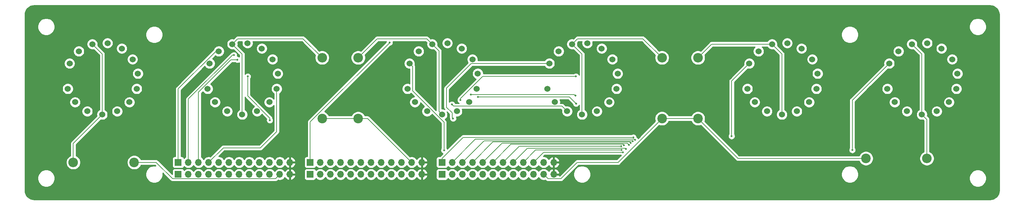
<source format=gbr>
%TF.GenerationSoftware,KiCad,Pcbnew,(5.1.5-131-g305ed0b65)-1*%
%TF.CreationDate,2020-05-02T04:22:27+08:00*%
%TF.ProjectId,IN-18,494e2d31-382e-46b6-9963-61645f706362,rev?*%
%TF.SameCoordinates,Original*%
%TF.FileFunction,Copper,L2,Bot*%
%TF.FilePolarity,Positive*%
%FSLAX46Y46*%
G04 Gerber Fmt 4.6, Leading zero omitted, Abs format (unit mm)*
G04 Created by KiCad (PCBNEW (5.1.5-131-g305ed0b65)-1) date 2020-05-02 04:22:27*
%MOMM*%
%LPD*%
G01*
G04 APERTURE LIST*
%TA.AperFunction,ComponentPad*%
%ADD10O,1.700000X1.700000*%
%TD*%
%TA.AperFunction,ComponentPad*%
%ADD11R,1.700000X1.700000*%
%TD*%
%TA.AperFunction,ComponentPad*%
%ADD12C,1.524000*%
%TD*%
%TA.AperFunction,ComponentPad*%
%ADD13C,2.400000*%
%TD*%
%TA.AperFunction,ComponentPad*%
%ADD14O,2.400000X2.400000*%
%TD*%
%TA.AperFunction,ViaPad*%
%ADD15C,0.500000*%
%TD*%
%TA.AperFunction,Conductor*%
%ADD16C,0.152400*%
%TD*%
%TA.AperFunction,Conductor*%
%ADD17C,0.254000*%
%TD*%
G04 APERTURE END LIST*
D10*
%TO.P,J1,12*%
%TO.N,GND*%
X56940000Y-78000000D03*
%TO.P,J1,11*%
%TO.N,HV*%
X54400000Y-78000000D03*
%TO.P,J1,10*%
%TO.N,Net-(J1-Pad10)*%
X51860000Y-78000000D03*
%TO.P,J1,9*%
%TO.N,Net-(J1-Pad9)*%
X49320000Y-78000000D03*
%TO.P,J1,8*%
%TO.N,Net-(J1-Pad8)*%
X46780000Y-78000000D03*
%TO.P,J1,7*%
%TO.N,Net-(J1-Pad7)*%
X44240000Y-78000000D03*
%TO.P,J1,6*%
%TO.N,Net-(J1-Pad6)*%
X41700000Y-78000000D03*
%TO.P,J1,5*%
%TO.N,Net-(J1-Pad5)*%
X39160000Y-78000000D03*
%TO.P,J1,4*%
%TO.N,Net-(J1-Pad4)*%
X36620000Y-78000000D03*
%TO.P,J1,3*%
%TO.N,Net-(J1-Pad3)*%
X34080000Y-78000000D03*
%TO.P,J1,2*%
%TO.N,Net-(J1-Pad2)*%
X31540000Y-78000000D03*
D11*
%TO.P,J1,1*%
%TO.N,Net-(J1-Pad1)*%
X29000000Y-78000000D03*
%TD*%
D10*
%TO.P,J2,12*%
%TO.N,GND*%
X56940000Y-75000000D03*
%TO.P,J2,11*%
%TO.N,HV*%
X54400000Y-75000000D03*
%TO.P,J2,10*%
%TO.N,Net-(J2-Pad10)*%
X51860000Y-75000000D03*
%TO.P,J2,9*%
%TO.N,Net-(J2-Pad9)*%
X49320000Y-75000000D03*
%TO.P,J2,8*%
%TO.N,Net-(J2-Pad8)*%
X46780000Y-75000000D03*
%TO.P,J2,7*%
%TO.N,Net-(J2-Pad7)*%
X44240000Y-75000000D03*
%TO.P,J2,6*%
%TO.N,Net-(J2-Pad6)*%
X41700000Y-75000000D03*
%TO.P,J2,5*%
%TO.N,Net-(J2-Pad5)*%
X39160000Y-75000000D03*
%TO.P,J2,4*%
%TO.N,Net-(J2-Pad4)*%
X36620000Y-75000000D03*
%TO.P,J2,3*%
%TO.N,Net-(J2-Pad3)*%
X34080000Y-75000000D03*
%TO.P,J2,2*%
%TO.N,Net-(J2-Pad2)*%
X31540000Y-75000000D03*
D11*
%TO.P,J2,1*%
%TO.N,Net-(J2-Pad1)*%
X29000000Y-75000000D03*
%TD*%
D10*
%TO.P,J3,12*%
%TO.N,GND*%
X89940000Y-78000000D03*
%TO.P,J3,11*%
%TO.N,HV*%
X87400000Y-78000000D03*
%TO.P,J3,10*%
%TO.N,Net-(J3-Pad10)*%
X84860000Y-78000000D03*
%TO.P,J3,9*%
%TO.N,Net-(J3-Pad9)*%
X82320000Y-78000000D03*
%TO.P,J3,8*%
%TO.N,Net-(J3-Pad8)*%
X79780000Y-78000000D03*
%TO.P,J3,7*%
%TO.N,Net-(J3-Pad7)*%
X77240000Y-78000000D03*
%TO.P,J3,6*%
%TO.N,Net-(J3-Pad6)*%
X74700000Y-78000000D03*
%TO.P,J3,5*%
%TO.N,Net-(J3-Pad5)*%
X72160000Y-78000000D03*
%TO.P,J3,4*%
%TO.N,Net-(J3-Pad4)*%
X69620000Y-78000000D03*
%TO.P,J3,3*%
%TO.N,Net-(J3-Pad3)*%
X67080000Y-78000000D03*
%TO.P,J3,2*%
%TO.N,Net-(J3-Pad2)*%
X64540000Y-78000000D03*
D11*
%TO.P,J3,1*%
%TO.N,Net-(J3-Pad1)*%
X62000000Y-78000000D03*
%TD*%
%TO.P,J4,1*%
%TO.N,Net-(J4-Pad1)*%
X62000000Y-75000000D03*
D10*
%TO.P,J4,2*%
%TO.N,Net-(J4-Pad2)*%
X64540000Y-75000000D03*
%TO.P,J4,3*%
%TO.N,Net-(J4-Pad3)*%
X67080000Y-75000000D03*
%TO.P,J4,4*%
%TO.N,Net-(J4-Pad4)*%
X69620000Y-75000000D03*
%TO.P,J4,5*%
%TO.N,Net-(J4-Pad5)*%
X72160000Y-75000000D03*
%TO.P,J4,6*%
%TO.N,Net-(J4-Pad6)*%
X74700000Y-75000000D03*
%TO.P,J4,7*%
%TO.N,Net-(J4-Pad7)*%
X77240000Y-75000000D03*
%TO.P,J4,8*%
%TO.N,Net-(J4-Pad8)*%
X79780000Y-75000000D03*
%TO.P,J4,9*%
%TO.N,Net-(J4-Pad9)*%
X82320000Y-75000000D03*
%TO.P,J4,10*%
%TO.N,Net-(J4-Pad10)*%
X84860000Y-75000000D03*
%TO.P,J4,11*%
%TO.N,HV*%
X87400000Y-75000000D03*
%TO.P,J4,12*%
%TO.N,GND*%
X89940000Y-75000000D03*
%TD*%
D11*
%TO.P,J5,1*%
%TO.N,Net-(J5-Pad1)*%
X95000000Y-78000000D03*
D10*
%TO.P,J5,2*%
%TO.N,Net-(J5-Pad2)*%
X97540000Y-78000000D03*
%TO.P,J5,3*%
%TO.N,Net-(J5-Pad3)*%
X100080000Y-78000000D03*
%TO.P,J5,4*%
%TO.N,Net-(J5-Pad4)*%
X102620000Y-78000000D03*
%TO.P,J5,5*%
%TO.N,Net-(J5-Pad5)*%
X105160000Y-78000000D03*
%TO.P,J5,6*%
%TO.N,Net-(J5-Pad6)*%
X107700000Y-78000000D03*
%TO.P,J5,7*%
%TO.N,Net-(J5-Pad7)*%
X110240000Y-78000000D03*
%TO.P,J5,8*%
%TO.N,Net-(J5-Pad8)*%
X112780000Y-78000000D03*
%TO.P,J5,9*%
%TO.N,Net-(J5-Pad9)*%
X115320000Y-78000000D03*
%TO.P,J5,10*%
%TO.N,Net-(J5-Pad10)*%
X117860000Y-78000000D03*
%TO.P,J5,11*%
%TO.N,HV*%
X120400000Y-78000000D03*
%TO.P,J5,12*%
%TO.N,GND*%
X122940000Y-78000000D03*
%TD*%
D11*
%TO.P,J6,1*%
%TO.N,Net-(J6-Pad1)*%
X95000000Y-75000000D03*
D10*
%TO.P,J6,2*%
%TO.N,Net-(J6-Pad2)*%
X97540000Y-75000000D03*
%TO.P,J6,3*%
%TO.N,Net-(J6-Pad3)*%
X100080000Y-75000000D03*
%TO.P,J6,4*%
%TO.N,Net-(J6-Pad4)*%
X102620000Y-75000000D03*
%TO.P,J6,5*%
%TO.N,Net-(J6-Pad5)*%
X105160000Y-75000000D03*
%TO.P,J6,6*%
%TO.N,Net-(J6-Pad6)*%
X107700000Y-75000000D03*
%TO.P,J6,7*%
%TO.N,Net-(J6-Pad7)*%
X110240000Y-75000000D03*
%TO.P,J6,8*%
%TO.N,Net-(J6-Pad8)*%
X112780000Y-75000000D03*
%TO.P,J6,9*%
%TO.N,Net-(J6-Pad9)*%
X115320000Y-75000000D03*
%TO.P,J6,10*%
%TO.N,Net-(J6-Pad10)*%
X117860000Y-75000000D03*
%TO.P,J6,11*%
%TO.N,HV*%
X120400000Y-75000000D03*
%TO.P,J6,12*%
%TO.N,GND*%
X122940000Y-75000000D03*
%TD*%
D12*
%TO.P,U1,14*%
%TO.N,Net-(J1-Pad10)*%
X1843230Y-50196436D03*
%TO.P,U1,13*%
%TO.N,Net-(J1-Pad1)*%
X4154968Y-47156347D03*
%TO.P,U1,12*%
%TO.N,Anode*%
X7519264Y-45348645D03*
%TO.P,U1,11*%
%TO.N,Net-(J1-Pad2)*%
X11330284Y-45098858D03*
%TO.P,U1,10*%
%TO.N,Net-(J1-Pad3)*%
X14901751Y-46451965D03*
%TO.P,U1,9*%
%TO.N,Net-(J1-Pad9)*%
X17590523Y-49164304D03*
%TO.P,U1,8*%
%TO.N,Net-(U1-Pad1)*%
X18912412Y-52747443D03*
%TO.P,U1,1*%
X1370623Y-56556138D03*
%TO.P,U1,2*%
%TO.N,Net-(J1-Pad5)*%
X3207614Y-59904531D03*
%TO.P,U1,3*%
%TO.N,Net-(J1-Pad6)*%
X6267761Y-62189651D03*
%TO.P,U1,7*%
%TO.N,Net-(J1-Pad4)*%
X18629377Y-56556138D03*
%TO.P,U1,6*%
%TO.N,Net-(J1-Pad8)*%
X16792386Y-59904531D03*
%TO.P,U1,5*%
%TO.N,Net-(J1-Pad7)*%
X13732239Y-62189651D03*
%TO.P,U1,4*%
%TO.N,Anode*%
X10000000Y-63000000D03*
%TD*%
%TO.P,U2,14*%
%TO.N,Net-(J2-Pad10)*%
X36843230Y-50196436D03*
%TO.P,U2,13*%
%TO.N,Net-(J2-Pad1)*%
X39154968Y-47156347D03*
%TO.P,U2,12*%
%TO.N,Anode*%
X42519264Y-45348645D03*
%TO.P,U2,11*%
%TO.N,Net-(J2-Pad2)*%
X46330284Y-45098858D03*
%TO.P,U2,10*%
%TO.N,Net-(J2-Pad3)*%
X49901751Y-46451965D03*
%TO.P,U2,9*%
%TO.N,Net-(J2-Pad9)*%
X52590523Y-49164304D03*
%TO.P,U2,8*%
%TO.N,Net-(U2-Pad1)*%
X53912412Y-52747443D03*
%TO.P,U2,1*%
X36370623Y-56556138D03*
%TO.P,U2,2*%
%TO.N,Net-(J2-Pad5)*%
X38207614Y-59904531D03*
%TO.P,U2,3*%
%TO.N,Net-(J2-Pad6)*%
X41267761Y-62189651D03*
%TO.P,U2,7*%
%TO.N,Net-(J2-Pad4)*%
X53629377Y-56556138D03*
%TO.P,U2,6*%
%TO.N,Net-(J2-Pad8)*%
X51792386Y-59904531D03*
%TO.P,U2,5*%
%TO.N,Net-(J2-Pad7)*%
X48732239Y-62189651D03*
%TO.P,U2,4*%
%TO.N,Anode*%
X45000000Y-63000000D03*
%TD*%
%TO.P,U3,4*%
%TO.N,Anode*%
X95000000Y-63000000D03*
%TO.P,U3,5*%
%TO.N,Net-(J3-Pad7)*%
X98732239Y-62189651D03*
%TO.P,U3,6*%
%TO.N,Net-(J3-Pad8)*%
X101792386Y-59904531D03*
%TO.P,U3,7*%
%TO.N,Net-(J3-Pad4)*%
X103629377Y-56556138D03*
%TO.P,U3,3*%
%TO.N,Net-(J3-Pad6)*%
X91267761Y-62189651D03*
%TO.P,U3,2*%
%TO.N,Net-(J3-Pad5)*%
X88207614Y-59904531D03*
%TO.P,U3,1*%
%TO.N,Net-(U3-Pad1)*%
X86370623Y-56556138D03*
%TO.P,U3,8*%
X103912412Y-52747443D03*
%TO.P,U3,9*%
%TO.N,Net-(J3-Pad9)*%
X102590523Y-49164304D03*
%TO.P,U3,10*%
%TO.N,Net-(J3-Pad3)*%
X99901751Y-46451965D03*
%TO.P,U3,11*%
%TO.N,Net-(J3-Pad2)*%
X96330284Y-45098858D03*
%TO.P,U3,12*%
%TO.N,Anode*%
X92519264Y-45348645D03*
%TO.P,U3,13*%
%TO.N,Net-(J3-Pad1)*%
X89154968Y-47156347D03*
%TO.P,U3,14*%
%TO.N,Net-(J3-Pad10)*%
X86843230Y-50196436D03*
%TD*%
%TO.P,U4,4*%
%TO.N,Anode*%
X130000000Y-63000000D03*
%TO.P,U4,5*%
%TO.N,Net-(J4-Pad7)*%
X133732239Y-62189651D03*
%TO.P,U4,6*%
%TO.N,Net-(J4-Pad8)*%
X136792386Y-59904531D03*
%TO.P,U4,7*%
%TO.N,Net-(J4-Pad4)*%
X138629377Y-56556138D03*
%TO.P,U4,3*%
%TO.N,Net-(J4-Pad6)*%
X126267761Y-62189651D03*
%TO.P,U4,2*%
%TO.N,Net-(J4-Pad5)*%
X123207614Y-59904531D03*
%TO.P,U4,1*%
%TO.N,Net-(U4-Pad1)*%
X121370623Y-56556138D03*
%TO.P,U4,8*%
X138912412Y-52747443D03*
%TO.P,U4,9*%
%TO.N,Net-(J4-Pad9)*%
X137590523Y-49164304D03*
%TO.P,U4,10*%
%TO.N,Net-(J4-Pad3)*%
X134901751Y-46451965D03*
%TO.P,U4,11*%
%TO.N,Net-(J4-Pad2)*%
X131330284Y-45098858D03*
%TO.P,U4,12*%
%TO.N,Anode*%
X127519264Y-45348645D03*
%TO.P,U4,13*%
%TO.N,Net-(J4-Pad1)*%
X124154968Y-47156347D03*
%TO.P,U4,14*%
%TO.N,Net-(J4-Pad10)*%
X121843230Y-50196436D03*
%TD*%
%TO.P,U5,4*%
%TO.N,Anode*%
X180000000Y-63000000D03*
%TO.P,U5,5*%
%TO.N,Net-(J5-Pad7)*%
X183732239Y-62189651D03*
%TO.P,U5,6*%
%TO.N,Net-(J5-Pad8)*%
X186792386Y-59904531D03*
%TO.P,U5,7*%
%TO.N,Net-(J5-Pad4)*%
X188629377Y-56556138D03*
%TO.P,U5,3*%
%TO.N,Net-(J5-Pad6)*%
X176267761Y-62189651D03*
%TO.P,U5,2*%
%TO.N,Net-(J5-Pad5)*%
X173207614Y-59904531D03*
%TO.P,U5,1*%
%TO.N,Net-(U5-Pad1)*%
X171370623Y-56556138D03*
%TO.P,U5,8*%
X188912412Y-52747443D03*
%TO.P,U5,9*%
%TO.N,Net-(J5-Pad9)*%
X187590523Y-49164304D03*
%TO.P,U5,10*%
%TO.N,Net-(J5-Pad3)*%
X184901751Y-46451965D03*
%TO.P,U5,11*%
%TO.N,Net-(J5-Pad2)*%
X181330284Y-45098858D03*
%TO.P,U5,12*%
%TO.N,Anode*%
X177519264Y-45348645D03*
%TO.P,U5,13*%
%TO.N,Net-(J5-Pad1)*%
X174154968Y-47156347D03*
%TO.P,U5,14*%
%TO.N,Net-(J5-Pad10)*%
X171843230Y-50196436D03*
%TD*%
%TO.P,U6,14*%
%TO.N,Net-(J6-Pad10)*%
X206843230Y-50196436D03*
%TO.P,U6,13*%
%TO.N,Net-(J6-Pad1)*%
X209154968Y-47156347D03*
%TO.P,U6,12*%
%TO.N,Anode*%
X212519264Y-45348645D03*
%TO.P,U6,11*%
%TO.N,Net-(J6-Pad2)*%
X216330284Y-45098858D03*
%TO.P,U6,10*%
%TO.N,Net-(J6-Pad3)*%
X219901751Y-46451965D03*
%TO.P,U6,9*%
%TO.N,Net-(J6-Pad9)*%
X222590523Y-49164304D03*
%TO.P,U6,8*%
%TO.N,Net-(U6-Pad1)*%
X223912412Y-52747443D03*
%TO.P,U6,1*%
X206370623Y-56556138D03*
%TO.P,U6,2*%
%TO.N,Net-(J6-Pad5)*%
X208207614Y-59904531D03*
%TO.P,U6,3*%
%TO.N,Net-(J6-Pad6)*%
X211267761Y-62189651D03*
%TO.P,U6,7*%
%TO.N,Net-(J6-Pad4)*%
X223629377Y-56556138D03*
%TO.P,U6,6*%
%TO.N,Net-(J6-Pad8)*%
X221792386Y-59904531D03*
%TO.P,U6,5*%
%TO.N,Net-(J6-Pad7)*%
X218732239Y-62189651D03*
%TO.P,U6,4*%
%TO.N,Anode*%
X215000000Y-63000000D03*
%TD*%
D13*
%TO.P,R1,1*%
%TO.N,HV*%
X18000000Y-75000000D03*
D14*
%TO.P,R1,2*%
%TO.N,Anode*%
X2760000Y-75000000D03*
%TD*%
D13*
%TO.P,R2,1*%
%TO.N,HV*%
X65000000Y-64000000D03*
D14*
%TO.P,R2,2*%
%TO.N,Anode*%
X65000000Y-48760000D03*
%TD*%
D13*
%TO.P,R3,1*%
%TO.N,HV*%
X74000000Y-64000000D03*
D14*
%TO.P,R3,2*%
%TO.N,Anode*%
X74000000Y-48760000D03*
%TD*%
%TO.P,R4,2*%
%TO.N,Anode*%
X150000000Y-48760000D03*
D13*
%TO.P,R4,1*%
%TO.N,HV*%
X150000000Y-64000000D03*
%TD*%
D14*
%TO.P,R5,2*%
%TO.N,Anode*%
X159000000Y-48760000D03*
D13*
%TO.P,R5,1*%
%TO.N,HV*%
X159000000Y-64000000D03*
%TD*%
D14*
%TO.P,R6,2*%
%TO.N,Anode*%
X216240000Y-74000000D03*
D13*
%TO.P,R6,1*%
%TO.N,HV*%
X201000000Y-74000000D03*
%TD*%
D15*
%TO.N,Net-(J2-Pad10)*%
X51900000Y-64420000D03*
X46390000Y-53470000D03*
%TO.N,Net-(J2-Pad3)*%
X43800000Y-49270000D03*
%TO.N,Net-(J2-Pad2)*%
X42940000Y-48100000D03*
%TO.N,Net-(J3-Pad10)*%
X95490000Y-71980000D03*
%TO.N,Net-(J4-Pad1)*%
X81860000Y-44960000D03*
%TO.N,Net-(J4-Pad6)*%
X97470000Y-60470000D03*
%TO.N,Net-(J4-Pad7)*%
X103990000Y-58580000D03*
X128500000Y-60250000D03*
%TO.N,Net-(J4-Pad8)*%
X102210000Y-57970000D03*
X128350000Y-58250000D03*
%TO.N,Net-(J4-Pad9)*%
X99580000Y-59380000D03*
X128470000Y-53440000D03*
%TO.N,Net-(J4-Pad10)*%
X97760000Y-63990000D03*
%TO.N,Net-(J5-Pad10)*%
X167423536Y-68431390D03*
%TO.N,Net-(J6-Pad1)*%
X142826350Y-68724294D03*
%TO.N,Net-(J6-Pad2)*%
X143235500Y-69386939D03*
%TO.N,Net-(J6-Pad3)*%
X142653373Y-69681505D03*
%TO.N,Net-(J6-Pad4)*%
X142201522Y-70152112D03*
%TO.N,Net-(J6-Pad5)*%
X141780973Y-70650890D03*
%TO.N,Net-(J6-Pad6)*%
X140451794Y-70667444D03*
%TO.N,Net-(J6-Pad7)*%
X139758873Y-70960683D03*
%TO.N,Net-(J6-Pad8)*%
X140990406Y-71676579D03*
%TO.N,Net-(J6-Pad9)*%
X139877009Y-71917894D03*
%TO.N,Net-(J6-Pad10)*%
X140240000Y-72460000D03*
X197590000Y-71900000D03*
%TD*%
D16*
%TO.N,Net-(J2-Pad10)*%
X51900000Y-64420000D02*
X51900000Y-63891322D01*
X46390000Y-58381322D02*
X46390000Y-53470000D01*
X51900000Y-63891322D02*
X46390000Y-58381322D01*
%TO.N,Net-(J2-Pad4)*%
X36620000Y-75000000D02*
X40280000Y-71340000D01*
X40280000Y-71340000D02*
X49580000Y-71340000D01*
X53629377Y-67290623D02*
X53629377Y-56556138D01*
X49580000Y-71340000D02*
X53629377Y-67290623D01*
%TO.N,Net-(J2-Pad3)*%
X42190671Y-49270000D02*
X43800000Y-49270000D01*
X34080000Y-75000000D02*
X34080000Y-57380671D01*
X34080000Y-57380671D02*
X42190671Y-49270000D01*
%TO.N,Net-(J2-Pad2)*%
X31540000Y-59146447D02*
X42586447Y-48100000D01*
X42586447Y-48100000D02*
X42940000Y-48100000D01*
X31540000Y-75000000D02*
X31540000Y-59146447D01*
%TO.N,Net-(J2-Pad1)*%
X38417229Y-47156347D02*
X39154968Y-47156347D01*
X29000000Y-56573576D02*
X38417229Y-47156347D01*
X29000000Y-75000000D02*
X29000000Y-56573576D01*
%TO.N,Net-(J3-Pad10)*%
X87605229Y-50958435D02*
X86843230Y-50196436D01*
X87605229Y-57061029D02*
X87605229Y-50958435D01*
X95490000Y-64945800D02*
X87605229Y-57061029D01*
X95490000Y-71980000D02*
X95490000Y-64945800D01*
%TO.N,Net-(J4-Pad1)*%
X81860000Y-45025670D02*
X81860000Y-44960000D01*
X62000000Y-75000000D02*
X62000000Y-64885670D01*
X62000000Y-64885670D02*
X81860000Y-45025670D01*
%TO.N,Net-(J4-Pad6)*%
X124973242Y-60895132D02*
X126267761Y-62189651D01*
X97895132Y-60895132D02*
X124973242Y-60895132D01*
X97470000Y-60470000D02*
X97895132Y-60895132D01*
%TO.N,Net-(J4-Pad7)*%
X103990000Y-58580000D02*
X126830000Y-58580000D01*
X126830000Y-58580000D02*
X128500000Y-60250000D01*
%TO.N,Net-(J4-Pad8)*%
X102210000Y-57970000D02*
X128070000Y-57970000D01*
X128070000Y-57970000D02*
X128350000Y-58250000D01*
%TO.N,Net-(J4-Pad9)*%
X105166447Y-53440000D02*
X128470000Y-53440000D01*
X99580000Y-59380000D02*
X99580000Y-59026447D01*
X99580000Y-59026447D02*
X105166447Y-53440000D01*
%TO.N,Net-(J4-Pad10)*%
X97510001Y-63740001D02*
X97510001Y-62600001D01*
X97760000Y-63990000D02*
X97510001Y-63740001D01*
X97510001Y-62600001D02*
X96100000Y-61190000D01*
X96100000Y-61190000D02*
X96100000Y-56410000D01*
X102313564Y-50196436D02*
X121843230Y-50196436D01*
X96100000Y-56410000D02*
X102313564Y-50196436D01*
%TO.N,Net-(J5-Pad10)*%
X171843230Y-50196436D02*
X167423536Y-54616130D01*
X167423536Y-54616130D02*
X167423536Y-68431390D01*
%TO.N,Net-(J6-Pad1)*%
X100273306Y-68724294D02*
X142826350Y-68724294D01*
X95000000Y-75000000D02*
X95000000Y-73997600D01*
X95000000Y-73997600D02*
X100273306Y-68724294D01*
%TO.N,Net-(J6-Pad2)*%
X103337096Y-69202904D02*
X143051465Y-69202904D01*
X97540000Y-75000000D02*
X103337096Y-69202904D01*
X143051465Y-69202904D02*
X143235500Y-69386939D01*
%TO.N,Net-(J6-Pad3)*%
X100080000Y-75000000D02*
X105512351Y-69567649D01*
X142539517Y-69567649D02*
X142653373Y-69681505D01*
X105512351Y-69567649D02*
X142539517Y-69567649D01*
%TO.N,Net-(J6-Pad4)*%
X141921870Y-69872460D02*
X142201522Y-70152112D01*
X107747540Y-69872460D02*
X141921870Y-69872460D01*
X102620000Y-75000000D02*
X107747540Y-69872460D01*
%TO.N,Net-(J6-Pad5)*%
X141307354Y-70177271D02*
X141780973Y-70650890D01*
X109982729Y-70177271D02*
X141307354Y-70177271D01*
X105160000Y-75000000D02*
X109982729Y-70177271D01*
%TO.N,Net-(J6-Pad6)*%
X140266432Y-70482082D02*
X140451794Y-70667444D01*
X107700000Y-75000000D02*
X112217918Y-70482082D01*
X112217918Y-70482082D02*
X140266432Y-70482082D01*
%TO.N,Net-(J6-Pad7)*%
X110240000Y-75000000D02*
X114279317Y-70960683D01*
X114279317Y-70960683D02*
X139758873Y-70960683D01*
%TO.N,Net-(J6-Pad8)*%
X112780000Y-75000000D02*
X116340707Y-71439293D01*
X140753120Y-71439293D02*
X140990406Y-71676579D01*
X116340707Y-71439293D02*
X140753120Y-71439293D01*
%TO.N,Net-(J6-Pad9)*%
X118402106Y-71917894D02*
X139877009Y-71917894D01*
X115320000Y-75000000D02*
X118402106Y-71917894D01*
%TO.N,Net-(J6-Pad10)*%
X117860000Y-75000000D02*
X120400000Y-72460000D01*
X120400000Y-72460000D02*
X140240000Y-72460000D01*
X197590000Y-59449666D02*
X206843230Y-50196436D01*
X197590000Y-71900000D02*
X197590000Y-59449666D01*
%TO.N,Anode*%
X10000000Y-47829381D02*
X7519264Y-45348645D01*
X10000000Y-63000000D02*
X10000000Y-47829381D01*
X45000000Y-47829381D02*
X42519264Y-45348645D01*
X45000000Y-63000000D02*
X45000000Y-47829381D01*
X130000000Y-47829381D02*
X127519264Y-45348645D01*
X130000000Y-63000000D02*
X130000000Y-47829381D01*
X180000000Y-47829381D02*
X177519264Y-45348645D01*
X180000000Y-63000000D02*
X180000000Y-47829381D01*
X215000000Y-47829381D02*
X212519264Y-45348645D01*
X215000000Y-63000000D02*
X215000000Y-47829381D01*
X94238001Y-47067382D02*
X93281263Y-46110644D01*
X93281263Y-46110644D02*
X92519264Y-45348645D01*
X95000000Y-63000000D02*
X94238001Y-62238001D01*
X94238001Y-62238001D02*
X94238001Y-47067382D01*
X216240000Y-64240000D02*
X215000000Y-63000000D01*
X216240000Y-74000000D02*
X216240000Y-64240000D01*
X162411355Y-45348645D02*
X159000000Y-48760000D01*
X177519264Y-45348645D02*
X162411355Y-45348645D01*
X127519264Y-45348645D02*
X128867909Y-44000000D01*
X145240000Y-44000000D02*
X150000000Y-48760000D01*
X128867909Y-44000000D02*
X145240000Y-44000000D01*
X92519264Y-45348645D02*
X91170619Y-44000000D01*
X78760000Y-44000000D02*
X74000000Y-48760000D01*
X91170619Y-44000000D02*
X78760000Y-44000000D01*
X42519264Y-45348645D02*
X43867909Y-44000000D01*
X60240000Y-44000000D02*
X65000000Y-48760000D01*
X43867909Y-44000000D02*
X60240000Y-44000000D01*
X2760000Y-70240000D02*
X10000000Y-63000000D01*
X2760000Y-75000000D02*
X2760000Y-70240000D01*
%TO.N,HV*%
X53321399Y-79078601D02*
X27578601Y-79078601D01*
X54400000Y-78000000D02*
X53321399Y-79078601D01*
X23500000Y-75000000D02*
X18000000Y-75000000D01*
X27578601Y-79078601D02*
X23500000Y-75000000D01*
X76400000Y-64000000D02*
X74000000Y-64000000D01*
X87400000Y-75000000D02*
X76400000Y-64000000D01*
X74000000Y-64000000D02*
X65000000Y-64000000D01*
X150000000Y-64000000D02*
X159000000Y-64000000D01*
X169000000Y-74000000D02*
X159000000Y-64000000D01*
X201000000Y-74000000D02*
X169000000Y-74000000D01*
X139000000Y-75000000D02*
X150000000Y-64000000D01*
X128800000Y-75000000D02*
X139000000Y-75000000D01*
X120400000Y-78000000D02*
X121478601Y-79078601D01*
X124721399Y-79078601D02*
X128800000Y-75000000D01*
X121478601Y-79078601D02*
X124721399Y-79078601D01*
%TD*%
D17*
%TO.N,GND*%
G36*
X232453893Y-35707670D02*
G01*
X232890498Y-35839489D01*
X233293185Y-36053600D01*
X233646612Y-36341848D01*
X233937327Y-36693261D01*
X234154242Y-37094439D01*
X234289106Y-37530113D01*
X234340000Y-38014344D01*
X234340001Y-81967711D01*
X234292330Y-82453894D01*
X234160512Y-82890497D01*
X233946399Y-83293186D01*
X233658150Y-83646613D01*
X233306739Y-83937327D01*
X232905564Y-84154240D01*
X232469886Y-84289106D01*
X231985664Y-84340000D01*
X-6967721Y-84340000D01*
X-7453894Y-84292330D01*
X-7890497Y-84160512D01*
X-8293186Y-83946399D01*
X-8646613Y-83658150D01*
X-8937327Y-83306739D01*
X-9154240Y-82905564D01*
X-9289106Y-82469886D01*
X-9340000Y-81985664D01*
X-9340000Y-78786323D01*
X-6169503Y-78786323D01*
X-6169503Y-79213677D01*
X-6086130Y-79632821D01*
X-5922588Y-80027645D01*
X-5685163Y-80382977D01*
X-5382977Y-80685163D01*
X-5027645Y-80922588D01*
X-4632821Y-81086130D01*
X-4213677Y-81169503D01*
X-3786323Y-81169503D01*
X-3367179Y-81086130D01*
X-2972355Y-80922588D01*
X-2617023Y-80685163D01*
X-2314837Y-80382977D01*
X-2077412Y-80027645D01*
X-1913870Y-79632821D01*
X-1830497Y-79213677D01*
X-1830497Y-78786323D01*
X-1913870Y-78367179D01*
X-2077412Y-77972355D01*
X-2314837Y-77617023D01*
X-2617023Y-77314837D01*
X-2972355Y-77077412D01*
X-3367179Y-76913870D01*
X-3786323Y-76830497D01*
X-4213677Y-76830497D01*
X-4632821Y-76913870D01*
X-5027645Y-77077412D01*
X-5382977Y-77314837D01*
X-5685163Y-77617023D01*
X-5922588Y-77972355D01*
X-6086130Y-78367179D01*
X-6169503Y-78786323D01*
X-9340000Y-78786323D01*
X-9340000Y-74819268D01*
X925000Y-74819268D01*
X925000Y-75180732D01*
X995518Y-75535250D01*
X1133844Y-75869199D01*
X1334662Y-76169744D01*
X1590256Y-76425338D01*
X1890801Y-76626156D01*
X2224750Y-76764482D01*
X2579268Y-76835000D01*
X2940732Y-76835000D01*
X3295250Y-76764482D01*
X3629199Y-76626156D01*
X3929744Y-76425338D01*
X4185338Y-76169744D01*
X4386156Y-75869199D01*
X4524482Y-75535250D01*
X4595000Y-75180732D01*
X4595000Y-74819268D01*
X16165000Y-74819268D01*
X16165000Y-75180732D01*
X16235518Y-75535250D01*
X16373844Y-75869199D01*
X16574662Y-76169744D01*
X16830256Y-76425338D01*
X17130801Y-76626156D01*
X17464750Y-76764482D01*
X17819268Y-76835000D01*
X18180732Y-76835000D01*
X18535250Y-76764482D01*
X18869199Y-76626156D01*
X19169744Y-76425338D01*
X19425338Y-76169744D01*
X19626156Y-75869199D01*
X19691601Y-75711200D01*
X23205413Y-75711200D01*
X23352280Y-75858067D01*
X23213677Y-75830497D01*
X22786323Y-75830497D01*
X22367179Y-75913870D01*
X21972355Y-76077412D01*
X21617023Y-76314837D01*
X21314837Y-76617023D01*
X21077412Y-76972355D01*
X20913870Y-77367179D01*
X20830497Y-77786323D01*
X20830497Y-78213677D01*
X20913870Y-78632821D01*
X21077412Y-79027645D01*
X21314837Y-79382977D01*
X21617023Y-79685163D01*
X21972355Y-79922588D01*
X22367179Y-80086130D01*
X22786323Y-80169503D01*
X23213677Y-80169503D01*
X23632821Y-80086130D01*
X24027645Y-79922588D01*
X24382977Y-79685163D01*
X24685163Y-79382977D01*
X24922588Y-79027645D01*
X25086130Y-78632821D01*
X25169503Y-78213677D01*
X25169503Y-77786323D01*
X25141933Y-77647721D01*
X27051004Y-79556792D01*
X27073274Y-79583928D01*
X27181568Y-79672803D01*
X27305120Y-79738843D01*
X27439181Y-79779510D01*
X27543665Y-79789801D01*
X27543672Y-79789801D01*
X27578601Y-79793241D01*
X27613529Y-79789801D01*
X53286473Y-79789801D01*
X53321399Y-79793241D01*
X53356325Y-79789801D01*
X53356335Y-79789801D01*
X53460819Y-79779510D01*
X53594880Y-79738843D01*
X53718432Y-79672803D01*
X53826726Y-79583928D01*
X53849001Y-79556786D01*
X53976028Y-79429759D01*
X54253740Y-79485000D01*
X54546260Y-79485000D01*
X54833158Y-79427932D01*
X55103411Y-79315990D01*
X55346632Y-79153475D01*
X55553475Y-78946632D01*
X55675195Y-78764466D01*
X55744822Y-78881355D01*
X55939731Y-79097588D01*
X56173080Y-79271641D01*
X56435901Y-79396825D01*
X56583110Y-79441476D01*
X56813000Y-79320155D01*
X56813000Y-78127000D01*
X57067000Y-78127000D01*
X57067000Y-79320155D01*
X57296890Y-79441476D01*
X57444099Y-79396825D01*
X57706920Y-79271641D01*
X57940269Y-79097588D01*
X58135178Y-78881355D01*
X58284157Y-78631252D01*
X58381481Y-78356891D01*
X58260814Y-78127000D01*
X57067000Y-78127000D01*
X56813000Y-78127000D01*
X56793000Y-78127000D01*
X56793000Y-77873000D01*
X56813000Y-77873000D01*
X56813000Y-76679845D01*
X57067000Y-76679845D01*
X57067000Y-77873000D01*
X58260814Y-77873000D01*
X58381481Y-77643109D01*
X58284157Y-77368748D01*
X58153856Y-77150000D01*
X60511928Y-77150000D01*
X60511928Y-78850000D01*
X60524188Y-78974482D01*
X60560498Y-79094180D01*
X60619463Y-79204494D01*
X60698815Y-79301185D01*
X60795506Y-79380537D01*
X60905820Y-79439502D01*
X61025518Y-79475812D01*
X61150000Y-79488072D01*
X62850000Y-79488072D01*
X62974482Y-79475812D01*
X63094180Y-79439502D01*
X63204494Y-79380537D01*
X63301185Y-79301185D01*
X63380537Y-79204494D01*
X63439502Y-79094180D01*
X63461513Y-79021620D01*
X63593368Y-79153475D01*
X63836589Y-79315990D01*
X64106842Y-79427932D01*
X64393740Y-79485000D01*
X64686260Y-79485000D01*
X64973158Y-79427932D01*
X65243411Y-79315990D01*
X65486632Y-79153475D01*
X65693475Y-78946632D01*
X65810000Y-78772240D01*
X65926525Y-78946632D01*
X66133368Y-79153475D01*
X66376589Y-79315990D01*
X66646842Y-79427932D01*
X66933740Y-79485000D01*
X67226260Y-79485000D01*
X67513158Y-79427932D01*
X67783411Y-79315990D01*
X68026632Y-79153475D01*
X68233475Y-78946632D01*
X68350000Y-78772240D01*
X68466525Y-78946632D01*
X68673368Y-79153475D01*
X68916589Y-79315990D01*
X69186842Y-79427932D01*
X69473740Y-79485000D01*
X69766260Y-79485000D01*
X70053158Y-79427932D01*
X70323411Y-79315990D01*
X70566632Y-79153475D01*
X70773475Y-78946632D01*
X70890000Y-78772240D01*
X71006525Y-78946632D01*
X71213368Y-79153475D01*
X71456589Y-79315990D01*
X71726842Y-79427932D01*
X72013740Y-79485000D01*
X72306260Y-79485000D01*
X72593158Y-79427932D01*
X72863411Y-79315990D01*
X73106632Y-79153475D01*
X73313475Y-78946632D01*
X73430000Y-78772240D01*
X73546525Y-78946632D01*
X73753368Y-79153475D01*
X73996589Y-79315990D01*
X74266842Y-79427932D01*
X74553740Y-79485000D01*
X74846260Y-79485000D01*
X75133158Y-79427932D01*
X75403411Y-79315990D01*
X75646632Y-79153475D01*
X75853475Y-78946632D01*
X75970000Y-78772240D01*
X76086525Y-78946632D01*
X76293368Y-79153475D01*
X76536589Y-79315990D01*
X76806842Y-79427932D01*
X77093740Y-79485000D01*
X77386260Y-79485000D01*
X77673158Y-79427932D01*
X77943411Y-79315990D01*
X78186632Y-79153475D01*
X78393475Y-78946632D01*
X78510000Y-78772240D01*
X78626525Y-78946632D01*
X78833368Y-79153475D01*
X79076589Y-79315990D01*
X79346842Y-79427932D01*
X79633740Y-79485000D01*
X79926260Y-79485000D01*
X80213158Y-79427932D01*
X80483411Y-79315990D01*
X80726632Y-79153475D01*
X80933475Y-78946632D01*
X81050000Y-78772240D01*
X81166525Y-78946632D01*
X81373368Y-79153475D01*
X81616589Y-79315990D01*
X81886842Y-79427932D01*
X82173740Y-79485000D01*
X82466260Y-79485000D01*
X82753158Y-79427932D01*
X83023411Y-79315990D01*
X83266632Y-79153475D01*
X83473475Y-78946632D01*
X83590000Y-78772240D01*
X83706525Y-78946632D01*
X83913368Y-79153475D01*
X84156589Y-79315990D01*
X84426842Y-79427932D01*
X84713740Y-79485000D01*
X85006260Y-79485000D01*
X85293158Y-79427932D01*
X85563411Y-79315990D01*
X85806632Y-79153475D01*
X86013475Y-78946632D01*
X86130000Y-78772240D01*
X86246525Y-78946632D01*
X86453368Y-79153475D01*
X86696589Y-79315990D01*
X86966842Y-79427932D01*
X87253740Y-79485000D01*
X87546260Y-79485000D01*
X87833158Y-79427932D01*
X88103411Y-79315990D01*
X88346632Y-79153475D01*
X88553475Y-78946632D01*
X88675195Y-78764466D01*
X88744822Y-78881355D01*
X88939731Y-79097588D01*
X89173080Y-79271641D01*
X89435901Y-79396825D01*
X89583110Y-79441476D01*
X89813000Y-79320155D01*
X89813000Y-78127000D01*
X90067000Y-78127000D01*
X90067000Y-79320155D01*
X90296890Y-79441476D01*
X90444099Y-79396825D01*
X90706920Y-79271641D01*
X90940269Y-79097588D01*
X91135178Y-78881355D01*
X91284157Y-78631252D01*
X91381481Y-78356891D01*
X91260814Y-78127000D01*
X90067000Y-78127000D01*
X89813000Y-78127000D01*
X89793000Y-78127000D01*
X89793000Y-77873000D01*
X89813000Y-77873000D01*
X89813000Y-76679845D01*
X90067000Y-76679845D01*
X90067000Y-77873000D01*
X91260814Y-77873000D01*
X91381481Y-77643109D01*
X91284157Y-77368748D01*
X91135178Y-77118645D01*
X90940269Y-76902412D01*
X90706920Y-76728359D01*
X90444099Y-76603175D01*
X90296890Y-76558524D01*
X90067000Y-76679845D01*
X89813000Y-76679845D01*
X89583110Y-76558524D01*
X89435901Y-76603175D01*
X89173080Y-76728359D01*
X88939731Y-76902412D01*
X88744822Y-77118645D01*
X88675195Y-77235534D01*
X88553475Y-77053368D01*
X88346632Y-76846525D01*
X88103411Y-76684010D01*
X87833158Y-76572068D01*
X87546260Y-76515000D01*
X87253740Y-76515000D01*
X86966842Y-76572068D01*
X86696589Y-76684010D01*
X86453368Y-76846525D01*
X86246525Y-77053368D01*
X86130000Y-77227760D01*
X86013475Y-77053368D01*
X85806632Y-76846525D01*
X85563411Y-76684010D01*
X85293158Y-76572068D01*
X85006260Y-76515000D01*
X84713740Y-76515000D01*
X84426842Y-76572068D01*
X84156589Y-76684010D01*
X83913368Y-76846525D01*
X83706525Y-77053368D01*
X83590000Y-77227760D01*
X83473475Y-77053368D01*
X83266632Y-76846525D01*
X83023411Y-76684010D01*
X82753158Y-76572068D01*
X82466260Y-76515000D01*
X82173740Y-76515000D01*
X81886842Y-76572068D01*
X81616589Y-76684010D01*
X81373368Y-76846525D01*
X81166525Y-77053368D01*
X81050000Y-77227760D01*
X80933475Y-77053368D01*
X80726632Y-76846525D01*
X80483411Y-76684010D01*
X80213158Y-76572068D01*
X79926260Y-76515000D01*
X79633740Y-76515000D01*
X79346842Y-76572068D01*
X79076589Y-76684010D01*
X78833368Y-76846525D01*
X78626525Y-77053368D01*
X78510000Y-77227760D01*
X78393475Y-77053368D01*
X78186632Y-76846525D01*
X77943411Y-76684010D01*
X77673158Y-76572068D01*
X77386260Y-76515000D01*
X77093740Y-76515000D01*
X76806842Y-76572068D01*
X76536589Y-76684010D01*
X76293368Y-76846525D01*
X76086525Y-77053368D01*
X75970000Y-77227760D01*
X75853475Y-77053368D01*
X75646632Y-76846525D01*
X75403411Y-76684010D01*
X75133158Y-76572068D01*
X74846260Y-76515000D01*
X74553740Y-76515000D01*
X74266842Y-76572068D01*
X73996589Y-76684010D01*
X73753368Y-76846525D01*
X73546525Y-77053368D01*
X73430000Y-77227760D01*
X73313475Y-77053368D01*
X73106632Y-76846525D01*
X72863411Y-76684010D01*
X72593158Y-76572068D01*
X72306260Y-76515000D01*
X72013740Y-76515000D01*
X71726842Y-76572068D01*
X71456589Y-76684010D01*
X71213368Y-76846525D01*
X71006525Y-77053368D01*
X70890000Y-77227760D01*
X70773475Y-77053368D01*
X70566632Y-76846525D01*
X70323411Y-76684010D01*
X70053158Y-76572068D01*
X69766260Y-76515000D01*
X69473740Y-76515000D01*
X69186842Y-76572068D01*
X68916589Y-76684010D01*
X68673368Y-76846525D01*
X68466525Y-77053368D01*
X68350000Y-77227760D01*
X68233475Y-77053368D01*
X68026632Y-76846525D01*
X67783411Y-76684010D01*
X67513158Y-76572068D01*
X67226260Y-76515000D01*
X66933740Y-76515000D01*
X66646842Y-76572068D01*
X66376589Y-76684010D01*
X66133368Y-76846525D01*
X65926525Y-77053368D01*
X65810000Y-77227760D01*
X65693475Y-77053368D01*
X65486632Y-76846525D01*
X65243411Y-76684010D01*
X64973158Y-76572068D01*
X64686260Y-76515000D01*
X64393740Y-76515000D01*
X64106842Y-76572068D01*
X63836589Y-76684010D01*
X63593368Y-76846525D01*
X63461513Y-76978380D01*
X63439502Y-76905820D01*
X63380537Y-76795506D01*
X63301185Y-76698815D01*
X63204494Y-76619463D01*
X63094180Y-76560498D01*
X62974482Y-76524188D01*
X62850000Y-76511928D01*
X61150000Y-76511928D01*
X61025518Y-76524188D01*
X60905820Y-76560498D01*
X60795506Y-76619463D01*
X60698815Y-76698815D01*
X60619463Y-76795506D01*
X60560498Y-76905820D01*
X60524188Y-77025518D01*
X60511928Y-77150000D01*
X58153856Y-77150000D01*
X58135178Y-77118645D01*
X57940269Y-76902412D01*
X57706920Y-76728359D01*
X57444099Y-76603175D01*
X57296890Y-76558524D01*
X57067000Y-76679845D01*
X56813000Y-76679845D01*
X56583110Y-76558524D01*
X56435901Y-76603175D01*
X56173080Y-76728359D01*
X55939731Y-76902412D01*
X55744822Y-77118645D01*
X55675195Y-77235534D01*
X55553475Y-77053368D01*
X55346632Y-76846525D01*
X55103411Y-76684010D01*
X54833158Y-76572068D01*
X54546260Y-76515000D01*
X54253740Y-76515000D01*
X53966842Y-76572068D01*
X53696589Y-76684010D01*
X53453368Y-76846525D01*
X53246525Y-77053368D01*
X53130000Y-77227760D01*
X53013475Y-77053368D01*
X52806632Y-76846525D01*
X52563411Y-76684010D01*
X52293158Y-76572068D01*
X52006260Y-76515000D01*
X51713740Y-76515000D01*
X51426842Y-76572068D01*
X51156589Y-76684010D01*
X50913368Y-76846525D01*
X50706525Y-77053368D01*
X50590000Y-77227760D01*
X50473475Y-77053368D01*
X50266632Y-76846525D01*
X50023411Y-76684010D01*
X49753158Y-76572068D01*
X49466260Y-76515000D01*
X49173740Y-76515000D01*
X48886842Y-76572068D01*
X48616589Y-76684010D01*
X48373368Y-76846525D01*
X48166525Y-77053368D01*
X48050000Y-77227760D01*
X47933475Y-77053368D01*
X47726632Y-76846525D01*
X47483411Y-76684010D01*
X47213158Y-76572068D01*
X46926260Y-76515000D01*
X46633740Y-76515000D01*
X46346842Y-76572068D01*
X46076589Y-76684010D01*
X45833368Y-76846525D01*
X45626525Y-77053368D01*
X45510000Y-77227760D01*
X45393475Y-77053368D01*
X45186632Y-76846525D01*
X44943411Y-76684010D01*
X44673158Y-76572068D01*
X44386260Y-76515000D01*
X44093740Y-76515000D01*
X43806842Y-76572068D01*
X43536589Y-76684010D01*
X43293368Y-76846525D01*
X43086525Y-77053368D01*
X42970000Y-77227760D01*
X42853475Y-77053368D01*
X42646632Y-76846525D01*
X42403411Y-76684010D01*
X42133158Y-76572068D01*
X41846260Y-76515000D01*
X41553740Y-76515000D01*
X41266842Y-76572068D01*
X40996589Y-76684010D01*
X40753368Y-76846525D01*
X40546525Y-77053368D01*
X40430000Y-77227760D01*
X40313475Y-77053368D01*
X40106632Y-76846525D01*
X39863411Y-76684010D01*
X39593158Y-76572068D01*
X39306260Y-76515000D01*
X39013740Y-76515000D01*
X38726842Y-76572068D01*
X38456589Y-76684010D01*
X38213368Y-76846525D01*
X38006525Y-77053368D01*
X37890000Y-77227760D01*
X37773475Y-77053368D01*
X37566632Y-76846525D01*
X37323411Y-76684010D01*
X37053158Y-76572068D01*
X36766260Y-76515000D01*
X36473740Y-76515000D01*
X36186842Y-76572068D01*
X35916589Y-76684010D01*
X35673368Y-76846525D01*
X35466525Y-77053368D01*
X35350000Y-77227760D01*
X35233475Y-77053368D01*
X35026632Y-76846525D01*
X34783411Y-76684010D01*
X34513158Y-76572068D01*
X34226260Y-76515000D01*
X33933740Y-76515000D01*
X33646842Y-76572068D01*
X33376589Y-76684010D01*
X33133368Y-76846525D01*
X32926525Y-77053368D01*
X32810000Y-77227760D01*
X32693475Y-77053368D01*
X32486632Y-76846525D01*
X32243411Y-76684010D01*
X31973158Y-76572068D01*
X31686260Y-76515000D01*
X31393740Y-76515000D01*
X31106842Y-76572068D01*
X30836589Y-76684010D01*
X30593368Y-76846525D01*
X30461513Y-76978380D01*
X30439502Y-76905820D01*
X30380537Y-76795506D01*
X30301185Y-76698815D01*
X30204494Y-76619463D01*
X30094180Y-76560498D01*
X29974482Y-76524188D01*
X29850000Y-76511928D01*
X28150000Y-76511928D01*
X28025518Y-76524188D01*
X27905820Y-76560498D01*
X27795506Y-76619463D01*
X27698815Y-76698815D01*
X27619463Y-76795506D01*
X27560498Y-76905820D01*
X27524188Y-77025518D01*
X27511928Y-77150000D01*
X27511928Y-78006140D01*
X24027602Y-74521815D01*
X24005327Y-74494673D01*
X23897033Y-74405798D01*
X23773481Y-74339758D01*
X23639420Y-74299091D01*
X23534936Y-74288800D01*
X23534926Y-74288800D01*
X23500000Y-74285360D01*
X23465074Y-74288800D01*
X19691601Y-74288800D01*
X19634109Y-74150000D01*
X27511928Y-74150000D01*
X27511928Y-75850000D01*
X27524188Y-75974482D01*
X27560498Y-76094180D01*
X27619463Y-76204494D01*
X27698815Y-76301185D01*
X27795506Y-76380537D01*
X27905820Y-76439502D01*
X28025518Y-76475812D01*
X28150000Y-76488072D01*
X29850000Y-76488072D01*
X29974482Y-76475812D01*
X30094180Y-76439502D01*
X30204494Y-76380537D01*
X30301185Y-76301185D01*
X30380537Y-76204494D01*
X30439502Y-76094180D01*
X30461513Y-76021620D01*
X30593368Y-76153475D01*
X30836589Y-76315990D01*
X31106842Y-76427932D01*
X31393740Y-76485000D01*
X31686260Y-76485000D01*
X31973158Y-76427932D01*
X32243411Y-76315990D01*
X32486632Y-76153475D01*
X32693475Y-75946632D01*
X32810000Y-75772240D01*
X32926525Y-75946632D01*
X33133368Y-76153475D01*
X33376589Y-76315990D01*
X33646842Y-76427932D01*
X33933740Y-76485000D01*
X34226260Y-76485000D01*
X34513158Y-76427932D01*
X34783411Y-76315990D01*
X35026632Y-76153475D01*
X35233475Y-75946632D01*
X35350000Y-75772240D01*
X35466525Y-75946632D01*
X35673368Y-76153475D01*
X35916589Y-76315990D01*
X36186842Y-76427932D01*
X36473740Y-76485000D01*
X36766260Y-76485000D01*
X37053158Y-76427932D01*
X37323411Y-76315990D01*
X37566632Y-76153475D01*
X37773475Y-75946632D01*
X37890000Y-75772240D01*
X38006525Y-75946632D01*
X38213368Y-76153475D01*
X38456589Y-76315990D01*
X38726842Y-76427932D01*
X39013740Y-76485000D01*
X39306260Y-76485000D01*
X39593158Y-76427932D01*
X39863411Y-76315990D01*
X40106632Y-76153475D01*
X40313475Y-75946632D01*
X40430000Y-75772240D01*
X40546525Y-75946632D01*
X40753368Y-76153475D01*
X40996589Y-76315990D01*
X41266842Y-76427932D01*
X41553740Y-76485000D01*
X41846260Y-76485000D01*
X42133158Y-76427932D01*
X42403411Y-76315990D01*
X42646632Y-76153475D01*
X42853475Y-75946632D01*
X42970000Y-75772240D01*
X43086525Y-75946632D01*
X43293368Y-76153475D01*
X43536589Y-76315990D01*
X43806842Y-76427932D01*
X44093740Y-76485000D01*
X44386260Y-76485000D01*
X44673158Y-76427932D01*
X44943411Y-76315990D01*
X45186632Y-76153475D01*
X45393475Y-75946632D01*
X45510000Y-75772240D01*
X45626525Y-75946632D01*
X45833368Y-76153475D01*
X46076589Y-76315990D01*
X46346842Y-76427932D01*
X46633740Y-76485000D01*
X46926260Y-76485000D01*
X47213158Y-76427932D01*
X47483411Y-76315990D01*
X47726632Y-76153475D01*
X47933475Y-75946632D01*
X48050000Y-75772240D01*
X48166525Y-75946632D01*
X48373368Y-76153475D01*
X48616589Y-76315990D01*
X48886842Y-76427932D01*
X49173740Y-76485000D01*
X49466260Y-76485000D01*
X49753158Y-76427932D01*
X50023411Y-76315990D01*
X50266632Y-76153475D01*
X50473475Y-75946632D01*
X50590000Y-75772240D01*
X50706525Y-75946632D01*
X50913368Y-76153475D01*
X51156589Y-76315990D01*
X51426842Y-76427932D01*
X51713740Y-76485000D01*
X52006260Y-76485000D01*
X52293158Y-76427932D01*
X52563411Y-76315990D01*
X52806632Y-76153475D01*
X53013475Y-75946632D01*
X53130000Y-75772240D01*
X53246525Y-75946632D01*
X53453368Y-76153475D01*
X53696589Y-76315990D01*
X53966842Y-76427932D01*
X54253740Y-76485000D01*
X54546260Y-76485000D01*
X54833158Y-76427932D01*
X55103411Y-76315990D01*
X55346632Y-76153475D01*
X55553475Y-75946632D01*
X55675195Y-75764466D01*
X55744822Y-75881355D01*
X55939731Y-76097588D01*
X56173080Y-76271641D01*
X56435901Y-76396825D01*
X56583110Y-76441476D01*
X56813000Y-76320155D01*
X56813000Y-75127000D01*
X57067000Y-75127000D01*
X57067000Y-76320155D01*
X57296890Y-76441476D01*
X57444099Y-76396825D01*
X57706920Y-76271641D01*
X57940269Y-76097588D01*
X58135178Y-75881355D01*
X58284157Y-75631252D01*
X58381481Y-75356891D01*
X58260814Y-75127000D01*
X57067000Y-75127000D01*
X56813000Y-75127000D01*
X56793000Y-75127000D01*
X56793000Y-74873000D01*
X56813000Y-74873000D01*
X56813000Y-73679845D01*
X57067000Y-73679845D01*
X57067000Y-74873000D01*
X58260814Y-74873000D01*
X58381481Y-74643109D01*
X58284157Y-74368748D01*
X58153856Y-74150000D01*
X60511928Y-74150000D01*
X60511928Y-75850000D01*
X60524188Y-75974482D01*
X60560498Y-76094180D01*
X60619463Y-76204494D01*
X60698815Y-76301185D01*
X60795506Y-76380537D01*
X60905820Y-76439502D01*
X61025518Y-76475812D01*
X61150000Y-76488072D01*
X62850000Y-76488072D01*
X62974482Y-76475812D01*
X63094180Y-76439502D01*
X63204494Y-76380537D01*
X63301185Y-76301185D01*
X63380537Y-76204494D01*
X63439502Y-76094180D01*
X63461513Y-76021620D01*
X63593368Y-76153475D01*
X63836589Y-76315990D01*
X64106842Y-76427932D01*
X64393740Y-76485000D01*
X64686260Y-76485000D01*
X64973158Y-76427932D01*
X65243411Y-76315990D01*
X65486632Y-76153475D01*
X65693475Y-75946632D01*
X65810000Y-75772240D01*
X65926525Y-75946632D01*
X66133368Y-76153475D01*
X66376589Y-76315990D01*
X66646842Y-76427932D01*
X66933740Y-76485000D01*
X67226260Y-76485000D01*
X67513158Y-76427932D01*
X67783411Y-76315990D01*
X68026632Y-76153475D01*
X68233475Y-75946632D01*
X68350000Y-75772240D01*
X68466525Y-75946632D01*
X68673368Y-76153475D01*
X68916589Y-76315990D01*
X69186842Y-76427932D01*
X69473740Y-76485000D01*
X69766260Y-76485000D01*
X70053158Y-76427932D01*
X70323411Y-76315990D01*
X70566632Y-76153475D01*
X70773475Y-75946632D01*
X70890000Y-75772240D01*
X71006525Y-75946632D01*
X71213368Y-76153475D01*
X71456589Y-76315990D01*
X71726842Y-76427932D01*
X72013740Y-76485000D01*
X72306260Y-76485000D01*
X72593158Y-76427932D01*
X72863411Y-76315990D01*
X73106632Y-76153475D01*
X73313475Y-75946632D01*
X73430000Y-75772240D01*
X73546525Y-75946632D01*
X73753368Y-76153475D01*
X73996589Y-76315990D01*
X74266842Y-76427932D01*
X74553740Y-76485000D01*
X74846260Y-76485000D01*
X75133158Y-76427932D01*
X75403411Y-76315990D01*
X75646632Y-76153475D01*
X75853475Y-75946632D01*
X75970000Y-75772240D01*
X76086525Y-75946632D01*
X76293368Y-76153475D01*
X76536589Y-76315990D01*
X76806842Y-76427932D01*
X77093740Y-76485000D01*
X77386260Y-76485000D01*
X77673158Y-76427932D01*
X77943411Y-76315990D01*
X78186632Y-76153475D01*
X78393475Y-75946632D01*
X78510000Y-75772240D01*
X78626525Y-75946632D01*
X78833368Y-76153475D01*
X79076589Y-76315990D01*
X79346842Y-76427932D01*
X79633740Y-76485000D01*
X79926260Y-76485000D01*
X80213158Y-76427932D01*
X80483411Y-76315990D01*
X80726632Y-76153475D01*
X80933475Y-75946632D01*
X81050000Y-75772240D01*
X81166525Y-75946632D01*
X81373368Y-76153475D01*
X81616589Y-76315990D01*
X81886842Y-76427932D01*
X82173740Y-76485000D01*
X82466260Y-76485000D01*
X82753158Y-76427932D01*
X83023411Y-76315990D01*
X83266632Y-76153475D01*
X83473475Y-75946632D01*
X83590000Y-75772240D01*
X83706525Y-75946632D01*
X83913368Y-76153475D01*
X84156589Y-76315990D01*
X84426842Y-76427932D01*
X84713740Y-76485000D01*
X85006260Y-76485000D01*
X85293158Y-76427932D01*
X85563411Y-76315990D01*
X85806632Y-76153475D01*
X86013475Y-75946632D01*
X86130000Y-75772240D01*
X86246525Y-75946632D01*
X86453368Y-76153475D01*
X86696589Y-76315990D01*
X86966842Y-76427932D01*
X87253740Y-76485000D01*
X87546260Y-76485000D01*
X87833158Y-76427932D01*
X88103411Y-76315990D01*
X88346632Y-76153475D01*
X88553475Y-75946632D01*
X88675195Y-75764466D01*
X88744822Y-75881355D01*
X88939731Y-76097588D01*
X89173080Y-76271641D01*
X89435901Y-76396825D01*
X89583110Y-76441476D01*
X89813000Y-76320155D01*
X89813000Y-75127000D01*
X90067000Y-75127000D01*
X90067000Y-76320155D01*
X90296890Y-76441476D01*
X90444099Y-76396825D01*
X90706920Y-76271641D01*
X90940269Y-76097588D01*
X91135178Y-75881355D01*
X91284157Y-75631252D01*
X91381481Y-75356891D01*
X91260814Y-75127000D01*
X90067000Y-75127000D01*
X89813000Y-75127000D01*
X89793000Y-75127000D01*
X89793000Y-74873000D01*
X89813000Y-74873000D01*
X89813000Y-73679845D01*
X90067000Y-73679845D01*
X90067000Y-74873000D01*
X91260814Y-74873000D01*
X91381481Y-74643109D01*
X91284157Y-74368748D01*
X91135178Y-74118645D01*
X90940269Y-73902412D01*
X90706920Y-73728359D01*
X90444099Y-73603175D01*
X90296890Y-73558524D01*
X90067000Y-73679845D01*
X89813000Y-73679845D01*
X89583110Y-73558524D01*
X89435901Y-73603175D01*
X89173080Y-73728359D01*
X88939731Y-73902412D01*
X88744822Y-74118645D01*
X88675195Y-74235534D01*
X88553475Y-74053368D01*
X88346632Y-73846525D01*
X88103411Y-73684010D01*
X87833158Y-73572068D01*
X87546260Y-73515000D01*
X87253740Y-73515000D01*
X86976029Y-73570241D01*
X76927602Y-63521815D01*
X76905327Y-63494673D01*
X76797033Y-63405798D01*
X76673481Y-63339758D01*
X76539420Y-63299091D01*
X76434936Y-63288800D01*
X76434926Y-63288800D01*
X76400000Y-63285360D01*
X76365074Y-63288800D01*
X75691601Y-63288800D01*
X75626156Y-63130801D01*
X75425338Y-62830256D01*
X75169744Y-62574662D01*
X74869199Y-62373844D01*
X74535250Y-62235518D01*
X74180732Y-62165000D01*
X73819268Y-62165000D01*
X73464750Y-62235518D01*
X73130801Y-62373844D01*
X72830256Y-62574662D01*
X72574662Y-62830256D01*
X72373844Y-63130801D01*
X72308399Y-63288800D01*
X66691601Y-63288800D01*
X66626156Y-63130801D01*
X66425338Y-62830256D01*
X66169744Y-62574662D01*
X65869199Y-62373844D01*
X65620590Y-62270867D01*
X80872703Y-47018755D01*
X87757968Y-47018755D01*
X87757968Y-47293939D01*
X87811654Y-47563837D01*
X87916963Y-47818074D01*
X88069848Y-48046882D01*
X88264433Y-48241467D01*
X88493241Y-48394352D01*
X88747478Y-48499661D01*
X89017376Y-48553347D01*
X89292560Y-48553347D01*
X89562458Y-48499661D01*
X89816695Y-48394352D01*
X90045503Y-48241467D01*
X90240088Y-48046882D01*
X90392973Y-47818074D01*
X90498282Y-47563837D01*
X90551968Y-47293939D01*
X90551968Y-47018755D01*
X90498282Y-46748857D01*
X90392973Y-46494620D01*
X90240088Y-46265812D01*
X90045503Y-46071227D01*
X89816695Y-45918342D01*
X89562458Y-45813033D01*
X89292560Y-45759347D01*
X89017376Y-45759347D01*
X88747478Y-45813033D01*
X88493241Y-45918342D01*
X88264433Y-46071227D01*
X88069848Y-46265812D01*
X87916963Y-46494620D01*
X87811654Y-46748857D01*
X87757968Y-47018755D01*
X80872703Y-47018755D01*
X82071114Y-45820345D01*
X82118145Y-45810990D01*
X82279205Y-45744277D01*
X82424155Y-45647424D01*
X82547424Y-45524155D01*
X82644277Y-45379205D01*
X82710990Y-45218145D01*
X82745000Y-45047165D01*
X82745000Y-44872835D01*
X82712849Y-44711200D01*
X90876032Y-44711200D01*
X91164342Y-44999511D01*
X91122264Y-45211053D01*
X91122264Y-45486237D01*
X91175950Y-45756135D01*
X91281259Y-46010372D01*
X91434144Y-46239180D01*
X91628729Y-46433765D01*
X91857537Y-46586650D01*
X92111774Y-46691959D01*
X92381672Y-46745645D01*
X92656856Y-46745645D01*
X92868399Y-46703567D01*
X93526802Y-47361971D01*
X93526801Y-61976813D01*
X88316429Y-56766442D01*
X88316429Y-50993360D01*
X88319869Y-50958434D01*
X88316429Y-50923508D01*
X88316429Y-50923499D01*
X88306138Y-50819015D01*
X88265471Y-50684954D01*
X88199431Y-50561402D01*
X88199351Y-50561304D01*
X88195866Y-50557059D01*
X88240230Y-50334028D01*
X88240230Y-50058844D01*
X88186544Y-49788946D01*
X88081235Y-49534709D01*
X87928350Y-49305901D01*
X87733765Y-49111316D01*
X87504957Y-48958431D01*
X87250720Y-48853122D01*
X86980822Y-48799436D01*
X86705638Y-48799436D01*
X86435740Y-48853122D01*
X86181503Y-48958431D01*
X85952695Y-49111316D01*
X85758110Y-49305901D01*
X85605225Y-49534709D01*
X85499916Y-49788946D01*
X85446230Y-50058844D01*
X85446230Y-50334028D01*
X85499916Y-50603926D01*
X85605225Y-50858163D01*
X85758110Y-51086971D01*
X85952695Y-51281556D01*
X86181503Y-51434441D01*
X86435740Y-51539750D01*
X86705638Y-51593436D01*
X86894030Y-51593436D01*
X86894029Y-55260838D01*
X86778113Y-55212824D01*
X86508215Y-55159138D01*
X86233031Y-55159138D01*
X85963133Y-55212824D01*
X85708896Y-55318133D01*
X85480088Y-55471018D01*
X85285503Y-55665603D01*
X85132618Y-55894411D01*
X85027309Y-56148648D01*
X84973623Y-56418546D01*
X84973623Y-56693730D01*
X85027309Y-56963628D01*
X85132618Y-57217865D01*
X85285503Y-57446673D01*
X85480088Y-57641258D01*
X85708896Y-57794143D01*
X85963133Y-57899452D01*
X86233031Y-57953138D01*
X86508215Y-57953138D01*
X86778113Y-57899452D01*
X87032350Y-57794143D01*
X87212310Y-57673897D01*
X88049939Y-58511526D01*
X87800124Y-58561217D01*
X87545887Y-58666526D01*
X87317079Y-58819411D01*
X87122494Y-59013996D01*
X86969609Y-59242804D01*
X86864300Y-59497041D01*
X86810614Y-59766939D01*
X86810614Y-60042123D01*
X86864300Y-60312021D01*
X86969609Y-60566258D01*
X87122494Y-60795066D01*
X87317079Y-60989651D01*
X87545887Y-61142536D01*
X87800124Y-61247845D01*
X88070022Y-61301531D01*
X88345206Y-61301531D01*
X88615104Y-61247845D01*
X88869341Y-61142536D01*
X89098149Y-60989651D01*
X89292734Y-60795066D01*
X89445619Y-60566258D01*
X89550928Y-60312021D01*
X89600619Y-60062206D01*
X90536512Y-60998099D01*
X90377226Y-61104531D01*
X90182641Y-61299116D01*
X90029756Y-61527924D01*
X89924447Y-61782161D01*
X89870761Y-62052059D01*
X89870761Y-62327243D01*
X89924447Y-62597141D01*
X90029756Y-62851378D01*
X90182641Y-63080186D01*
X90377226Y-63274771D01*
X90606034Y-63427656D01*
X90860271Y-63532965D01*
X91130169Y-63586651D01*
X91405353Y-63586651D01*
X91675251Y-63532965D01*
X91929488Y-63427656D01*
X92158296Y-63274771D01*
X92352881Y-63080186D01*
X92459313Y-62920900D01*
X94778801Y-65240389D01*
X94778800Y-71451428D01*
X94705723Y-71560795D01*
X94639010Y-71721855D01*
X94605000Y-71892835D01*
X94605000Y-72067165D01*
X94639010Y-72238145D01*
X94705723Y-72399205D01*
X94802576Y-72544155D01*
X94925845Y-72667424D01*
X95070795Y-72764277D01*
X95181628Y-72810185D01*
X94521810Y-73470003D01*
X94494674Y-73492273D01*
X94478543Y-73511928D01*
X94150000Y-73511928D01*
X94025518Y-73524188D01*
X93905820Y-73560498D01*
X93795506Y-73619463D01*
X93698815Y-73698815D01*
X93619463Y-73795506D01*
X93560498Y-73905820D01*
X93524188Y-74025518D01*
X93511928Y-74150000D01*
X93511928Y-75850000D01*
X93524188Y-75974482D01*
X93560498Y-76094180D01*
X93619463Y-76204494D01*
X93698815Y-76301185D01*
X93795506Y-76380537D01*
X93905820Y-76439502D01*
X94025518Y-76475812D01*
X94150000Y-76488072D01*
X95850000Y-76488072D01*
X95974482Y-76475812D01*
X96094180Y-76439502D01*
X96204494Y-76380537D01*
X96301185Y-76301185D01*
X96380537Y-76204494D01*
X96439502Y-76094180D01*
X96461513Y-76021620D01*
X96593368Y-76153475D01*
X96836589Y-76315990D01*
X97106842Y-76427932D01*
X97393740Y-76485000D01*
X97686260Y-76485000D01*
X97973158Y-76427932D01*
X98243411Y-76315990D01*
X98486632Y-76153475D01*
X98693475Y-75946632D01*
X98810000Y-75772240D01*
X98926525Y-75946632D01*
X99133368Y-76153475D01*
X99376589Y-76315990D01*
X99646842Y-76427932D01*
X99933740Y-76485000D01*
X100226260Y-76485000D01*
X100513158Y-76427932D01*
X100783411Y-76315990D01*
X101026632Y-76153475D01*
X101233475Y-75946632D01*
X101350000Y-75772240D01*
X101466525Y-75946632D01*
X101673368Y-76153475D01*
X101916589Y-76315990D01*
X102186842Y-76427932D01*
X102473740Y-76485000D01*
X102766260Y-76485000D01*
X103053158Y-76427932D01*
X103323411Y-76315990D01*
X103566632Y-76153475D01*
X103773475Y-75946632D01*
X103890000Y-75772240D01*
X104006525Y-75946632D01*
X104213368Y-76153475D01*
X104456589Y-76315990D01*
X104726842Y-76427932D01*
X105013740Y-76485000D01*
X105306260Y-76485000D01*
X105593158Y-76427932D01*
X105863411Y-76315990D01*
X106106632Y-76153475D01*
X106313475Y-75946632D01*
X106430000Y-75772240D01*
X106546525Y-75946632D01*
X106753368Y-76153475D01*
X106996589Y-76315990D01*
X107266842Y-76427932D01*
X107553740Y-76485000D01*
X107846260Y-76485000D01*
X108133158Y-76427932D01*
X108403411Y-76315990D01*
X108646632Y-76153475D01*
X108853475Y-75946632D01*
X108970000Y-75772240D01*
X109086525Y-75946632D01*
X109293368Y-76153475D01*
X109536589Y-76315990D01*
X109806842Y-76427932D01*
X110093740Y-76485000D01*
X110386260Y-76485000D01*
X110673158Y-76427932D01*
X110943411Y-76315990D01*
X111186632Y-76153475D01*
X111393475Y-75946632D01*
X111510000Y-75772240D01*
X111626525Y-75946632D01*
X111833368Y-76153475D01*
X112076589Y-76315990D01*
X112346842Y-76427932D01*
X112633740Y-76485000D01*
X112926260Y-76485000D01*
X113213158Y-76427932D01*
X113483411Y-76315990D01*
X113726632Y-76153475D01*
X113933475Y-75946632D01*
X114050000Y-75772240D01*
X114166525Y-75946632D01*
X114373368Y-76153475D01*
X114616589Y-76315990D01*
X114886842Y-76427932D01*
X115173740Y-76485000D01*
X115466260Y-76485000D01*
X115753158Y-76427932D01*
X116023411Y-76315990D01*
X116266632Y-76153475D01*
X116473475Y-75946632D01*
X116590000Y-75772240D01*
X116706525Y-75946632D01*
X116913368Y-76153475D01*
X117156589Y-76315990D01*
X117426842Y-76427932D01*
X117713740Y-76485000D01*
X118006260Y-76485000D01*
X118293158Y-76427932D01*
X118563411Y-76315990D01*
X118806632Y-76153475D01*
X119013475Y-75946632D01*
X119130000Y-75772240D01*
X119246525Y-75946632D01*
X119453368Y-76153475D01*
X119696589Y-76315990D01*
X119966842Y-76427932D01*
X120253740Y-76485000D01*
X120546260Y-76485000D01*
X120833158Y-76427932D01*
X121103411Y-76315990D01*
X121346632Y-76153475D01*
X121553475Y-75946632D01*
X121675195Y-75764466D01*
X121744822Y-75881355D01*
X121939731Y-76097588D01*
X122173080Y-76271641D01*
X122435901Y-76396825D01*
X122583110Y-76441476D01*
X122813000Y-76320155D01*
X122813000Y-75127000D01*
X123067000Y-75127000D01*
X123067000Y-76320155D01*
X123296890Y-76441476D01*
X123444099Y-76396825D01*
X123706920Y-76271641D01*
X123940269Y-76097588D01*
X124135178Y-75881355D01*
X124284157Y-75631252D01*
X124381481Y-75356891D01*
X124260814Y-75127000D01*
X123067000Y-75127000D01*
X122813000Y-75127000D01*
X122793000Y-75127000D01*
X122793000Y-74873000D01*
X122813000Y-74873000D01*
X122813000Y-73679845D01*
X123067000Y-73679845D01*
X123067000Y-74873000D01*
X124260814Y-74873000D01*
X124381481Y-74643109D01*
X124284157Y-74368748D01*
X124135178Y-74118645D01*
X123940269Y-73902412D01*
X123706920Y-73728359D01*
X123444099Y-73603175D01*
X123296890Y-73558524D01*
X123067000Y-73679845D01*
X122813000Y-73679845D01*
X122583110Y-73558524D01*
X122435901Y-73603175D01*
X122173080Y-73728359D01*
X121939731Y-73902412D01*
X121744822Y-74118645D01*
X121675195Y-74235534D01*
X121553475Y-74053368D01*
X121346632Y-73846525D01*
X121103411Y-73684010D01*
X120833158Y-73572068D01*
X120546260Y-73515000D01*
X120350789Y-73515000D01*
X120694589Y-73171200D01*
X139711428Y-73171200D01*
X139778318Y-73215895D01*
X138705413Y-74288800D01*
X128834928Y-74288800D01*
X128800000Y-74285360D01*
X128765071Y-74288800D01*
X128765064Y-74288800D01*
X128660580Y-74299091D01*
X128526519Y-74339758D01*
X128402967Y-74405798D01*
X128294673Y-74494673D01*
X128272403Y-74521809D01*
X124426812Y-78367401D01*
X124377753Y-78367401D01*
X124381481Y-78356891D01*
X124260814Y-78127000D01*
X123067000Y-78127000D01*
X123067000Y-78147000D01*
X122813000Y-78147000D01*
X122813000Y-78127000D01*
X122793000Y-78127000D01*
X122793000Y-77873000D01*
X122813000Y-77873000D01*
X122813000Y-76679845D01*
X123067000Y-76679845D01*
X123067000Y-77873000D01*
X124260814Y-77873000D01*
X124381481Y-77643109D01*
X124284157Y-77368748D01*
X124135178Y-77118645D01*
X123940269Y-76902412D01*
X123706920Y-76728359D01*
X123444099Y-76603175D01*
X123296890Y-76558524D01*
X123067000Y-76679845D01*
X122813000Y-76679845D01*
X122583110Y-76558524D01*
X122435901Y-76603175D01*
X122173080Y-76728359D01*
X121939731Y-76902412D01*
X121744822Y-77118645D01*
X121675195Y-77235534D01*
X121553475Y-77053368D01*
X121346632Y-76846525D01*
X121103411Y-76684010D01*
X120833158Y-76572068D01*
X120546260Y-76515000D01*
X120253740Y-76515000D01*
X119966842Y-76572068D01*
X119696589Y-76684010D01*
X119453368Y-76846525D01*
X119246525Y-77053368D01*
X119130000Y-77227760D01*
X119013475Y-77053368D01*
X118806632Y-76846525D01*
X118563411Y-76684010D01*
X118293158Y-76572068D01*
X118006260Y-76515000D01*
X117713740Y-76515000D01*
X117426842Y-76572068D01*
X117156589Y-76684010D01*
X116913368Y-76846525D01*
X116706525Y-77053368D01*
X116590000Y-77227760D01*
X116473475Y-77053368D01*
X116266632Y-76846525D01*
X116023411Y-76684010D01*
X115753158Y-76572068D01*
X115466260Y-76515000D01*
X115173740Y-76515000D01*
X114886842Y-76572068D01*
X114616589Y-76684010D01*
X114373368Y-76846525D01*
X114166525Y-77053368D01*
X114050000Y-77227760D01*
X113933475Y-77053368D01*
X113726632Y-76846525D01*
X113483411Y-76684010D01*
X113213158Y-76572068D01*
X112926260Y-76515000D01*
X112633740Y-76515000D01*
X112346842Y-76572068D01*
X112076589Y-76684010D01*
X111833368Y-76846525D01*
X111626525Y-77053368D01*
X111510000Y-77227760D01*
X111393475Y-77053368D01*
X111186632Y-76846525D01*
X110943411Y-76684010D01*
X110673158Y-76572068D01*
X110386260Y-76515000D01*
X110093740Y-76515000D01*
X109806842Y-76572068D01*
X109536589Y-76684010D01*
X109293368Y-76846525D01*
X109086525Y-77053368D01*
X108970000Y-77227760D01*
X108853475Y-77053368D01*
X108646632Y-76846525D01*
X108403411Y-76684010D01*
X108133158Y-76572068D01*
X107846260Y-76515000D01*
X107553740Y-76515000D01*
X107266842Y-76572068D01*
X106996589Y-76684010D01*
X106753368Y-76846525D01*
X106546525Y-77053368D01*
X106430000Y-77227760D01*
X106313475Y-77053368D01*
X106106632Y-76846525D01*
X105863411Y-76684010D01*
X105593158Y-76572068D01*
X105306260Y-76515000D01*
X105013740Y-76515000D01*
X104726842Y-76572068D01*
X104456589Y-76684010D01*
X104213368Y-76846525D01*
X104006525Y-77053368D01*
X103890000Y-77227760D01*
X103773475Y-77053368D01*
X103566632Y-76846525D01*
X103323411Y-76684010D01*
X103053158Y-76572068D01*
X102766260Y-76515000D01*
X102473740Y-76515000D01*
X102186842Y-76572068D01*
X101916589Y-76684010D01*
X101673368Y-76846525D01*
X101466525Y-77053368D01*
X101350000Y-77227760D01*
X101233475Y-77053368D01*
X101026632Y-76846525D01*
X100783411Y-76684010D01*
X100513158Y-76572068D01*
X100226260Y-76515000D01*
X99933740Y-76515000D01*
X99646842Y-76572068D01*
X99376589Y-76684010D01*
X99133368Y-76846525D01*
X98926525Y-77053368D01*
X98810000Y-77227760D01*
X98693475Y-77053368D01*
X98486632Y-76846525D01*
X98243411Y-76684010D01*
X97973158Y-76572068D01*
X97686260Y-76515000D01*
X97393740Y-76515000D01*
X97106842Y-76572068D01*
X96836589Y-76684010D01*
X96593368Y-76846525D01*
X96461513Y-76978380D01*
X96439502Y-76905820D01*
X96380537Y-76795506D01*
X96301185Y-76698815D01*
X96204494Y-76619463D01*
X96094180Y-76560498D01*
X95974482Y-76524188D01*
X95850000Y-76511928D01*
X94150000Y-76511928D01*
X94025518Y-76524188D01*
X93905820Y-76560498D01*
X93795506Y-76619463D01*
X93698815Y-76698815D01*
X93619463Y-76795506D01*
X93560498Y-76905820D01*
X93524188Y-77025518D01*
X93511928Y-77150000D01*
X93511928Y-78850000D01*
X93524188Y-78974482D01*
X93560498Y-79094180D01*
X93619463Y-79204494D01*
X93698815Y-79301185D01*
X93795506Y-79380537D01*
X93905820Y-79439502D01*
X94025518Y-79475812D01*
X94150000Y-79488072D01*
X95850000Y-79488072D01*
X95974482Y-79475812D01*
X96094180Y-79439502D01*
X96204494Y-79380537D01*
X96301185Y-79301185D01*
X96380537Y-79204494D01*
X96439502Y-79094180D01*
X96461513Y-79021620D01*
X96593368Y-79153475D01*
X96836589Y-79315990D01*
X97106842Y-79427932D01*
X97393740Y-79485000D01*
X97686260Y-79485000D01*
X97973158Y-79427932D01*
X98243411Y-79315990D01*
X98486632Y-79153475D01*
X98693475Y-78946632D01*
X98810000Y-78772240D01*
X98926525Y-78946632D01*
X99133368Y-79153475D01*
X99376589Y-79315990D01*
X99646842Y-79427932D01*
X99933740Y-79485000D01*
X100226260Y-79485000D01*
X100513158Y-79427932D01*
X100783411Y-79315990D01*
X101026632Y-79153475D01*
X101233475Y-78946632D01*
X101350000Y-78772240D01*
X101466525Y-78946632D01*
X101673368Y-79153475D01*
X101916589Y-79315990D01*
X102186842Y-79427932D01*
X102473740Y-79485000D01*
X102766260Y-79485000D01*
X103053158Y-79427932D01*
X103323411Y-79315990D01*
X103566632Y-79153475D01*
X103773475Y-78946632D01*
X103890000Y-78772240D01*
X104006525Y-78946632D01*
X104213368Y-79153475D01*
X104456589Y-79315990D01*
X104726842Y-79427932D01*
X105013740Y-79485000D01*
X105306260Y-79485000D01*
X105593158Y-79427932D01*
X105863411Y-79315990D01*
X106106632Y-79153475D01*
X106313475Y-78946632D01*
X106430000Y-78772240D01*
X106546525Y-78946632D01*
X106753368Y-79153475D01*
X106996589Y-79315990D01*
X107266842Y-79427932D01*
X107553740Y-79485000D01*
X107846260Y-79485000D01*
X108133158Y-79427932D01*
X108403411Y-79315990D01*
X108646632Y-79153475D01*
X108853475Y-78946632D01*
X108970000Y-78772240D01*
X109086525Y-78946632D01*
X109293368Y-79153475D01*
X109536589Y-79315990D01*
X109806842Y-79427932D01*
X110093740Y-79485000D01*
X110386260Y-79485000D01*
X110673158Y-79427932D01*
X110943411Y-79315990D01*
X111186632Y-79153475D01*
X111393475Y-78946632D01*
X111510000Y-78772240D01*
X111626525Y-78946632D01*
X111833368Y-79153475D01*
X112076589Y-79315990D01*
X112346842Y-79427932D01*
X112633740Y-79485000D01*
X112926260Y-79485000D01*
X113213158Y-79427932D01*
X113483411Y-79315990D01*
X113726632Y-79153475D01*
X113933475Y-78946632D01*
X114050000Y-78772240D01*
X114166525Y-78946632D01*
X114373368Y-79153475D01*
X114616589Y-79315990D01*
X114886842Y-79427932D01*
X115173740Y-79485000D01*
X115466260Y-79485000D01*
X115753158Y-79427932D01*
X116023411Y-79315990D01*
X116266632Y-79153475D01*
X116473475Y-78946632D01*
X116590000Y-78772240D01*
X116706525Y-78946632D01*
X116913368Y-79153475D01*
X117156589Y-79315990D01*
X117426842Y-79427932D01*
X117713740Y-79485000D01*
X118006260Y-79485000D01*
X118293158Y-79427932D01*
X118563411Y-79315990D01*
X118806632Y-79153475D01*
X119013475Y-78946632D01*
X119130000Y-78772240D01*
X119246525Y-78946632D01*
X119453368Y-79153475D01*
X119696589Y-79315990D01*
X119966842Y-79427932D01*
X120253740Y-79485000D01*
X120546260Y-79485000D01*
X120823971Y-79429759D01*
X120951004Y-79556792D01*
X120973274Y-79583928D01*
X121081568Y-79672803D01*
X121205120Y-79738843D01*
X121339181Y-79779510D01*
X121443665Y-79789801D01*
X121443674Y-79789801D01*
X121478600Y-79793241D01*
X121513526Y-79789801D01*
X124686473Y-79789801D01*
X124721399Y-79793241D01*
X124756325Y-79789801D01*
X124756335Y-79789801D01*
X124860819Y-79779510D01*
X124994880Y-79738843D01*
X125118432Y-79672803D01*
X125226726Y-79583928D01*
X125249001Y-79556786D01*
X127019464Y-77786323D01*
X127830497Y-77786323D01*
X127830497Y-78213677D01*
X127913870Y-78632821D01*
X128077412Y-79027645D01*
X128314837Y-79382977D01*
X128617023Y-79685163D01*
X128972355Y-79922588D01*
X129367179Y-80086130D01*
X129786323Y-80169503D01*
X130213677Y-80169503D01*
X130632821Y-80086130D01*
X131027645Y-79922588D01*
X131382977Y-79685163D01*
X131685163Y-79382977D01*
X131922588Y-79027645D01*
X132086130Y-78632821D01*
X132169503Y-78213677D01*
X132169503Y-77786323D01*
X194830497Y-77786323D01*
X194830497Y-78213677D01*
X194913870Y-78632821D01*
X195077412Y-79027645D01*
X195314837Y-79382977D01*
X195617023Y-79685163D01*
X195972355Y-79922588D01*
X196367179Y-80086130D01*
X196786323Y-80169503D01*
X197213677Y-80169503D01*
X197632821Y-80086130D01*
X198027645Y-79922588D01*
X198382977Y-79685163D01*
X198685163Y-79382977D01*
X198922588Y-79027645D01*
X199022547Y-78786323D01*
X226830497Y-78786323D01*
X226830497Y-79213677D01*
X226913870Y-79632821D01*
X227077412Y-80027645D01*
X227314837Y-80382977D01*
X227617023Y-80685163D01*
X227972355Y-80922588D01*
X228367179Y-81086130D01*
X228786323Y-81169503D01*
X229213677Y-81169503D01*
X229632821Y-81086130D01*
X230027645Y-80922588D01*
X230382977Y-80685163D01*
X230685163Y-80382977D01*
X230922588Y-80027645D01*
X231086130Y-79632821D01*
X231169503Y-79213677D01*
X231169503Y-78786323D01*
X231086130Y-78367179D01*
X230922588Y-77972355D01*
X230685163Y-77617023D01*
X230382977Y-77314837D01*
X230027645Y-77077412D01*
X229632821Y-76913870D01*
X229213677Y-76830497D01*
X228786323Y-76830497D01*
X228367179Y-76913870D01*
X227972355Y-77077412D01*
X227617023Y-77314837D01*
X227314837Y-77617023D01*
X227077412Y-77972355D01*
X226913870Y-78367179D01*
X226830497Y-78786323D01*
X199022547Y-78786323D01*
X199086130Y-78632821D01*
X199169503Y-78213677D01*
X199169503Y-77786323D01*
X199086130Y-77367179D01*
X198922588Y-76972355D01*
X198685163Y-76617023D01*
X198382977Y-76314837D01*
X198027645Y-76077412D01*
X197632821Y-75913870D01*
X197213677Y-75830497D01*
X196786323Y-75830497D01*
X196367179Y-75913870D01*
X195972355Y-76077412D01*
X195617023Y-76314837D01*
X195314837Y-76617023D01*
X195077412Y-76972355D01*
X194913870Y-77367179D01*
X194830497Y-77786323D01*
X132169503Y-77786323D01*
X132086130Y-77367179D01*
X131922588Y-76972355D01*
X131685163Y-76617023D01*
X131382977Y-76314837D01*
X131027645Y-76077412D01*
X130632821Y-75913870D01*
X130213677Y-75830497D01*
X129786323Y-75830497D01*
X129367179Y-75913870D01*
X128972355Y-76077412D01*
X128617023Y-76314837D01*
X128314837Y-76617023D01*
X128077412Y-76972355D01*
X127913870Y-77367179D01*
X127830497Y-77786323D01*
X127019464Y-77786323D01*
X129094588Y-75711200D01*
X138965074Y-75711200D01*
X139000000Y-75714640D01*
X139034926Y-75711200D01*
X139034936Y-75711200D01*
X139139420Y-75700909D01*
X139273481Y-75660242D01*
X139397033Y-75594202D01*
X139505327Y-75505327D01*
X139527602Y-75478185D01*
X149306751Y-65699037D01*
X149464750Y-65764482D01*
X149819268Y-65835000D01*
X150180732Y-65835000D01*
X150535250Y-65764482D01*
X150869199Y-65626156D01*
X151169744Y-65425338D01*
X151425338Y-65169744D01*
X151626156Y-64869199D01*
X151691601Y-64711200D01*
X157308399Y-64711200D01*
X157373844Y-64869199D01*
X157574662Y-65169744D01*
X157830256Y-65425338D01*
X158130801Y-65626156D01*
X158464750Y-65764482D01*
X158819268Y-65835000D01*
X159180732Y-65835000D01*
X159535250Y-65764482D01*
X159693249Y-65699037D01*
X168472407Y-74478196D01*
X168494673Y-74505327D01*
X168521804Y-74527593D01*
X168521809Y-74527598D01*
X168602967Y-74594202D01*
X168726518Y-74660242D01*
X168852665Y-74698508D01*
X168860580Y-74700909D01*
X168965064Y-74711200D01*
X168965071Y-74711200D01*
X169000000Y-74714640D01*
X169034928Y-74711200D01*
X199308399Y-74711200D01*
X199373844Y-74869199D01*
X199574662Y-75169744D01*
X199830256Y-75425338D01*
X200130801Y-75626156D01*
X200464750Y-75764482D01*
X200819268Y-75835000D01*
X201180732Y-75835000D01*
X201535250Y-75764482D01*
X201869199Y-75626156D01*
X202169744Y-75425338D01*
X202425338Y-75169744D01*
X202626156Y-74869199D01*
X202764482Y-74535250D01*
X202835000Y-74180732D01*
X202835000Y-73819268D01*
X202764482Y-73464750D01*
X202626156Y-73130801D01*
X202425338Y-72830256D01*
X202169744Y-72574662D01*
X201869199Y-72373844D01*
X201535250Y-72235518D01*
X201180732Y-72165000D01*
X200819268Y-72165000D01*
X200464750Y-72235518D01*
X200130801Y-72373844D01*
X199830256Y-72574662D01*
X199574662Y-72830256D01*
X199373844Y-73130801D01*
X199308399Y-73288800D01*
X169294589Y-73288800D01*
X167818624Y-71812835D01*
X196705000Y-71812835D01*
X196705000Y-71987165D01*
X196739010Y-72158145D01*
X196805723Y-72319205D01*
X196902576Y-72464155D01*
X197025845Y-72587424D01*
X197170795Y-72684277D01*
X197331855Y-72750990D01*
X197502835Y-72785000D01*
X197677165Y-72785000D01*
X197848145Y-72750990D01*
X198009205Y-72684277D01*
X198154155Y-72587424D01*
X198277424Y-72464155D01*
X198374277Y-72319205D01*
X198440990Y-72158145D01*
X198475000Y-71987165D01*
X198475000Y-71812835D01*
X198440990Y-71641855D01*
X198374277Y-71480795D01*
X198301200Y-71371428D01*
X198301200Y-62052059D01*
X209870761Y-62052059D01*
X209870761Y-62327243D01*
X209924447Y-62597141D01*
X210029756Y-62851378D01*
X210182641Y-63080186D01*
X210377226Y-63274771D01*
X210606034Y-63427656D01*
X210860271Y-63532965D01*
X211130169Y-63586651D01*
X211405353Y-63586651D01*
X211675251Y-63532965D01*
X211929488Y-63427656D01*
X212158296Y-63274771D01*
X212352881Y-63080186D01*
X212505766Y-62851378D01*
X212611075Y-62597141D01*
X212664761Y-62327243D01*
X212664761Y-62052059D01*
X212611075Y-61782161D01*
X212505766Y-61527924D01*
X212352881Y-61299116D01*
X212158296Y-61104531D01*
X211929488Y-60951646D01*
X211675251Y-60846337D01*
X211405353Y-60792651D01*
X211130169Y-60792651D01*
X210860271Y-60846337D01*
X210606034Y-60951646D01*
X210377226Y-61104531D01*
X210182641Y-61299116D01*
X210029756Y-61527924D01*
X209924447Y-61782161D01*
X209870761Y-62052059D01*
X198301200Y-62052059D01*
X198301200Y-59766939D01*
X206810614Y-59766939D01*
X206810614Y-60042123D01*
X206864300Y-60312021D01*
X206969609Y-60566258D01*
X207122494Y-60795066D01*
X207317079Y-60989651D01*
X207545887Y-61142536D01*
X207800124Y-61247845D01*
X208070022Y-61301531D01*
X208345206Y-61301531D01*
X208615104Y-61247845D01*
X208869341Y-61142536D01*
X209098149Y-60989651D01*
X209292734Y-60795066D01*
X209445619Y-60566258D01*
X209550928Y-60312021D01*
X209604614Y-60042123D01*
X209604614Y-59766939D01*
X209550928Y-59497041D01*
X209445619Y-59242804D01*
X209292734Y-59013996D01*
X209098149Y-58819411D01*
X208869341Y-58666526D01*
X208615104Y-58561217D01*
X208345206Y-58507531D01*
X208070022Y-58507531D01*
X207800124Y-58561217D01*
X207545887Y-58666526D01*
X207317079Y-58819411D01*
X207122494Y-59013996D01*
X206969609Y-59242804D01*
X206864300Y-59497041D01*
X206810614Y-59766939D01*
X198301200Y-59766939D01*
X198301200Y-59744253D01*
X201626907Y-56418546D01*
X204973623Y-56418546D01*
X204973623Y-56693730D01*
X205027309Y-56963628D01*
X205132618Y-57217865D01*
X205285503Y-57446673D01*
X205480088Y-57641258D01*
X205708896Y-57794143D01*
X205963133Y-57899452D01*
X206233031Y-57953138D01*
X206508215Y-57953138D01*
X206778113Y-57899452D01*
X207032350Y-57794143D01*
X207261158Y-57641258D01*
X207455743Y-57446673D01*
X207608628Y-57217865D01*
X207713937Y-56963628D01*
X207767623Y-56693730D01*
X207767623Y-56418546D01*
X207713937Y-56148648D01*
X207608628Y-55894411D01*
X207455743Y-55665603D01*
X207261158Y-55471018D01*
X207032350Y-55318133D01*
X206778113Y-55212824D01*
X206508215Y-55159138D01*
X206233031Y-55159138D01*
X205963133Y-55212824D01*
X205708896Y-55318133D01*
X205480088Y-55471018D01*
X205285503Y-55665603D01*
X205132618Y-55894411D01*
X205027309Y-56148648D01*
X204973623Y-56418546D01*
X201626907Y-56418546D01*
X206494097Y-51551358D01*
X206705638Y-51593436D01*
X206980822Y-51593436D01*
X207250720Y-51539750D01*
X207504957Y-51434441D01*
X207733765Y-51281556D01*
X207928350Y-51086971D01*
X208081235Y-50858163D01*
X208186544Y-50603926D01*
X208240230Y-50334028D01*
X208240230Y-50058844D01*
X208186544Y-49788946D01*
X208081235Y-49534709D01*
X207928350Y-49305901D01*
X207733765Y-49111316D01*
X207504957Y-48958431D01*
X207250720Y-48853122D01*
X206980822Y-48799436D01*
X206705638Y-48799436D01*
X206435740Y-48853122D01*
X206181503Y-48958431D01*
X205952695Y-49111316D01*
X205758110Y-49305901D01*
X205605225Y-49534709D01*
X205499916Y-49788946D01*
X205446230Y-50058844D01*
X205446230Y-50334028D01*
X205488308Y-50545569D01*
X197111810Y-58922069D01*
X197084674Y-58944339D01*
X197062404Y-58971475D01*
X197062403Y-58971476D01*
X196995798Y-59052634D01*
X196964328Y-59111511D01*
X196929759Y-59176185D01*
X196897992Y-59280909D01*
X196889092Y-59310247D01*
X196875360Y-59449666D01*
X196878801Y-59484602D01*
X196878800Y-71371428D01*
X196805723Y-71480795D01*
X196739010Y-71641855D01*
X196705000Y-71812835D01*
X167818624Y-71812835D01*
X164350014Y-68344225D01*
X166538536Y-68344225D01*
X166538536Y-68518555D01*
X166572546Y-68689535D01*
X166639259Y-68850595D01*
X166736112Y-68995545D01*
X166859381Y-69118814D01*
X167004331Y-69215667D01*
X167165391Y-69282380D01*
X167336371Y-69316390D01*
X167510701Y-69316390D01*
X167681681Y-69282380D01*
X167842741Y-69215667D01*
X167987691Y-69118814D01*
X168110960Y-68995545D01*
X168207813Y-68850595D01*
X168274526Y-68689535D01*
X168308536Y-68518555D01*
X168308536Y-68344225D01*
X168274526Y-68173245D01*
X168207813Y-68012185D01*
X168134736Y-67902818D01*
X168134736Y-62052059D01*
X174870761Y-62052059D01*
X174870761Y-62327243D01*
X174924447Y-62597141D01*
X175029756Y-62851378D01*
X175182641Y-63080186D01*
X175377226Y-63274771D01*
X175606034Y-63427656D01*
X175860271Y-63532965D01*
X176130169Y-63586651D01*
X176405353Y-63586651D01*
X176675251Y-63532965D01*
X176929488Y-63427656D01*
X177158296Y-63274771D01*
X177352881Y-63080186D01*
X177505766Y-62851378D01*
X177611075Y-62597141D01*
X177664761Y-62327243D01*
X177664761Y-62052059D01*
X177611075Y-61782161D01*
X177505766Y-61527924D01*
X177352881Y-61299116D01*
X177158296Y-61104531D01*
X176929488Y-60951646D01*
X176675251Y-60846337D01*
X176405353Y-60792651D01*
X176130169Y-60792651D01*
X175860271Y-60846337D01*
X175606034Y-60951646D01*
X175377226Y-61104531D01*
X175182641Y-61299116D01*
X175029756Y-61527924D01*
X174924447Y-61782161D01*
X174870761Y-62052059D01*
X168134736Y-62052059D01*
X168134736Y-59766939D01*
X171810614Y-59766939D01*
X171810614Y-60042123D01*
X171864300Y-60312021D01*
X171969609Y-60566258D01*
X172122494Y-60795066D01*
X172317079Y-60989651D01*
X172545887Y-61142536D01*
X172800124Y-61247845D01*
X173070022Y-61301531D01*
X173345206Y-61301531D01*
X173615104Y-61247845D01*
X173869341Y-61142536D01*
X174098149Y-60989651D01*
X174292734Y-60795066D01*
X174445619Y-60566258D01*
X174550928Y-60312021D01*
X174604614Y-60042123D01*
X174604614Y-59766939D01*
X174550928Y-59497041D01*
X174445619Y-59242804D01*
X174292734Y-59013996D01*
X174098149Y-58819411D01*
X173869341Y-58666526D01*
X173615104Y-58561217D01*
X173345206Y-58507531D01*
X173070022Y-58507531D01*
X172800124Y-58561217D01*
X172545887Y-58666526D01*
X172317079Y-58819411D01*
X172122494Y-59013996D01*
X171969609Y-59242804D01*
X171864300Y-59497041D01*
X171810614Y-59766939D01*
X168134736Y-59766939D01*
X168134736Y-56418546D01*
X169973623Y-56418546D01*
X169973623Y-56693730D01*
X170027309Y-56963628D01*
X170132618Y-57217865D01*
X170285503Y-57446673D01*
X170480088Y-57641258D01*
X170708896Y-57794143D01*
X170963133Y-57899452D01*
X171233031Y-57953138D01*
X171508215Y-57953138D01*
X171778113Y-57899452D01*
X172032350Y-57794143D01*
X172261158Y-57641258D01*
X172455743Y-57446673D01*
X172608628Y-57217865D01*
X172713937Y-56963628D01*
X172767623Y-56693730D01*
X172767623Y-56418546D01*
X172713937Y-56148648D01*
X172608628Y-55894411D01*
X172455743Y-55665603D01*
X172261158Y-55471018D01*
X172032350Y-55318133D01*
X171778113Y-55212824D01*
X171508215Y-55159138D01*
X171233031Y-55159138D01*
X170963133Y-55212824D01*
X170708896Y-55318133D01*
X170480088Y-55471018D01*
X170285503Y-55665603D01*
X170132618Y-55894411D01*
X170027309Y-56148648D01*
X169973623Y-56418546D01*
X168134736Y-56418546D01*
X168134736Y-54910717D01*
X171494096Y-51551358D01*
X171705638Y-51593436D01*
X171980822Y-51593436D01*
X172250720Y-51539750D01*
X172504957Y-51434441D01*
X172733765Y-51281556D01*
X172928350Y-51086971D01*
X173081235Y-50858163D01*
X173186544Y-50603926D01*
X173240230Y-50334028D01*
X173240230Y-50058844D01*
X173186544Y-49788946D01*
X173081235Y-49534709D01*
X172928350Y-49305901D01*
X172733765Y-49111316D01*
X172504957Y-48958431D01*
X172250720Y-48853122D01*
X171980822Y-48799436D01*
X171705638Y-48799436D01*
X171435740Y-48853122D01*
X171181503Y-48958431D01*
X170952695Y-49111316D01*
X170758110Y-49305901D01*
X170605225Y-49534709D01*
X170499916Y-49788946D01*
X170446230Y-50058844D01*
X170446230Y-50334028D01*
X170488308Y-50545570D01*
X166945347Y-54088532D01*
X166918209Y-54110804D01*
X166829334Y-54219098D01*
X166763294Y-54342650D01*
X166722627Y-54476711D01*
X166712336Y-54581195D01*
X166712336Y-54581204D01*
X166708896Y-54616130D01*
X166712336Y-54651056D01*
X166712337Y-67902817D01*
X166639259Y-68012185D01*
X166572546Y-68173245D01*
X166538536Y-68344225D01*
X164350014Y-68344225D01*
X160699037Y-64693249D01*
X160764482Y-64535250D01*
X160835000Y-64180732D01*
X160835000Y-63819268D01*
X160764482Y-63464750D01*
X160626156Y-63130801D01*
X160425338Y-62830256D01*
X160169744Y-62574662D01*
X159869199Y-62373844D01*
X159535250Y-62235518D01*
X159180732Y-62165000D01*
X158819268Y-62165000D01*
X158464750Y-62235518D01*
X158130801Y-62373844D01*
X157830256Y-62574662D01*
X157574662Y-62830256D01*
X157373844Y-63130801D01*
X157308399Y-63288800D01*
X151691601Y-63288800D01*
X151626156Y-63130801D01*
X151425338Y-62830256D01*
X151169744Y-62574662D01*
X150869199Y-62373844D01*
X150535250Y-62235518D01*
X150180732Y-62165000D01*
X149819268Y-62165000D01*
X149464750Y-62235518D01*
X149130801Y-62373844D01*
X148830256Y-62574662D01*
X148574662Y-62830256D01*
X148373844Y-63130801D01*
X148235518Y-63464750D01*
X148165000Y-63819268D01*
X148165000Y-64180732D01*
X148235518Y-64535250D01*
X148300963Y-64693249D01*
X144021740Y-68972473D01*
X144019777Y-68967734D01*
X143922924Y-68822784D01*
X143799655Y-68699515D01*
X143711350Y-68640511D01*
X143711350Y-68637129D01*
X143677340Y-68466149D01*
X143610627Y-68305089D01*
X143513774Y-68160139D01*
X143390505Y-68036870D01*
X143245555Y-67940017D01*
X143084495Y-67873304D01*
X142913515Y-67839294D01*
X142739185Y-67839294D01*
X142568205Y-67873304D01*
X142407145Y-67940017D01*
X142297778Y-68013094D01*
X100308234Y-68013094D01*
X100273306Y-68009654D01*
X100238377Y-68013094D01*
X100238370Y-68013094D01*
X100133886Y-68023385D01*
X99999825Y-68064052D01*
X99876273Y-68130092D01*
X99767979Y-68218967D01*
X99745709Y-68246103D01*
X96320185Y-71671627D01*
X96274277Y-71560795D01*
X96201200Y-71451428D01*
X96201200Y-64980725D01*
X96204640Y-64945799D01*
X96201200Y-64910873D01*
X96201200Y-64910864D01*
X96190909Y-64806380D01*
X96150242Y-64672319D01*
X96084202Y-64548767D01*
X95995327Y-64440473D01*
X95968191Y-64418203D01*
X95737418Y-64187430D01*
X95890535Y-64085120D01*
X96085120Y-63890535D01*
X96238005Y-63661727D01*
X96343314Y-63407490D01*
X96397000Y-63137592D01*
X96397000Y-62862408D01*
X96343314Y-62592510D01*
X96238005Y-62338273D01*
X96228983Y-62324771D01*
X96798802Y-62894590D01*
X96798801Y-63705075D01*
X96795361Y-63740001D01*
X96798801Y-63774927D01*
X96798801Y-63774936D01*
X96809092Y-63879420D01*
X96849759Y-64013481D01*
X96875000Y-64060704D01*
X96875000Y-64077165D01*
X96909010Y-64248145D01*
X96975723Y-64409205D01*
X97072576Y-64554155D01*
X97195845Y-64677424D01*
X97340795Y-64774277D01*
X97501855Y-64840990D01*
X97672835Y-64875000D01*
X97847165Y-64875000D01*
X98018145Y-64840990D01*
X98179205Y-64774277D01*
X98324155Y-64677424D01*
X98447424Y-64554155D01*
X98544277Y-64409205D01*
X98610990Y-64248145D01*
X98645000Y-64077165D01*
X98645000Y-63902835D01*
X98610990Y-63731855D01*
X98546912Y-63577156D01*
X98594647Y-63586651D01*
X98869831Y-63586651D01*
X99139729Y-63532965D01*
X99393966Y-63427656D01*
X99622774Y-63274771D01*
X99817359Y-63080186D01*
X99970244Y-62851378D01*
X100075553Y-62597141D01*
X100129239Y-62327243D01*
X100129239Y-62052059D01*
X100075553Y-61782161D01*
X100002722Y-61606332D01*
X124678655Y-61606332D01*
X124912839Y-61840517D01*
X124870761Y-62052059D01*
X124870761Y-62327243D01*
X124924447Y-62597141D01*
X125029756Y-62851378D01*
X125182641Y-63080186D01*
X125377226Y-63274771D01*
X125606034Y-63427656D01*
X125860271Y-63532965D01*
X126130169Y-63586651D01*
X126405353Y-63586651D01*
X126675251Y-63532965D01*
X126929488Y-63427656D01*
X127158296Y-63274771D01*
X127352881Y-63080186D01*
X127505766Y-62851378D01*
X127611075Y-62597141D01*
X127664761Y-62327243D01*
X127664761Y-62052059D01*
X127611075Y-61782161D01*
X127505766Y-61527924D01*
X127352881Y-61299116D01*
X127158296Y-61104531D01*
X126929488Y-60951646D01*
X126675251Y-60846337D01*
X126405353Y-60792651D01*
X126130169Y-60792651D01*
X125918627Y-60834729D01*
X125500843Y-60416946D01*
X125478569Y-60389805D01*
X125370275Y-60300930D01*
X125246723Y-60234890D01*
X125112662Y-60194223D01*
X125008178Y-60183932D01*
X125008168Y-60183932D01*
X124973242Y-60180492D01*
X124938316Y-60183932D01*
X124576406Y-60183932D01*
X124604614Y-60042123D01*
X124604614Y-59766939D01*
X124550928Y-59497041D01*
X124465665Y-59291200D01*
X126535413Y-59291200D01*
X127623349Y-60379137D01*
X127649010Y-60508145D01*
X127715723Y-60669205D01*
X127812576Y-60814155D01*
X127935845Y-60937424D01*
X128080795Y-61034277D01*
X128241855Y-61100990D01*
X128412835Y-61135000D01*
X128587165Y-61135000D01*
X128758145Y-61100990D01*
X128919205Y-61034277D01*
X129064155Y-60937424D01*
X129187424Y-60814155D01*
X129284277Y-60669205D01*
X129288800Y-60658285D01*
X129288800Y-61795052D01*
X129109465Y-61914880D01*
X128914880Y-62109465D01*
X128761995Y-62338273D01*
X128656686Y-62592510D01*
X128603000Y-62862408D01*
X128603000Y-63137592D01*
X128656686Y-63407490D01*
X128761995Y-63661727D01*
X128914880Y-63890535D01*
X129109465Y-64085120D01*
X129338273Y-64238005D01*
X129592510Y-64343314D01*
X129862408Y-64397000D01*
X130137592Y-64397000D01*
X130407490Y-64343314D01*
X130661727Y-64238005D01*
X130890535Y-64085120D01*
X131085120Y-63890535D01*
X131238005Y-63661727D01*
X131343314Y-63407490D01*
X131397000Y-63137592D01*
X131397000Y-62862408D01*
X131343314Y-62592510D01*
X131238005Y-62338273D01*
X131085120Y-62109465D01*
X131027714Y-62052059D01*
X132335239Y-62052059D01*
X132335239Y-62327243D01*
X132388925Y-62597141D01*
X132494234Y-62851378D01*
X132647119Y-63080186D01*
X132841704Y-63274771D01*
X133070512Y-63427656D01*
X133324749Y-63532965D01*
X133594647Y-63586651D01*
X133869831Y-63586651D01*
X134139729Y-63532965D01*
X134393966Y-63427656D01*
X134622774Y-63274771D01*
X134817359Y-63080186D01*
X134970244Y-62851378D01*
X135075553Y-62597141D01*
X135129239Y-62327243D01*
X135129239Y-62052059D01*
X135075553Y-61782161D01*
X134970244Y-61527924D01*
X134817359Y-61299116D01*
X134622774Y-61104531D01*
X134393966Y-60951646D01*
X134139729Y-60846337D01*
X133869831Y-60792651D01*
X133594647Y-60792651D01*
X133324749Y-60846337D01*
X133070512Y-60951646D01*
X132841704Y-61104531D01*
X132647119Y-61299116D01*
X132494234Y-61527924D01*
X132388925Y-61782161D01*
X132335239Y-62052059D01*
X131027714Y-62052059D01*
X130890535Y-61914880D01*
X130711200Y-61795052D01*
X130711200Y-59766939D01*
X135395386Y-59766939D01*
X135395386Y-60042123D01*
X135449072Y-60312021D01*
X135554381Y-60566258D01*
X135707266Y-60795066D01*
X135901851Y-60989651D01*
X136130659Y-61142536D01*
X136384896Y-61247845D01*
X136654794Y-61301531D01*
X136929978Y-61301531D01*
X137199876Y-61247845D01*
X137454113Y-61142536D01*
X137682921Y-60989651D01*
X137877506Y-60795066D01*
X138030391Y-60566258D01*
X138135700Y-60312021D01*
X138189386Y-60042123D01*
X138189386Y-59766939D01*
X138135700Y-59497041D01*
X138030391Y-59242804D01*
X137877506Y-59013996D01*
X137682921Y-58819411D01*
X137454113Y-58666526D01*
X137199876Y-58561217D01*
X136929978Y-58507531D01*
X136654794Y-58507531D01*
X136384896Y-58561217D01*
X136130659Y-58666526D01*
X135901851Y-58819411D01*
X135707266Y-59013996D01*
X135554381Y-59242804D01*
X135449072Y-59497041D01*
X135395386Y-59766939D01*
X130711200Y-59766939D01*
X130711200Y-56418546D01*
X137232377Y-56418546D01*
X137232377Y-56693730D01*
X137286063Y-56963628D01*
X137391372Y-57217865D01*
X137544257Y-57446673D01*
X137738842Y-57641258D01*
X137967650Y-57794143D01*
X138221887Y-57899452D01*
X138491785Y-57953138D01*
X138766969Y-57953138D01*
X139036867Y-57899452D01*
X139291104Y-57794143D01*
X139519912Y-57641258D01*
X139714497Y-57446673D01*
X139867382Y-57217865D01*
X139972691Y-56963628D01*
X140026377Y-56693730D01*
X140026377Y-56418546D01*
X139972691Y-56148648D01*
X139867382Y-55894411D01*
X139714497Y-55665603D01*
X139519912Y-55471018D01*
X139291104Y-55318133D01*
X139036867Y-55212824D01*
X138766969Y-55159138D01*
X138491785Y-55159138D01*
X138221887Y-55212824D01*
X137967650Y-55318133D01*
X137738842Y-55471018D01*
X137544257Y-55665603D01*
X137391372Y-55894411D01*
X137286063Y-56148648D01*
X137232377Y-56418546D01*
X130711200Y-56418546D01*
X130711200Y-52609851D01*
X137515412Y-52609851D01*
X137515412Y-52885035D01*
X137569098Y-53154933D01*
X137674407Y-53409170D01*
X137827292Y-53637978D01*
X138021877Y-53832563D01*
X138250685Y-53985448D01*
X138504922Y-54090757D01*
X138774820Y-54144443D01*
X139050004Y-54144443D01*
X139319902Y-54090757D01*
X139574139Y-53985448D01*
X139802947Y-53832563D01*
X139997532Y-53637978D01*
X140150417Y-53409170D01*
X140255726Y-53154933D01*
X140309412Y-52885035D01*
X140309412Y-52609851D01*
X140255726Y-52339953D01*
X140150417Y-52085716D01*
X139997532Y-51856908D01*
X139802947Y-51662323D01*
X139574139Y-51509438D01*
X139319902Y-51404129D01*
X139050004Y-51350443D01*
X138774820Y-51350443D01*
X138504922Y-51404129D01*
X138250685Y-51509438D01*
X138021877Y-51662323D01*
X137827292Y-51856908D01*
X137674407Y-52085716D01*
X137569098Y-52339953D01*
X137515412Y-52609851D01*
X130711200Y-52609851D01*
X130711200Y-49026712D01*
X136193523Y-49026712D01*
X136193523Y-49301896D01*
X136247209Y-49571794D01*
X136352518Y-49826031D01*
X136505403Y-50054839D01*
X136699988Y-50249424D01*
X136928796Y-50402309D01*
X137183033Y-50507618D01*
X137452931Y-50561304D01*
X137728115Y-50561304D01*
X137998013Y-50507618D01*
X138252250Y-50402309D01*
X138481058Y-50249424D01*
X138675643Y-50054839D01*
X138828528Y-49826031D01*
X138933837Y-49571794D01*
X138987523Y-49301896D01*
X138987523Y-49026712D01*
X138933837Y-48756814D01*
X138828528Y-48502577D01*
X138675643Y-48273769D01*
X138481058Y-48079184D01*
X138252250Y-47926299D01*
X137998013Y-47820990D01*
X137728115Y-47767304D01*
X137452931Y-47767304D01*
X137183033Y-47820990D01*
X136928796Y-47926299D01*
X136699988Y-48079184D01*
X136505403Y-48273769D01*
X136352518Y-48502577D01*
X136247209Y-48756814D01*
X136193523Y-49026712D01*
X130711200Y-49026712D01*
X130711200Y-47864298D01*
X130714639Y-47829380D01*
X130711200Y-47794462D01*
X130711200Y-47794445D01*
X130700909Y-47689961D01*
X130660242Y-47555900D01*
X130594202Y-47432348D01*
X130581726Y-47417145D01*
X130527597Y-47351189D01*
X130527593Y-47351185D01*
X130505327Y-47324054D01*
X130478196Y-47301788D01*
X128874186Y-45697779D01*
X128916264Y-45486237D01*
X128916264Y-45211053D01*
X128874186Y-44999511D01*
X129162497Y-44711200D01*
X129983025Y-44711200D01*
X129933284Y-44961266D01*
X129933284Y-45236450D01*
X129986970Y-45506348D01*
X130092279Y-45760585D01*
X130245164Y-45989393D01*
X130439749Y-46183978D01*
X130668557Y-46336863D01*
X130922794Y-46442172D01*
X131192692Y-46495858D01*
X131467876Y-46495858D01*
X131737774Y-46442172D01*
X131992011Y-46336863D01*
X132025669Y-46314373D01*
X133504751Y-46314373D01*
X133504751Y-46589557D01*
X133558437Y-46859455D01*
X133663746Y-47113692D01*
X133816631Y-47342500D01*
X134011216Y-47537085D01*
X134240024Y-47689970D01*
X134494261Y-47795279D01*
X134764159Y-47848965D01*
X135039343Y-47848965D01*
X135309241Y-47795279D01*
X135563478Y-47689970D01*
X135792286Y-47537085D01*
X135986871Y-47342500D01*
X136139756Y-47113692D01*
X136245065Y-46859455D01*
X136298751Y-46589557D01*
X136298751Y-46314373D01*
X136245065Y-46044475D01*
X136139756Y-45790238D01*
X135986871Y-45561430D01*
X135792286Y-45366845D01*
X135563478Y-45213960D01*
X135309241Y-45108651D01*
X135039343Y-45054965D01*
X134764159Y-45054965D01*
X134494261Y-45108651D01*
X134240024Y-45213960D01*
X134011216Y-45366845D01*
X133816631Y-45561430D01*
X133663746Y-45790238D01*
X133558437Y-46044475D01*
X133504751Y-46314373D01*
X132025669Y-46314373D01*
X132220819Y-46183978D01*
X132415404Y-45989393D01*
X132568289Y-45760585D01*
X132673598Y-45506348D01*
X132727284Y-45236450D01*
X132727284Y-44961266D01*
X132677543Y-44711200D01*
X144945413Y-44711200D01*
X148300963Y-48066752D01*
X148235518Y-48224750D01*
X148165000Y-48579268D01*
X148165000Y-48940732D01*
X148235518Y-49295250D01*
X148373844Y-49629199D01*
X148574662Y-49929744D01*
X148830256Y-50185338D01*
X149130801Y-50386156D01*
X149464750Y-50524482D01*
X149819268Y-50595000D01*
X150180732Y-50595000D01*
X150535250Y-50524482D01*
X150869199Y-50386156D01*
X151169744Y-50185338D01*
X151425338Y-49929744D01*
X151626156Y-49629199D01*
X151764482Y-49295250D01*
X151835000Y-48940732D01*
X151835000Y-48579268D01*
X157165000Y-48579268D01*
X157165000Y-48940732D01*
X157235518Y-49295250D01*
X157373844Y-49629199D01*
X157574662Y-49929744D01*
X157830256Y-50185338D01*
X158130801Y-50386156D01*
X158464750Y-50524482D01*
X158819268Y-50595000D01*
X159180732Y-50595000D01*
X159535250Y-50524482D01*
X159869199Y-50386156D01*
X160169744Y-50185338D01*
X160425338Y-49929744D01*
X160626156Y-49629199D01*
X160764482Y-49295250D01*
X160835000Y-48940732D01*
X160835000Y-48579268D01*
X160764482Y-48224750D01*
X160699037Y-48066751D01*
X162705944Y-46059845D01*
X173281467Y-46059845D01*
X173264433Y-46071227D01*
X173069848Y-46265812D01*
X172916963Y-46494620D01*
X172811654Y-46748857D01*
X172757968Y-47018755D01*
X172757968Y-47293939D01*
X172811654Y-47563837D01*
X172916963Y-47818074D01*
X173069848Y-48046882D01*
X173264433Y-48241467D01*
X173493241Y-48394352D01*
X173747478Y-48499661D01*
X174017376Y-48553347D01*
X174292560Y-48553347D01*
X174562458Y-48499661D01*
X174816695Y-48394352D01*
X175045503Y-48241467D01*
X175240088Y-48046882D01*
X175392973Y-47818074D01*
X175498282Y-47563837D01*
X175551968Y-47293939D01*
X175551968Y-47018755D01*
X175498282Y-46748857D01*
X175392973Y-46494620D01*
X175240088Y-46265812D01*
X175045503Y-46071227D01*
X175028469Y-46059845D01*
X176314316Y-46059845D01*
X176434144Y-46239180D01*
X176628729Y-46433765D01*
X176857537Y-46586650D01*
X177111774Y-46691959D01*
X177381672Y-46745645D01*
X177656856Y-46745645D01*
X177868398Y-46703567D01*
X179288801Y-48123971D01*
X179288800Y-61795052D01*
X179109465Y-61914880D01*
X178914880Y-62109465D01*
X178761995Y-62338273D01*
X178656686Y-62592510D01*
X178603000Y-62862408D01*
X178603000Y-63137592D01*
X178656686Y-63407490D01*
X178761995Y-63661727D01*
X178914880Y-63890535D01*
X179109465Y-64085120D01*
X179338273Y-64238005D01*
X179592510Y-64343314D01*
X179862408Y-64397000D01*
X180137592Y-64397000D01*
X180407490Y-64343314D01*
X180661727Y-64238005D01*
X180890535Y-64085120D01*
X181085120Y-63890535D01*
X181238005Y-63661727D01*
X181343314Y-63407490D01*
X181397000Y-63137592D01*
X181397000Y-62862408D01*
X181343314Y-62592510D01*
X181238005Y-62338273D01*
X181085120Y-62109465D01*
X181027714Y-62052059D01*
X182335239Y-62052059D01*
X182335239Y-62327243D01*
X182388925Y-62597141D01*
X182494234Y-62851378D01*
X182647119Y-63080186D01*
X182841704Y-63274771D01*
X183070512Y-63427656D01*
X183324749Y-63532965D01*
X183594647Y-63586651D01*
X183869831Y-63586651D01*
X184139729Y-63532965D01*
X184393966Y-63427656D01*
X184622774Y-63274771D01*
X184817359Y-63080186D01*
X184970244Y-62851378D01*
X185075553Y-62597141D01*
X185129239Y-62327243D01*
X185129239Y-62052059D01*
X185075553Y-61782161D01*
X184970244Y-61527924D01*
X184817359Y-61299116D01*
X184622774Y-61104531D01*
X184393966Y-60951646D01*
X184139729Y-60846337D01*
X183869831Y-60792651D01*
X183594647Y-60792651D01*
X183324749Y-60846337D01*
X183070512Y-60951646D01*
X182841704Y-61104531D01*
X182647119Y-61299116D01*
X182494234Y-61527924D01*
X182388925Y-61782161D01*
X182335239Y-62052059D01*
X181027714Y-62052059D01*
X180890535Y-61914880D01*
X180711200Y-61795052D01*
X180711200Y-59766939D01*
X185395386Y-59766939D01*
X185395386Y-60042123D01*
X185449072Y-60312021D01*
X185554381Y-60566258D01*
X185707266Y-60795066D01*
X185901851Y-60989651D01*
X186130659Y-61142536D01*
X186384896Y-61247845D01*
X186654794Y-61301531D01*
X186929978Y-61301531D01*
X187199876Y-61247845D01*
X187454113Y-61142536D01*
X187682921Y-60989651D01*
X187877506Y-60795066D01*
X188030391Y-60566258D01*
X188135700Y-60312021D01*
X188189386Y-60042123D01*
X188189386Y-59766939D01*
X188135700Y-59497041D01*
X188030391Y-59242804D01*
X187877506Y-59013996D01*
X187682921Y-58819411D01*
X187454113Y-58666526D01*
X187199876Y-58561217D01*
X186929978Y-58507531D01*
X186654794Y-58507531D01*
X186384896Y-58561217D01*
X186130659Y-58666526D01*
X185901851Y-58819411D01*
X185707266Y-59013996D01*
X185554381Y-59242804D01*
X185449072Y-59497041D01*
X185395386Y-59766939D01*
X180711200Y-59766939D01*
X180711200Y-56418546D01*
X187232377Y-56418546D01*
X187232377Y-56693730D01*
X187286063Y-56963628D01*
X187391372Y-57217865D01*
X187544257Y-57446673D01*
X187738842Y-57641258D01*
X187967650Y-57794143D01*
X188221887Y-57899452D01*
X188491785Y-57953138D01*
X188766969Y-57953138D01*
X189036867Y-57899452D01*
X189291104Y-57794143D01*
X189519912Y-57641258D01*
X189714497Y-57446673D01*
X189867382Y-57217865D01*
X189972691Y-56963628D01*
X190026377Y-56693730D01*
X190026377Y-56418546D01*
X189972691Y-56148648D01*
X189867382Y-55894411D01*
X189714497Y-55665603D01*
X189519912Y-55471018D01*
X189291104Y-55318133D01*
X189036867Y-55212824D01*
X188766969Y-55159138D01*
X188491785Y-55159138D01*
X188221887Y-55212824D01*
X187967650Y-55318133D01*
X187738842Y-55471018D01*
X187544257Y-55665603D01*
X187391372Y-55894411D01*
X187286063Y-56148648D01*
X187232377Y-56418546D01*
X180711200Y-56418546D01*
X180711200Y-52609851D01*
X187515412Y-52609851D01*
X187515412Y-52885035D01*
X187569098Y-53154933D01*
X187674407Y-53409170D01*
X187827292Y-53637978D01*
X188021877Y-53832563D01*
X188250685Y-53985448D01*
X188504922Y-54090757D01*
X188774820Y-54144443D01*
X189050004Y-54144443D01*
X189319902Y-54090757D01*
X189574139Y-53985448D01*
X189802947Y-53832563D01*
X189997532Y-53637978D01*
X190150417Y-53409170D01*
X190255726Y-53154933D01*
X190309412Y-52885035D01*
X190309412Y-52609851D01*
X190255726Y-52339953D01*
X190150417Y-52085716D01*
X189997532Y-51856908D01*
X189802947Y-51662323D01*
X189574139Y-51509438D01*
X189319902Y-51404129D01*
X189050004Y-51350443D01*
X188774820Y-51350443D01*
X188504922Y-51404129D01*
X188250685Y-51509438D01*
X188021877Y-51662323D01*
X187827292Y-51856908D01*
X187674407Y-52085716D01*
X187569098Y-52339953D01*
X187515412Y-52609851D01*
X180711200Y-52609851D01*
X180711200Y-49026712D01*
X186193523Y-49026712D01*
X186193523Y-49301896D01*
X186247209Y-49571794D01*
X186352518Y-49826031D01*
X186505403Y-50054839D01*
X186699988Y-50249424D01*
X186928796Y-50402309D01*
X187183033Y-50507618D01*
X187452931Y-50561304D01*
X187728115Y-50561304D01*
X187998013Y-50507618D01*
X188252250Y-50402309D01*
X188481058Y-50249424D01*
X188675643Y-50054839D01*
X188828528Y-49826031D01*
X188933837Y-49571794D01*
X188987523Y-49301896D01*
X188987523Y-49026712D01*
X188933837Y-48756814D01*
X188828528Y-48502577D01*
X188675643Y-48273769D01*
X188481058Y-48079184D01*
X188252250Y-47926299D01*
X187998013Y-47820990D01*
X187728115Y-47767304D01*
X187452931Y-47767304D01*
X187183033Y-47820990D01*
X186928796Y-47926299D01*
X186699988Y-48079184D01*
X186505403Y-48273769D01*
X186352518Y-48502577D01*
X186247209Y-48756814D01*
X186193523Y-49026712D01*
X180711200Y-49026712D01*
X180711200Y-47864298D01*
X180714639Y-47829380D01*
X180711200Y-47794462D01*
X180711200Y-47794445D01*
X180700909Y-47689961D01*
X180660242Y-47555900D01*
X180594202Y-47432348D01*
X180581726Y-47417145D01*
X180527597Y-47351189D01*
X180527593Y-47351185D01*
X180505327Y-47324054D01*
X180478196Y-47301788D01*
X178874186Y-45697779D01*
X178916264Y-45486237D01*
X178916264Y-45211053D01*
X178866579Y-44961266D01*
X179933284Y-44961266D01*
X179933284Y-45236450D01*
X179986970Y-45506348D01*
X180092279Y-45760585D01*
X180245164Y-45989393D01*
X180439749Y-46183978D01*
X180668557Y-46336863D01*
X180922794Y-46442172D01*
X181192692Y-46495858D01*
X181467876Y-46495858D01*
X181737774Y-46442172D01*
X181992011Y-46336863D01*
X182025669Y-46314373D01*
X183504751Y-46314373D01*
X183504751Y-46589557D01*
X183558437Y-46859455D01*
X183663746Y-47113692D01*
X183816631Y-47342500D01*
X184011216Y-47537085D01*
X184240024Y-47689970D01*
X184494261Y-47795279D01*
X184764159Y-47848965D01*
X185039343Y-47848965D01*
X185309241Y-47795279D01*
X185563478Y-47689970D01*
X185792286Y-47537085D01*
X185986871Y-47342500D01*
X186139756Y-47113692D01*
X186179080Y-47018755D01*
X207757968Y-47018755D01*
X207757968Y-47293939D01*
X207811654Y-47563837D01*
X207916963Y-47818074D01*
X208069848Y-48046882D01*
X208264433Y-48241467D01*
X208493241Y-48394352D01*
X208747478Y-48499661D01*
X209017376Y-48553347D01*
X209292560Y-48553347D01*
X209562458Y-48499661D01*
X209816695Y-48394352D01*
X210045503Y-48241467D01*
X210240088Y-48046882D01*
X210392973Y-47818074D01*
X210498282Y-47563837D01*
X210551968Y-47293939D01*
X210551968Y-47018755D01*
X210498282Y-46748857D01*
X210392973Y-46494620D01*
X210240088Y-46265812D01*
X210045503Y-46071227D01*
X209816695Y-45918342D01*
X209562458Y-45813033D01*
X209292560Y-45759347D01*
X209017376Y-45759347D01*
X208747478Y-45813033D01*
X208493241Y-45918342D01*
X208264433Y-46071227D01*
X208069848Y-46265812D01*
X207916963Y-46494620D01*
X207811654Y-46748857D01*
X207757968Y-47018755D01*
X186179080Y-47018755D01*
X186245065Y-46859455D01*
X186298751Y-46589557D01*
X186298751Y-46314373D01*
X186245065Y-46044475D01*
X186139756Y-45790238D01*
X185986871Y-45561430D01*
X185792286Y-45366845D01*
X185563478Y-45213960D01*
X185556460Y-45211053D01*
X211122264Y-45211053D01*
X211122264Y-45486237D01*
X211175950Y-45756135D01*
X211281259Y-46010372D01*
X211434144Y-46239180D01*
X211628729Y-46433765D01*
X211857537Y-46586650D01*
X212111774Y-46691959D01*
X212381672Y-46745645D01*
X212656856Y-46745645D01*
X212868398Y-46703567D01*
X214288801Y-48123971D01*
X214288800Y-61795052D01*
X214109465Y-61914880D01*
X213914880Y-62109465D01*
X213761995Y-62338273D01*
X213656686Y-62592510D01*
X213603000Y-62862408D01*
X213603000Y-63137592D01*
X213656686Y-63407490D01*
X213761995Y-63661727D01*
X213914880Y-63890535D01*
X214109465Y-64085120D01*
X214338273Y-64238005D01*
X214592510Y-64343314D01*
X214862408Y-64397000D01*
X215137592Y-64397000D01*
X215349134Y-64354922D01*
X215528801Y-64534589D01*
X215528800Y-72308399D01*
X215370801Y-72373844D01*
X215070256Y-72574662D01*
X214814662Y-72830256D01*
X214613844Y-73130801D01*
X214475518Y-73464750D01*
X214405000Y-73819268D01*
X214405000Y-74180732D01*
X214475518Y-74535250D01*
X214613844Y-74869199D01*
X214814662Y-75169744D01*
X215070256Y-75425338D01*
X215370801Y-75626156D01*
X215704750Y-75764482D01*
X216059268Y-75835000D01*
X216420732Y-75835000D01*
X216775250Y-75764482D01*
X217109199Y-75626156D01*
X217409744Y-75425338D01*
X217665338Y-75169744D01*
X217866156Y-74869199D01*
X218004482Y-74535250D01*
X218075000Y-74180732D01*
X218075000Y-73819268D01*
X218004482Y-73464750D01*
X217866156Y-73130801D01*
X217665338Y-72830256D01*
X217409744Y-72574662D01*
X217109199Y-72373844D01*
X216951200Y-72308399D01*
X216951200Y-64274928D01*
X216954640Y-64240000D01*
X216951200Y-64205071D01*
X216951200Y-64205064D01*
X216940909Y-64100580D01*
X216900242Y-63966519D01*
X216834202Y-63842967D01*
X216745327Y-63734673D01*
X216718191Y-63712403D01*
X216354922Y-63349134D01*
X216397000Y-63137592D01*
X216397000Y-62862408D01*
X216343314Y-62592510D01*
X216238005Y-62338273D01*
X216085120Y-62109465D01*
X216027714Y-62052059D01*
X217335239Y-62052059D01*
X217335239Y-62327243D01*
X217388925Y-62597141D01*
X217494234Y-62851378D01*
X217647119Y-63080186D01*
X217841704Y-63274771D01*
X218070512Y-63427656D01*
X218324749Y-63532965D01*
X218594647Y-63586651D01*
X218869831Y-63586651D01*
X219139729Y-63532965D01*
X219393966Y-63427656D01*
X219622774Y-63274771D01*
X219817359Y-63080186D01*
X219970244Y-62851378D01*
X220075553Y-62597141D01*
X220129239Y-62327243D01*
X220129239Y-62052059D01*
X220075553Y-61782161D01*
X219970244Y-61527924D01*
X219817359Y-61299116D01*
X219622774Y-61104531D01*
X219393966Y-60951646D01*
X219139729Y-60846337D01*
X218869831Y-60792651D01*
X218594647Y-60792651D01*
X218324749Y-60846337D01*
X218070512Y-60951646D01*
X217841704Y-61104531D01*
X217647119Y-61299116D01*
X217494234Y-61527924D01*
X217388925Y-61782161D01*
X217335239Y-62052059D01*
X216027714Y-62052059D01*
X215890535Y-61914880D01*
X215711200Y-61795052D01*
X215711200Y-59766939D01*
X220395386Y-59766939D01*
X220395386Y-60042123D01*
X220449072Y-60312021D01*
X220554381Y-60566258D01*
X220707266Y-60795066D01*
X220901851Y-60989651D01*
X221130659Y-61142536D01*
X221384896Y-61247845D01*
X221654794Y-61301531D01*
X221929978Y-61301531D01*
X222199876Y-61247845D01*
X222454113Y-61142536D01*
X222682921Y-60989651D01*
X222877506Y-60795066D01*
X223030391Y-60566258D01*
X223135700Y-60312021D01*
X223189386Y-60042123D01*
X223189386Y-59766939D01*
X223135700Y-59497041D01*
X223030391Y-59242804D01*
X222877506Y-59013996D01*
X222682921Y-58819411D01*
X222454113Y-58666526D01*
X222199876Y-58561217D01*
X221929978Y-58507531D01*
X221654794Y-58507531D01*
X221384896Y-58561217D01*
X221130659Y-58666526D01*
X220901851Y-58819411D01*
X220707266Y-59013996D01*
X220554381Y-59242804D01*
X220449072Y-59497041D01*
X220395386Y-59766939D01*
X215711200Y-59766939D01*
X215711200Y-56418546D01*
X222232377Y-56418546D01*
X222232377Y-56693730D01*
X222286063Y-56963628D01*
X222391372Y-57217865D01*
X222544257Y-57446673D01*
X222738842Y-57641258D01*
X222967650Y-57794143D01*
X223221887Y-57899452D01*
X223491785Y-57953138D01*
X223766969Y-57953138D01*
X224036867Y-57899452D01*
X224291104Y-57794143D01*
X224519912Y-57641258D01*
X224714497Y-57446673D01*
X224867382Y-57217865D01*
X224972691Y-56963628D01*
X225026377Y-56693730D01*
X225026377Y-56418546D01*
X224972691Y-56148648D01*
X224867382Y-55894411D01*
X224714497Y-55665603D01*
X224519912Y-55471018D01*
X224291104Y-55318133D01*
X224036867Y-55212824D01*
X223766969Y-55159138D01*
X223491785Y-55159138D01*
X223221887Y-55212824D01*
X222967650Y-55318133D01*
X222738842Y-55471018D01*
X222544257Y-55665603D01*
X222391372Y-55894411D01*
X222286063Y-56148648D01*
X222232377Y-56418546D01*
X215711200Y-56418546D01*
X215711200Y-52609851D01*
X222515412Y-52609851D01*
X222515412Y-52885035D01*
X222569098Y-53154933D01*
X222674407Y-53409170D01*
X222827292Y-53637978D01*
X223021877Y-53832563D01*
X223250685Y-53985448D01*
X223504922Y-54090757D01*
X223774820Y-54144443D01*
X224050004Y-54144443D01*
X224319902Y-54090757D01*
X224574139Y-53985448D01*
X224802947Y-53832563D01*
X224997532Y-53637978D01*
X225150417Y-53409170D01*
X225255726Y-53154933D01*
X225309412Y-52885035D01*
X225309412Y-52609851D01*
X225255726Y-52339953D01*
X225150417Y-52085716D01*
X224997532Y-51856908D01*
X224802947Y-51662323D01*
X224574139Y-51509438D01*
X224319902Y-51404129D01*
X224050004Y-51350443D01*
X223774820Y-51350443D01*
X223504922Y-51404129D01*
X223250685Y-51509438D01*
X223021877Y-51662323D01*
X222827292Y-51856908D01*
X222674407Y-52085716D01*
X222569098Y-52339953D01*
X222515412Y-52609851D01*
X215711200Y-52609851D01*
X215711200Y-49026712D01*
X221193523Y-49026712D01*
X221193523Y-49301896D01*
X221247209Y-49571794D01*
X221352518Y-49826031D01*
X221505403Y-50054839D01*
X221699988Y-50249424D01*
X221928796Y-50402309D01*
X222183033Y-50507618D01*
X222452931Y-50561304D01*
X222728115Y-50561304D01*
X222998013Y-50507618D01*
X223252250Y-50402309D01*
X223481058Y-50249424D01*
X223675643Y-50054839D01*
X223828528Y-49826031D01*
X223933837Y-49571794D01*
X223987523Y-49301896D01*
X223987523Y-49026712D01*
X223933837Y-48756814D01*
X223828528Y-48502577D01*
X223675643Y-48273769D01*
X223481058Y-48079184D01*
X223252250Y-47926299D01*
X222998013Y-47820990D01*
X222728115Y-47767304D01*
X222452931Y-47767304D01*
X222183033Y-47820990D01*
X221928796Y-47926299D01*
X221699988Y-48079184D01*
X221505403Y-48273769D01*
X221352518Y-48502577D01*
X221247209Y-48756814D01*
X221193523Y-49026712D01*
X215711200Y-49026712D01*
X215711200Y-47864298D01*
X215714639Y-47829380D01*
X215711200Y-47794462D01*
X215711200Y-47794445D01*
X215700909Y-47689961D01*
X215660242Y-47555900D01*
X215594202Y-47432348D01*
X215581726Y-47417145D01*
X215527597Y-47351189D01*
X215527593Y-47351185D01*
X215505327Y-47324054D01*
X215478196Y-47301788D01*
X213874186Y-45697779D01*
X213916264Y-45486237D01*
X213916264Y-45211053D01*
X213866579Y-44961266D01*
X214933284Y-44961266D01*
X214933284Y-45236450D01*
X214986970Y-45506348D01*
X215092279Y-45760585D01*
X215245164Y-45989393D01*
X215439749Y-46183978D01*
X215668557Y-46336863D01*
X215922794Y-46442172D01*
X216192692Y-46495858D01*
X216467876Y-46495858D01*
X216737774Y-46442172D01*
X216992011Y-46336863D01*
X217025669Y-46314373D01*
X218504751Y-46314373D01*
X218504751Y-46589557D01*
X218558437Y-46859455D01*
X218663746Y-47113692D01*
X218816631Y-47342500D01*
X219011216Y-47537085D01*
X219240024Y-47689970D01*
X219494261Y-47795279D01*
X219764159Y-47848965D01*
X220039343Y-47848965D01*
X220309241Y-47795279D01*
X220563478Y-47689970D01*
X220792286Y-47537085D01*
X220986871Y-47342500D01*
X221139756Y-47113692D01*
X221245065Y-46859455D01*
X221298751Y-46589557D01*
X221298751Y-46314373D01*
X221245065Y-46044475D01*
X221139756Y-45790238D01*
X220986871Y-45561430D01*
X220792286Y-45366845D01*
X220563478Y-45213960D01*
X220309241Y-45108651D01*
X220039343Y-45054965D01*
X219764159Y-45054965D01*
X219494261Y-45108651D01*
X219240024Y-45213960D01*
X219011216Y-45366845D01*
X218816631Y-45561430D01*
X218663746Y-45790238D01*
X218558437Y-46044475D01*
X218504751Y-46314373D01*
X217025669Y-46314373D01*
X217220819Y-46183978D01*
X217415404Y-45989393D01*
X217568289Y-45760585D01*
X217673598Y-45506348D01*
X217727284Y-45236450D01*
X217727284Y-44961266D01*
X217673598Y-44691368D01*
X217568289Y-44437131D01*
X217415404Y-44208323D01*
X217220819Y-44013738D01*
X216992011Y-43860853D01*
X216737774Y-43755544D01*
X216467876Y-43701858D01*
X216192692Y-43701858D01*
X215922794Y-43755544D01*
X215668557Y-43860853D01*
X215439749Y-44013738D01*
X215245164Y-44208323D01*
X215092279Y-44437131D01*
X214986970Y-44691368D01*
X214933284Y-44961266D01*
X213866579Y-44961266D01*
X213862578Y-44941155D01*
X213757269Y-44686918D01*
X213604384Y-44458110D01*
X213409799Y-44263525D01*
X213180991Y-44110640D01*
X212926754Y-44005331D01*
X212656856Y-43951645D01*
X212381672Y-43951645D01*
X212111774Y-44005331D01*
X211857537Y-44110640D01*
X211628729Y-44263525D01*
X211434144Y-44458110D01*
X211281259Y-44686918D01*
X211175950Y-44941155D01*
X211122264Y-45211053D01*
X185556460Y-45211053D01*
X185309241Y-45108651D01*
X185039343Y-45054965D01*
X184764159Y-45054965D01*
X184494261Y-45108651D01*
X184240024Y-45213960D01*
X184011216Y-45366845D01*
X183816631Y-45561430D01*
X183663746Y-45790238D01*
X183558437Y-46044475D01*
X183504751Y-46314373D01*
X182025669Y-46314373D01*
X182220819Y-46183978D01*
X182415404Y-45989393D01*
X182568289Y-45760585D01*
X182673598Y-45506348D01*
X182727284Y-45236450D01*
X182727284Y-44961266D01*
X182673598Y-44691368D01*
X182568289Y-44437131D01*
X182415404Y-44208323D01*
X182220819Y-44013738D01*
X181992011Y-43860853D01*
X181737774Y-43755544D01*
X181467876Y-43701858D01*
X181192692Y-43701858D01*
X180922794Y-43755544D01*
X180668557Y-43860853D01*
X180439749Y-44013738D01*
X180245164Y-44208323D01*
X180092279Y-44437131D01*
X179986970Y-44691368D01*
X179933284Y-44961266D01*
X178866579Y-44961266D01*
X178862578Y-44941155D01*
X178757269Y-44686918D01*
X178604384Y-44458110D01*
X178409799Y-44263525D01*
X178180991Y-44110640D01*
X177926754Y-44005331D01*
X177656856Y-43951645D01*
X177381672Y-43951645D01*
X177111774Y-44005331D01*
X176857537Y-44110640D01*
X176628729Y-44263525D01*
X176434144Y-44458110D01*
X176314316Y-44637445D01*
X162446283Y-44637445D01*
X162411355Y-44634005D01*
X162376426Y-44637445D01*
X162376419Y-44637445D01*
X162271935Y-44647736D01*
X162137874Y-44688403D01*
X162014322Y-44754443D01*
X161933164Y-44821047D01*
X161933159Y-44821052D01*
X161906028Y-44843318D01*
X161883762Y-44870449D01*
X159693249Y-47060963D01*
X159535250Y-46995518D01*
X159180732Y-46925000D01*
X158819268Y-46925000D01*
X158464750Y-46995518D01*
X158130801Y-47133844D01*
X157830256Y-47334662D01*
X157574662Y-47590256D01*
X157373844Y-47890801D01*
X157235518Y-48224750D01*
X157165000Y-48579268D01*
X151835000Y-48579268D01*
X151764482Y-48224750D01*
X151626156Y-47890801D01*
X151425338Y-47590256D01*
X151169744Y-47334662D01*
X150869199Y-47133844D01*
X150535250Y-46995518D01*
X150180732Y-46925000D01*
X149819268Y-46925000D01*
X149464750Y-46995518D01*
X149306752Y-47060963D01*
X145767602Y-43521815D01*
X145745327Y-43494673D01*
X145637033Y-43405798D01*
X145513481Y-43339758D01*
X145379420Y-43299091D01*
X145274936Y-43288800D01*
X145274926Y-43288800D01*
X145240000Y-43285360D01*
X145205074Y-43288800D01*
X128902834Y-43288800D01*
X128867908Y-43285360D01*
X128832982Y-43288800D01*
X128832973Y-43288800D01*
X128728489Y-43299091D01*
X128594428Y-43339758D01*
X128470876Y-43405798D01*
X128362582Y-43494673D01*
X128340312Y-43521809D01*
X127868398Y-43993723D01*
X127656856Y-43951645D01*
X127381672Y-43951645D01*
X127111774Y-44005331D01*
X126857537Y-44110640D01*
X126628729Y-44263525D01*
X126434144Y-44458110D01*
X126281259Y-44686918D01*
X126175950Y-44941155D01*
X126122264Y-45211053D01*
X126122264Y-45486237D01*
X126175950Y-45756135D01*
X126281259Y-46010372D01*
X126434144Y-46239180D01*
X126628729Y-46433765D01*
X126857537Y-46586650D01*
X127111774Y-46691959D01*
X127381672Y-46745645D01*
X127656856Y-46745645D01*
X127868398Y-46703567D01*
X129288801Y-48123971D01*
X129288801Y-53104143D01*
X129254277Y-53020795D01*
X129157424Y-52875845D01*
X129034155Y-52752576D01*
X128889205Y-52655723D01*
X128728145Y-52589010D01*
X128557165Y-52555000D01*
X128382835Y-52555000D01*
X128211855Y-52589010D01*
X128050795Y-52655723D01*
X127941428Y-52728800D01*
X105309412Y-52728800D01*
X105309412Y-52609851D01*
X105255726Y-52339953D01*
X105150417Y-52085716D01*
X104997532Y-51856908D01*
X104802947Y-51662323D01*
X104574139Y-51509438D01*
X104319902Y-51404129D01*
X104050004Y-51350443D01*
X103774820Y-51350443D01*
X103504922Y-51404129D01*
X103250685Y-51509438D01*
X103021877Y-51662323D01*
X102827292Y-51856908D01*
X102674407Y-52085716D01*
X102569098Y-52339953D01*
X102515412Y-52609851D01*
X102515412Y-52885035D01*
X102569098Y-53154933D01*
X102674407Y-53409170D01*
X102827292Y-53637978D01*
X103021877Y-53832563D01*
X103250685Y-53985448D01*
X103504922Y-54090757D01*
X103509076Y-54091583D01*
X99101810Y-58498850D01*
X99074674Y-58521120D01*
X98985798Y-58629414D01*
X98919758Y-58752966D01*
X98904214Y-58804207D01*
X98892576Y-58815845D01*
X98795723Y-58960795D01*
X98729010Y-59121855D01*
X98695000Y-59292835D01*
X98695000Y-59467165D01*
X98729010Y-59638145D01*
X98795723Y-59799205D01*
X98892576Y-59944155D01*
X99015845Y-60067424D01*
X99160795Y-60164277D01*
X99208247Y-60183932D01*
X98309424Y-60183932D01*
X98254277Y-60050795D01*
X98157424Y-59905845D01*
X98034155Y-59782576D01*
X97889205Y-59685723D01*
X97728145Y-59619010D01*
X97557165Y-59585000D01*
X97382835Y-59585000D01*
X97211855Y-59619010D01*
X97050795Y-59685723D01*
X96905845Y-59782576D01*
X96811200Y-59877221D01*
X96811200Y-56704587D01*
X102608153Y-50907636D01*
X120638282Y-50907636D01*
X120758110Y-51086971D01*
X120952695Y-51281556D01*
X121181503Y-51434441D01*
X121435740Y-51539750D01*
X121705638Y-51593436D01*
X121980822Y-51593436D01*
X122250720Y-51539750D01*
X122504957Y-51434441D01*
X122733765Y-51281556D01*
X122928350Y-51086971D01*
X123081235Y-50858163D01*
X123186544Y-50603926D01*
X123240230Y-50334028D01*
X123240230Y-50058844D01*
X123186544Y-49788946D01*
X123081235Y-49534709D01*
X122928350Y-49305901D01*
X122733765Y-49111316D01*
X122504957Y-48958431D01*
X122250720Y-48853122D01*
X121980822Y-48799436D01*
X121705638Y-48799436D01*
X121435740Y-48853122D01*
X121181503Y-48958431D01*
X120952695Y-49111316D01*
X120758110Y-49305901D01*
X120638282Y-49485236D01*
X103951054Y-49485236D01*
X103987523Y-49301896D01*
X103987523Y-49026712D01*
X103933837Y-48756814D01*
X103828528Y-48502577D01*
X103675643Y-48273769D01*
X103481058Y-48079184D01*
X103252250Y-47926299D01*
X102998013Y-47820990D01*
X102728115Y-47767304D01*
X102452931Y-47767304D01*
X102183033Y-47820990D01*
X101928796Y-47926299D01*
X101699988Y-48079184D01*
X101505403Y-48273769D01*
X101352518Y-48502577D01*
X101247209Y-48756814D01*
X101193523Y-49026712D01*
X101193523Y-49301896D01*
X101247209Y-49571794D01*
X101352518Y-49826031D01*
X101482960Y-50021251D01*
X95621810Y-55882403D01*
X95594674Y-55904673D01*
X95505799Y-56012967D01*
X95439759Y-56136519D01*
X95399092Y-56270580D01*
X95396185Y-56300095D01*
X95385360Y-56410000D01*
X95388801Y-56444936D01*
X95388800Y-61155074D01*
X95385360Y-61190000D01*
X95388800Y-61224926D01*
X95388800Y-61224935D01*
X95399091Y-61329419D01*
X95439758Y-61463480D01*
X95505798Y-61587032D01*
X95594673Y-61695326D01*
X95621810Y-61717597D01*
X95675231Y-61771018D01*
X95661727Y-61761995D01*
X95407490Y-61656686D01*
X95137592Y-61603000D01*
X94949201Y-61603000D01*
X94949201Y-47102310D01*
X94952641Y-47067382D01*
X94949201Y-47032453D01*
X94949201Y-47032446D01*
X94938910Y-46927962D01*
X94898243Y-46793901D01*
X94832203Y-46670349D01*
X94743328Y-46562055D01*
X94716191Y-46539785D01*
X93874186Y-45697780D01*
X93916264Y-45486237D01*
X93916264Y-45211053D01*
X93866579Y-44961266D01*
X94933284Y-44961266D01*
X94933284Y-45236450D01*
X94986970Y-45506348D01*
X95092279Y-45760585D01*
X95245164Y-45989393D01*
X95439749Y-46183978D01*
X95668557Y-46336863D01*
X95922794Y-46442172D01*
X96192692Y-46495858D01*
X96467876Y-46495858D01*
X96737774Y-46442172D01*
X96992011Y-46336863D01*
X97025669Y-46314373D01*
X98504751Y-46314373D01*
X98504751Y-46589557D01*
X98558437Y-46859455D01*
X98663746Y-47113692D01*
X98816631Y-47342500D01*
X99011216Y-47537085D01*
X99240024Y-47689970D01*
X99494261Y-47795279D01*
X99764159Y-47848965D01*
X100039343Y-47848965D01*
X100309241Y-47795279D01*
X100563478Y-47689970D01*
X100792286Y-47537085D01*
X100986871Y-47342500D01*
X101139756Y-47113692D01*
X101179080Y-47018755D01*
X122757968Y-47018755D01*
X122757968Y-47293939D01*
X122811654Y-47563837D01*
X122916963Y-47818074D01*
X123069848Y-48046882D01*
X123264433Y-48241467D01*
X123493241Y-48394352D01*
X123747478Y-48499661D01*
X124017376Y-48553347D01*
X124292560Y-48553347D01*
X124562458Y-48499661D01*
X124816695Y-48394352D01*
X125045503Y-48241467D01*
X125240088Y-48046882D01*
X125392973Y-47818074D01*
X125498282Y-47563837D01*
X125551968Y-47293939D01*
X125551968Y-47018755D01*
X125498282Y-46748857D01*
X125392973Y-46494620D01*
X125240088Y-46265812D01*
X125045503Y-46071227D01*
X124816695Y-45918342D01*
X124562458Y-45813033D01*
X124292560Y-45759347D01*
X124017376Y-45759347D01*
X123747478Y-45813033D01*
X123493241Y-45918342D01*
X123264433Y-46071227D01*
X123069848Y-46265812D01*
X122916963Y-46494620D01*
X122811654Y-46748857D01*
X122757968Y-47018755D01*
X101179080Y-47018755D01*
X101245065Y-46859455D01*
X101298751Y-46589557D01*
X101298751Y-46314373D01*
X101245065Y-46044475D01*
X101139756Y-45790238D01*
X100986871Y-45561430D01*
X100792286Y-45366845D01*
X100563478Y-45213960D01*
X100309241Y-45108651D01*
X100039343Y-45054965D01*
X99764159Y-45054965D01*
X99494261Y-45108651D01*
X99240024Y-45213960D01*
X99011216Y-45366845D01*
X98816631Y-45561430D01*
X98663746Y-45790238D01*
X98558437Y-46044475D01*
X98504751Y-46314373D01*
X97025669Y-46314373D01*
X97220819Y-46183978D01*
X97415404Y-45989393D01*
X97568289Y-45760585D01*
X97673598Y-45506348D01*
X97727284Y-45236450D01*
X97727284Y-44961266D01*
X97673598Y-44691368D01*
X97568289Y-44437131D01*
X97415404Y-44208323D01*
X97220819Y-44013738D01*
X96992011Y-43860853D01*
X96737774Y-43755544D01*
X96467876Y-43701858D01*
X96192692Y-43701858D01*
X95922794Y-43755544D01*
X95668557Y-43860853D01*
X95439749Y-44013738D01*
X95245164Y-44208323D01*
X95092279Y-44437131D01*
X94986970Y-44691368D01*
X94933284Y-44961266D01*
X93866579Y-44961266D01*
X93862578Y-44941155D01*
X93757269Y-44686918D01*
X93604384Y-44458110D01*
X93409799Y-44263525D01*
X93180991Y-44110640D01*
X92926754Y-44005331D01*
X92656856Y-43951645D01*
X92381672Y-43951645D01*
X92170130Y-43993723D01*
X91698221Y-43521815D01*
X91675946Y-43494673D01*
X91567652Y-43405798D01*
X91444100Y-43339758D01*
X91310039Y-43299091D01*
X91205555Y-43288800D01*
X91205545Y-43288800D01*
X91170619Y-43285360D01*
X91135693Y-43288800D01*
X78794928Y-43288800D01*
X78760000Y-43285360D01*
X78725071Y-43288800D01*
X78725064Y-43288800D01*
X78620580Y-43299091D01*
X78486518Y-43339758D01*
X78362967Y-43405798D01*
X78281809Y-43472402D01*
X78281804Y-43472407D01*
X78254673Y-43494673D01*
X78232407Y-43521804D01*
X74693249Y-47060963D01*
X74535250Y-46995518D01*
X74180732Y-46925000D01*
X73819268Y-46925000D01*
X73464750Y-46995518D01*
X73130801Y-47133844D01*
X72830256Y-47334662D01*
X72574662Y-47590256D01*
X72373844Y-47890801D01*
X72235518Y-48224750D01*
X72165000Y-48579268D01*
X72165000Y-48940732D01*
X72235518Y-49295250D01*
X72373844Y-49629199D01*
X72574662Y-49929744D01*
X72830256Y-50185338D01*
X73130801Y-50386156D01*
X73464750Y-50524482D01*
X73819268Y-50595000D01*
X74180732Y-50595000D01*
X74535250Y-50524482D01*
X74869199Y-50386156D01*
X75169744Y-50185338D01*
X75425338Y-49929744D01*
X75626156Y-49629199D01*
X75764482Y-49295250D01*
X75835000Y-48940732D01*
X75835000Y-48579268D01*
X75764482Y-48224750D01*
X75699037Y-48066751D01*
X79054589Y-44711200D01*
X81007151Y-44711200D01*
X80975000Y-44872835D01*
X80975000Y-44904881D01*
X61521810Y-64358073D01*
X61494674Y-64380343D01*
X61472404Y-64407479D01*
X61472403Y-64407480D01*
X61405798Y-64488638D01*
X61354718Y-64584202D01*
X61339759Y-64612189D01*
X61299092Y-64746250D01*
X61296332Y-64774277D01*
X61285360Y-64885670D01*
X61288801Y-64920606D01*
X61288800Y-73511928D01*
X61150000Y-73511928D01*
X61025518Y-73524188D01*
X60905820Y-73560498D01*
X60795506Y-73619463D01*
X60698815Y-73698815D01*
X60619463Y-73795506D01*
X60560498Y-73905820D01*
X60524188Y-74025518D01*
X60511928Y-74150000D01*
X58153856Y-74150000D01*
X58135178Y-74118645D01*
X57940269Y-73902412D01*
X57706920Y-73728359D01*
X57444099Y-73603175D01*
X57296890Y-73558524D01*
X57067000Y-73679845D01*
X56813000Y-73679845D01*
X56583110Y-73558524D01*
X56435901Y-73603175D01*
X56173080Y-73728359D01*
X55939731Y-73902412D01*
X55744822Y-74118645D01*
X55675195Y-74235534D01*
X55553475Y-74053368D01*
X55346632Y-73846525D01*
X55103411Y-73684010D01*
X54833158Y-73572068D01*
X54546260Y-73515000D01*
X54253740Y-73515000D01*
X53966842Y-73572068D01*
X53696589Y-73684010D01*
X53453368Y-73846525D01*
X53246525Y-74053368D01*
X53130000Y-74227760D01*
X53013475Y-74053368D01*
X52806632Y-73846525D01*
X52563411Y-73684010D01*
X52293158Y-73572068D01*
X52006260Y-73515000D01*
X51713740Y-73515000D01*
X51426842Y-73572068D01*
X51156589Y-73684010D01*
X50913368Y-73846525D01*
X50706525Y-74053368D01*
X50590000Y-74227760D01*
X50473475Y-74053368D01*
X50266632Y-73846525D01*
X50023411Y-73684010D01*
X49753158Y-73572068D01*
X49466260Y-73515000D01*
X49173740Y-73515000D01*
X48886842Y-73572068D01*
X48616589Y-73684010D01*
X48373368Y-73846525D01*
X48166525Y-74053368D01*
X48050000Y-74227760D01*
X47933475Y-74053368D01*
X47726632Y-73846525D01*
X47483411Y-73684010D01*
X47213158Y-73572068D01*
X46926260Y-73515000D01*
X46633740Y-73515000D01*
X46346842Y-73572068D01*
X46076589Y-73684010D01*
X45833368Y-73846525D01*
X45626525Y-74053368D01*
X45510000Y-74227760D01*
X45393475Y-74053368D01*
X45186632Y-73846525D01*
X44943411Y-73684010D01*
X44673158Y-73572068D01*
X44386260Y-73515000D01*
X44093740Y-73515000D01*
X43806842Y-73572068D01*
X43536589Y-73684010D01*
X43293368Y-73846525D01*
X43086525Y-74053368D01*
X42970000Y-74227760D01*
X42853475Y-74053368D01*
X42646632Y-73846525D01*
X42403411Y-73684010D01*
X42133158Y-73572068D01*
X41846260Y-73515000D01*
X41553740Y-73515000D01*
X41266842Y-73572068D01*
X40996589Y-73684010D01*
X40753368Y-73846525D01*
X40546525Y-74053368D01*
X40430000Y-74227760D01*
X40313475Y-74053368D01*
X40106632Y-73846525D01*
X39863411Y-73684010D01*
X39593158Y-73572068D01*
X39306260Y-73515000D01*
X39110788Y-73515000D01*
X40574589Y-72051200D01*
X49545074Y-72051200D01*
X49580000Y-72054640D01*
X49614926Y-72051200D01*
X49614936Y-72051200D01*
X49719420Y-72040909D01*
X49853481Y-72000242D01*
X49977033Y-71934202D01*
X50085327Y-71845327D01*
X50107602Y-71818185D01*
X54107572Y-67818216D01*
X54134703Y-67795950D01*
X54156970Y-67768818D01*
X54156974Y-67768814D01*
X54223579Y-67687656D01*
X54245250Y-67647113D01*
X54289619Y-67564104D01*
X54330286Y-67430043D01*
X54340577Y-67325559D01*
X54340577Y-67325552D01*
X54344017Y-67290623D01*
X54340577Y-67255695D01*
X54340577Y-57761086D01*
X54519912Y-57641258D01*
X54714497Y-57446673D01*
X54867382Y-57217865D01*
X54972691Y-56963628D01*
X55026377Y-56693730D01*
X55026377Y-56418546D01*
X54972691Y-56148648D01*
X54867382Y-55894411D01*
X54714497Y-55665603D01*
X54519912Y-55471018D01*
X54291104Y-55318133D01*
X54036867Y-55212824D01*
X53766969Y-55159138D01*
X53491785Y-55159138D01*
X53221887Y-55212824D01*
X52967650Y-55318133D01*
X52738842Y-55471018D01*
X52544257Y-55665603D01*
X52391372Y-55894411D01*
X52286063Y-56148648D01*
X52232377Y-56418546D01*
X52232377Y-56693730D01*
X52286063Y-56963628D01*
X52391372Y-57217865D01*
X52544257Y-57446673D01*
X52738842Y-57641258D01*
X52918178Y-57761087D01*
X52918178Y-59074865D01*
X52877506Y-59013996D01*
X52682921Y-58819411D01*
X52454113Y-58666526D01*
X52199876Y-58561217D01*
X51929978Y-58507531D01*
X51654794Y-58507531D01*
X51384896Y-58561217D01*
X51130659Y-58666526D01*
X50901851Y-58819411D01*
X50707266Y-59013996D01*
X50554381Y-59242804D01*
X50449072Y-59497041D01*
X50395386Y-59766939D01*
X50395386Y-60042123D01*
X50449072Y-60312021D01*
X50554381Y-60566258D01*
X50707266Y-60795066D01*
X50901851Y-60989651D01*
X51130659Y-61142536D01*
X51384896Y-61247845D01*
X51654794Y-61301531D01*
X51929978Y-61301531D01*
X52199876Y-61247845D01*
X52454113Y-61142536D01*
X52682921Y-60989651D01*
X52877506Y-60795066D01*
X52918178Y-60734197D01*
X52918177Y-66996035D01*
X49285413Y-70628800D01*
X40314928Y-70628800D01*
X40280000Y-70625360D01*
X40245071Y-70628800D01*
X40245064Y-70628800D01*
X40140580Y-70639091D01*
X40006518Y-70679758D01*
X39882967Y-70745798D01*
X39801809Y-70812402D01*
X39801804Y-70812407D01*
X39774673Y-70834673D01*
X39752407Y-70861804D01*
X37043972Y-73570241D01*
X36766260Y-73515000D01*
X36473740Y-73515000D01*
X36186842Y-73572068D01*
X35916589Y-73684010D01*
X35673368Y-73846525D01*
X35466525Y-74053368D01*
X35350000Y-74227760D01*
X35233475Y-74053368D01*
X35026632Y-73846525D01*
X34791200Y-73689214D01*
X34791200Y-62052059D01*
X39870761Y-62052059D01*
X39870761Y-62327243D01*
X39924447Y-62597141D01*
X40029756Y-62851378D01*
X40182641Y-63080186D01*
X40377226Y-63274771D01*
X40606034Y-63427656D01*
X40860271Y-63532965D01*
X41130169Y-63586651D01*
X41405353Y-63586651D01*
X41675251Y-63532965D01*
X41929488Y-63427656D01*
X42158296Y-63274771D01*
X42352881Y-63080186D01*
X42505766Y-62851378D01*
X42611075Y-62597141D01*
X42664761Y-62327243D01*
X42664761Y-62052059D01*
X42611075Y-61782161D01*
X42505766Y-61527924D01*
X42352881Y-61299116D01*
X42158296Y-61104531D01*
X41929488Y-60951646D01*
X41675251Y-60846337D01*
X41405353Y-60792651D01*
X41130169Y-60792651D01*
X40860271Y-60846337D01*
X40606034Y-60951646D01*
X40377226Y-61104531D01*
X40182641Y-61299116D01*
X40029756Y-61527924D01*
X39924447Y-61782161D01*
X39870761Y-62052059D01*
X34791200Y-62052059D01*
X34791200Y-59766939D01*
X36810614Y-59766939D01*
X36810614Y-60042123D01*
X36864300Y-60312021D01*
X36969609Y-60566258D01*
X37122494Y-60795066D01*
X37317079Y-60989651D01*
X37545887Y-61142536D01*
X37800124Y-61247845D01*
X38070022Y-61301531D01*
X38345206Y-61301531D01*
X38615104Y-61247845D01*
X38869341Y-61142536D01*
X39098149Y-60989651D01*
X39292734Y-60795066D01*
X39445619Y-60566258D01*
X39550928Y-60312021D01*
X39604614Y-60042123D01*
X39604614Y-59766939D01*
X39550928Y-59497041D01*
X39445619Y-59242804D01*
X39292734Y-59013996D01*
X39098149Y-58819411D01*
X38869341Y-58666526D01*
X38615104Y-58561217D01*
X38345206Y-58507531D01*
X38070022Y-58507531D01*
X37800124Y-58561217D01*
X37545887Y-58666526D01*
X37317079Y-58819411D01*
X37122494Y-59013996D01*
X36969609Y-59242804D01*
X36864300Y-59497041D01*
X36810614Y-59766939D01*
X34791200Y-59766939D01*
X34791200Y-57675258D01*
X35179071Y-57287387D01*
X35285503Y-57446673D01*
X35480088Y-57641258D01*
X35708896Y-57794143D01*
X35963133Y-57899452D01*
X36233031Y-57953138D01*
X36508215Y-57953138D01*
X36778113Y-57899452D01*
X37032350Y-57794143D01*
X37261158Y-57641258D01*
X37455743Y-57446673D01*
X37608628Y-57217865D01*
X37713937Y-56963628D01*
X37767623Y-56693730D01*
X37767623Y-56418546D01*
X37713937Y-56148648D01*
X37608628Y-55894411D01*
X37455743Y-55665603D01*
X37261158Y-55471018D01*
X37101872Y-55364586D01*
X42485259Y-49981200D01*
X43271428Y-49981200D01*
X43380795Y-50054277D01*
X43541855Y-50120990D01*
X43712835Y-50155000D01*
X43887165Y-50155000D01*
X44058145Y-50120990D01*
X44219205Y-50054277D01*
X44288801Y-50007774D01*
X44288800Y-61795052D01*
X44109465Y-61914880D01*
X43914880Y-62109465D01*
X43761995Y-62338273D01*
X43656686Y-62592510D01*
X43603000Y-62862408D01*
X43603000Y-63137592D01*
X43656686Y-63407490D01*
X43761995Y-63661727D01*
X43914880Y-63890535D01*
X44109465Y-64085120D01*
X44338273Y-64238005D01*
X44592510Y-64343314D01*
X44862408Y-64397000D01*
X45137592Y-64397000D01*
X45407490Y-64343314D01*
X45661727Y-64238005D01*
X45890535Y-64085120D01*
X46085120Y-63890535D01*
X46238005Y-63661727D01*
X46343314Y-63407490D01*
X46397000Y-63137592D01*
X46397000Y-62862408D01*
X46343314Y-62592510D01*
X46238005Y-62338273D01*
X46085120Y-62109465D01*
X45890535Y-61914880D01*
X45711200Y-61795052D01*
X45711200Y-58593625D01*
X45729758Y-58654802D01*
X45795798Y-58778354D01*
X45884673Y-58886648D01*
X45911811Y-58908920D01*
X48000990Y-60998099D01*
X47841704Y-61104531D01*
X47647119Y-61299116D01*
X47494234Y-61527924D01*
X47388925Y-61782161D01*
X47335239Y-62052059D01*
X47335239Y-62327243D01*
X47388925Y-62597141D01*
X47494234Y-62851378D01*
X47647119Y-63080186D01*
X47841704Y-63274771D01*
X48070512Y-63427656D01*
X48324749Y-63532965D01*
X48594647Y-63586651D01*
X48869831Y-63586651D01*
X49139729Y-63532965D01*
X49393966Y-63427656D01*
X49622774Y-63274771D01*
X49817359Y-63080186D01*
X49923790Y-62920901D01*
X51082908Y-64080019D01*
X51049010Y-64161855D01*
X51015000Y-64332835D01*
X51015000Y-64507165D01*
X51049010Y-64678145D01*
X51115723Y-64839205D01*
X51212576Y-64984155D01*
X51335845Y-65107424D01*
X51480795Y-65204277D01*
X51641855Y-65270990D01*
X51812835Y-65305000D01*
X51987165Y-65305000D01*
X52158145Y-65270990D01*
X52319205Y-65204277D01*
X52464155Y-65107424D01*
X52587424Y-64984155D01*
X52684277Y-64839205D01*
X52750990Y-64678145D01*
X52785000Y-64507165D01*
X52785000Y-64332835D01*
X52750990Y-64161855D01*
X52684277Y-64000795D01*
X52614189Y-63895901D01*
X52614640Y-63891322D01*
X52611200Y-63856393D01*
X52611200Y-63856386D01*
X52600909Y-63751902D01*
X52589606Y-63714640D01*
X52560242Y-63617840D01*
X52494202Y-63494289D01*
X52427598Y-63413131D01*
X52427593Y-63413126D01*
X52405327Y-63385995D01*
X52378196Y-63363729D01*
X47101200Y-58086735D01*
X47101200Y-53998572D01*
X47174277Y-53889205D01*
X47240990Y-53728145D01*
X47275000Y-53557165D01*
X47275000Y-53382835D01*
X47240990Y-53211855D01*
X47174277Y-53050795D01*
X47077424Y-52905845D01*
X46954155Y-52782576D01*
X46809205Y-52685723D01*
X46648145Y-52619010D01*
X46602100Y-52609851D01*
X52515412Y-52609851D01*
X52515412Y-52885035D01*
X52569098Y-53154933D01*
X52674407Y-53409170D01*
X52827292Y-53637978D01*
X53021877Y-53832563D01*
X53250685Y-53985448D01*
X53504922Y-54090757D01*
X53774820Y-54144443D01*
X54050004Y-54144443D01*
X54319902Y-54090757D01*
X54574139Y-53985448D01*
X54802947Y-53832563D01*
X54997532Y-53637978D01*
X55150417Y-53409170D01*
X55255726Y-53154933D01*
X55309412Y-52885035D01*
X55309412Y-52609851D01*
X55255726Y-52339953D01*
X55150417Y-52085716D01*
X54997532Y-51856908D01*
X54802947Y-51662323D01*
X54574139Y-51509438D01*
X54319902Y-51404129D01*
X54050004Y-51350443D01*
X53774820Y-51350443D01*
X53504922Y-51404129D01*
X53250685Y-51509438D01*
X53021877Y-51662323D01*
X52827292Y-51856908D01*
X52674407Y-52085716D01*
X52569098Y-52339953D01*
X52515412Y-52609851D01*
X46602100Y-52609851D01*
X46477165Y-52585000D01*
X46302835Y-52585000D01*
X46131855Y-52619010D01*
X45970795Y-52685723D01*
X45825845Y-52782576D01*
X45711200Y-52897221D01*
X45711200Y-49026712D01*
X51193523Y-49026712D01*
X51193523Y-49301896D01*
X51247209Y-49571794D01*
X51352518Y-49826031D01*
X51505403Y-50054839D01*
X51699988Y-50249424D01*
X51928796Y-50402309D01*
X52183033Y-50507618D01*
X52452931Y-50561304D01*
X52728115Y-50561304D01*
X52998013Y-50507618D01*
X53252250Y-50402309D01*
X53481058Y-50249424D01*
X53675643Y-50054839D01*
X53828528Y-49826031D01*
X53933837Y-49571794D01*
X53987523Y-49301896D01*
X53987523Y-49026712D01*
X53933837Y-48756814D01*
X53828528Y-48502577D01*
X53675643Y-48273769D01*
X53481058Y-48079184D01*
X53252250Y-47926299D01*
X52998013Y-47820990D01*
X52728115Y-47767304D01*
X52452931Y-47767304D01*
X52183033Y-47820990D01*
X51928796Y-47926299D01*
X51699988Y-48079184D01*
X51505403Y-48273769D01*
X51352518Y-48502577D01*
X51247209Y-48756814D01*
X51193523Y-49026712D01*
X45711200Y-49026712D01*
X45711200Y-47864298D01*
X45714639Y-47829380D01*
X45711200Y-47794462D01*
X45711200Y-47794445D01*
X45700909Y-47689961D01*
X45660242Y-47555900D01*
X45594202Y-47432348D01*
X45581726Y-47417145D01*
X45527597Y-47351189D01*
X45527593Y-47351185D01*
X45505327Y-47324054D01*
X45478196Y-47301788D01*
X43874186Y-45697779D01*
X43916264Y-45486237D01*
X43916264Y-45211053D01*
X43874186Y-44999511D01*
X44162497Y-44711200D01*
X44983025Y-44711200D01*
X44933284Y-44961266D01*
X44933284Y-45236450D01*
X44986970Y-45506348D01*
X45092279Y-45760585D01*
X45245164Y-45989393D01*
X45439749Y-46183978D01*
X45668557Y-46336863D01*
X45922794Y-46442172D01*
X46192692Y-46495858D01*
X46467876Y-46495858D01*
X46737774Y-46442172D01*
X46992011Y-46336863D01*
X47025669Y-46314373D01*
X48504751Y-46314373D01*
X48504751Y-46589557D01*
X48558437Y-46859455D01*
X48663746Y-47113692D01*
X48816631Y-47342500D01*
X49011216Y-47537085D01*
X49240024Y-47689970D01*
X49494261Y-47795279D01*
X49764159Y-47848965D01*
X50039343Y-47848965D01*
X50309241Y-47795279D01*
X50563478Y-47689970D01*
X50792286Y-47537085D01*
X50986871Y-47342500D01*
X51139756Y-47113692D01*
X51245065Y-46859455D01*
X51298751Y-46589557D01*
X51298751Y-46314373D01*
X51245065Y-46044475D01*
X51139756Y-45790238D01*
X50986871Y-45561430D01*
X50792286Y-45366845D01*
X50563478Y-45213960D01*
X50309241Y-45108651D01*
X50039343Y-45054965D01*
X49764159Y-45054965D01*
X49494261Y-45108651D01*
X49240024Y-45213960D01*
X49011216Y-45366845D01*
X48816631Y-45561430D01*
X48663746Y-45790238D01*
X48558437Y-46044475D01*
X48504751Y-46314373D01*
X47025669Y-46314373D01*
X47220819Y-46183978D01*
X47415404Y-45989393D01*
X47568289Y-45760585D01*
X47673598Y-45506348D01*
X47727284Y-45236450D01*
X47727284Y-44961266D01*
X47677543Y-44711200D01*
X59945413Y-44711200D01*
X63300963Y-48066752D01*
X63235518Y-48224750D01*
X63165000Y-48579268D01*
X63165000Y-48940732D01*
X63235518Y-49295250D01*
X63373844Y-49629199D01*
X63574662Y-49929744D01*
X63830256Y-50185338D01*
X64130801Y-50386156D01*
X64464750Y-50524482D01*
X64819268Y-50595000D01*
X65180732Y-50595000D01*
X65535250Y-50524482D01*
X65869199Y-50386156D01*
X66169744Y-50185338D01*
X66425338Y-49929744D01*
X66626156Y-49629199D01*
X66764482Y-49295250D01*
X66835000Y-48940732D01*
X66835000Y-48579268D01*
X66764482Y-48224750D01*
X66626156Y-47890801D01*
X66425338Y-47590256D01*
X66169744Y-47334662D01*
X65869199Y-47133844D01*
X65535250Y-46995518D01*
X65180732Y-46925000D01*
X64819268Y-46925000D01*
X64464750Y-46995518D01*
X64306752Y-47060963D01*
X60767602Y-43521815D01*
X60745327Y-43494673D01*
X60637033Y-43405798D01*
X60513481Y-43339758D01*
X60379420Y-43299091D01*
X60274936Y-43288800D01*
X60274926Y-43288800D01*
X60240000Y-43285360D01*
X60205074Y-43288800D01*
X43902834Y-43288800D01*
X43867908Y-43285360D01*
X43832982Y-43288800D01*
X43832973Y-43288800D01*
X43728489Y-43299091D01*
X43594428Y-43339758D01*
X43470876Y-43405798D01*
X43362582Y-43494673D01*
X43340312Y-43521809D01*
X42868398Y-43993723D01*
X42656856Y-43951645D01*
X42381672Y-43951645D01*
X42111774Y-44005331D01*
X41857537Y-44110640D01*
X41628729Y-44263525D01*
X41434144Y-44458110D01*
X41281259Y-44686918D01*
X41175950Y-44941155D01*
X41122264Y-45211053D01*
X41122264Y-45486237D01*
X41175950Y-45756135D01*
X41281259Y-46010372D01*
X41434144Y-46239180D01*
X41628729Y-46433765D01*
X41857537Y-46586650D01*
X42111774Y-46691959D01*
X42381672Y-46745645D01*
X42656856Y-46745645D01*
X42868398Y-46703567D01*
X44288801Y-48123971D01*
X44288801Y-48532226D01*
X44219205Y-48485723D01*
X44058145Y-48419010D01*
X43887165Y-48385000D01*
X43779866Y-48385000D01*
X43790990Y-48358145D01*
X43825000Y-48187165D01*
X43825000Y-48012835D01*
X43790990Y-47841855D01*
X43724277Y-47680795D01*
X43627424Y-47535845D01*
X43504155Y-47412576D01*
X43359205Y-47315723D01*
X43198145Y-47249010D01*
X43027165Y-47215000D01*
X42852835Y-47215000D01*
X42681855Y-47249010D01*
X42520795Y-47315723D01*
X42375845Y-47412576D01*
X42364207Y-47424214D01*
X42312966Y-47439758D01*
X42189414Y-47505798D01*
X42081120Y-47594673D01*
X42058850Y-47621809D01*
X31061810Y-58618850D01*
X31034674Y-58641120D01*
X31012404Y-58668256D01*
X31012403Y-58668257D01*
X30945798Y-58749415D01*
X30924413Y-58789424D01*
X30879759Y-58872966D01*
X30843799Y-58991512D01*
X30839092Y-59007028D01*
X30825360Y-59146447D01*
X30828801Y-59181383D01*
X30828800Y-73689214D01*
X30593368Y-73846525D01*
X30461513Y-73978380D01*
X30439502Y-73905820D01*
X30380537Y-73795506D01*
X30301185Y-73698815D01*
X30204494Y-73619463D01*
X30094180Y-73560498D01*
X29974482Y-73524188D01*
X29850000Y-73511928D01*
X29711200Y-73511928D01*
X29711200Y-56868163D01*
X35651678Y-50927685D01*
X35758110Y-51086971D01*
X35952695Y-51281556D01*
X36181503Y-51434441D01*
X36435740Y-51539750D01*
X36705638Y-51593436D01*
X36980822Y-51593436D01*
X37250720Y-51539750D01*
X37504957Y-51434441D01*
X37733765Y-51281556D01*
X37928350Y-51086971D01*
X38081235Y-50858163D01*
X38186544Y-50603926D01*
X38240230Y-50334028D01*
X38240230Y-50058844D01*
X38186544Y-49788946D01*
X38081235Y-49534709D01*
X37928350Y-49305901D01*
X37733765Y-49111316D01*
X37574479Y-49004884D01*
X38308471Y-48270893D01*
X38493241Y-48394352D01*
X38747478Y-48499661D01*
X39017376Y-48553347D01*
X39292560Y-48553347D01*
X39562458Y-48499661D01*
X39816695Y-48394352D01*
X40045503Y-48241467D01*
X40240088Y-48046882D01*
X40392973Y-47818074D01*
X40498282Y-47563837D01*
X40551968Y-47293939D01*
X40551968Y-47018755D01*
X40498282Y-46748857D01*
X40392973Y-46494620D01*
X40240088Y-46265812D01*
X40045503Y-46071227D01*
X39816695Y-45918342D01*
X39562458Y-45813033D01*
X39292560Y-45759347D01*
X39017376Y-45759347D01*
X38747478Y-45813033D01*
X38493241Y-45918342D01*
X38264433Y-46071227D01*
X38069848Y-46265812D01*
X37916963Y-46494620D01*
X37811654Y-46748857D01*
X37809847Y-46757941D01*
X28521810Y-56045979D01*
X28494674Y-56068249D01*
X28472404Y-56095385D01*
X28472403Y-56095386D01*
X28405798Y-56176544D01*
X28349080Y-56282657D01*
X28339759Y-56300095D01*
X28303828Y-56418546D01*
X28299092Y-56434157D01*
X28285360Y-56573576D01*
X28288801Y-56608512D01*
X28288800Y-73511928D01*
X28150000Y-73511928D01*
X28025518Y-73524188D01*
X27905820Y-73560498D01*
X27795506Y-73619463D01*
X27698815Y-73698815D01*
X27619463Y-73795506D01*
X27560498Y-73905820D01*
X27524188Y-74025518D01*
X27511928Y-74150000D01*
X19634109Y-74150000D01*
X19626156Y-74130801D01*
X19425338Y-73830256D01*
X19169744Y-73574662D01*
X18869199Y-73373844D01*
X18535250Y-73235518D01*
X18180732Y-73165000D01*
X17819268Y-73165000D01*
X17464750Y-73235518D01*
X17130801Y-73373844D01*
X16830256Y-73574662D01*
X16574662Y-73830256D01*
X16373844Y-74130801D01*
X16235518Y-74464750D01*
X16165000Y-74819268D01*
X4595000Y-74819268D01*
X4524482Y-74464750D01*
X4386156Y-74130801D01*
X4185338Y-73830256D01*
X3929744Y-73574662D01*
X3629199Y-73373844D01*
X3471200Y-73308399D01*
X3471200Y-70534587D01*
X9650866Y-64354922D01*
X9862408Y-64397000D01*
X10137592Y-64397000D01*
X10407490Y-64343314D01*
X10661727Y-64238005D01*
X10890535Y-64085120D01*
X11085120Y-63890535D01*
X11238005Y-63661727D01*
X11343314Y-63407490D01*
X11397000Y-63137592D01*
X11397000Y-62862408D01*
X11343314Y-62592510D01*
X11238005Y-62338273D01*
X11085120Y-62109465D01*
X11027714Y-62052059D01*
X12335239Y-62052059D01*
X12335239Y-62327243D01*
X12388925Y-62597141D01*
X12494234Y-62851378D01*
X12647119Y-63080186D01*
X12841704Y-63274771D01*
X13070512Y-63427656D01*
X13324749Y-63532965D01*
X13594647Y-63586651D01*
X13869831Y-63586651D01*
X14139729Y-63532965D01*
X14393966Y-63427656D01*
X14622774Y-63274771D01*
X14817359Y-63080186D01*
X14970244Y-62851378D01*
X15075553Y-62597141D01*
X15129239Y-62327243D01*
X15129239Y-62052059D01*
X15075553Y-61782161D01*
X14970244Y-61527924D01*
X14817359Y-61299116D01*
X14622774Y-61104531D01*
X14393966Y-60951646D01*
X14139729Y-60846337D01*
X13869831Y-60792651D01*
X13594647Y-60792651D01*
X13324749Y-60846337D01*
X13070512Y-60951646D01*
X12841704Y-61104531D01*
X12647119Y-61299116D01*
X12494234Y-61527924D01*
X12388925Y-61782161D01*
X12335239Y-62052059D01*
X11027714Y-62052059D01*
X10890535Y-61914880D01*
X10711200Y-61795052D01*
X10711200Y-59766939D01*
X15395386Y-59766939D01*
X15395386Y-60042123D01*
X15449072Y-60312021D01*
X15554381Y-60566258D01*
X15707266Y-60795066D01*
X15901851Y-60989651D01*
X16130659Y-61142536D01*
X16384896Y-61247845D01*
X16654794Y-61301531D01*
X16929978Y-61301531D01*
X17199876Y-61247845D01*
X17454113Y-61142536D01*
X17682921Y-60989651D01*
X17877506Y-60795066D01*
X18030391Y-60566258D01*
X18135700Y-60312021D01*
X18189386Y-60042123D01*
X18189386Y-59766939D01*
X18135700Y-59497041D01*
X18030391Y-59242804D01*
X17877506Y-59013996D01*
X17682921Y-58819411D01*
X17454113Y-58666526D01*
X17199876Y-58561217D01*
X16929978Y-58507531D01*
X16654794Y-58507531D01*
X16384896Y-58561217D01*
X16130659Y-58666526D01*
X15901851Y-58819411D01*
X15707266Y-59013996D01*
X15554381Y-59242804D01*
X15449072Y-59497041D01*
X15395386Y-59766939D01*
X10711200Y-59766939D01*
X10711200Y-56418546D01*
X17232377Y-56418546D01*
X17232377Y-56693730D01*
X17286063Y-56963628D01*
X17391372Y-57217865D01*
X17544257Y-57446673D01*
X17738842Y-57641258D01*
X17967650Y-57794143D01*
X18221887Y-57899452D01*
X18491785Y-57953138D01*
X18766969Y-57953138D01*
X19036867Y-57899452D01*
X19291104Y-57794143D01*
X19519912Y-57641258D01*
X19714497Y-57446673D01*
X19867382Y-57217865D01*
X19972691Y-56963628D01*
X20026377Y-56693730D01*
X20026377Y-56418546D01*
X19972691Y-56148648D01*
X19867382Y-55894411D01*
X19714497Y-55665603D01*
X19519912Y-55471018D01*
X19291104Y-55318133D01*
X19036867Y-55212824D01*
X18766969Y-55159138D01*
X18491785Y-55159138D01*
X18221887Y-55212824D01*
X17967650Y-55318133D01*
X17738842Y-55471018D01*
X17544257Y-55665603D01*
X17391372Y-55894411D01*
X17286063Y-56148648D01*
X17232377Y-56418546D01*
X10711200Y-56418546D01*
X10711200Y-52609851D01*
X17515412Y-52609851D01*
X17515412Y-52885035D01*
X17569098Y-53154933D01*
X17674407Y-53409170D01*
X17827292Y-53637978D01*
X18021877Y-53832563D01*
X18250685Y-53985448D01*
X18504922Y-54090757D01*
X18774820Y-54144443D01*
X19050004Y-54144443D01*
X19319902Y-54090757D01*
X19574139Y-53985448D01*
X19802947Y-53832563D01*
X19997532Y-53637978D01*
X20150417Y-53409170D01*
X20255726Y-53154933D01*
X20309412Y-52885035D01*
X20309412Y-52609851D01*
X20255726Y-52339953D01*
X20150417Y-52085716D01*
X19997532Y-51856908D01*
X19802947Y-51662323D01*
X19574139Y-51509438D01*
X19319902Y-51404129D01*
X19050004Y-51350443D01*
X18774820Y-51350443D01*
X18504922Y-51404129D01*
X18250685Y-51509438D01*
X18021877Y-51662323D01*
X17827292Y-51856908D01*
X17674407Y-52085716D01*
X17569098Y-52339953D01*
X17515412Y-52609851D01*
X10711200Y-52609851D01*
X10711200Y-49026712D01*
X16193523Y-49026712D01*
X16193523Y-49301896D01*
X16247209Y-49571794D01*
X16352518Y-49826031D01*
X16505403Y-50054839D01*
X16699988Y-50249424D01*
X16928796Y-50402309D01*
X17183033Y-50507618D01*
X17452931Y-50561304D01*
X17728115Y-50561304D01*
X17998013Y-50507618D01*
X18252250Y-50402309D01*
X18481058Y-50249424D01*
X18675643Y-50054839D01*
X18828528Y-49826031D01*
X18933837Y-49571794D01*
X18987523Y-49301896D01*
X18987523Y-49026712D01*
X18933837Y-48756814D01*
X18828528Y-48502577D01*
X18675643Y-48273769D01*
X18481058Y-48079184D01*
X18252250Y-47926299D01*
X17998013Y-47820990D01*
X17728115Y-47767304D01*
X17452931Y-47767304D01*
X17183033Y-47820990D01*
X16928796Y-47926299D01*
X16699988Y-48079184D01*
X16505403Y-48273769D01*
X16352518Y-48502577D01*
X16247209Y-48756814D01*
X16193523Y-49026712D01*
X10711200Y-49026712D01*
X10711200Y-47864298D01*
X10714639Y-47829380D01*
X10711200Y-47794462D01*
X10711200Y-47794445D01*
X10700909Y-47689961D01*
X10660242Y-47555900D01*
X10594202Y-47432348D01*
X10581726Y-47417145D01*
X10527597Y-47351189D01*
X10527593Y-47351185D01*
X10505327Y-47324054D01*
X10478196Y-47301788D01*
X8874186Y-45697779D01*
X8916264Y-45486237D01*
X8916264Y-45211053D01*
X8866579Y-44961266D01*
X9933284Y-44961266D01*
X9933284Y-45236450D01*
X9986970Y-45506348D01*
X10092279Y-45760585D01*
X10245164Y-45989393D01*
X10439749Y-46183978D01*
X10668557Y-46336863D01*
X10922794Y-46442172D01*
X11192692Y-46495858D01*
X11467876Y-46495858D01*
X11737774Y-46442172D01*
X11992011Y-46336863D01*
X12025669Y-46314373D01*
X13504751Y-46314373D01*
X13504751Y-46589557D01*
X13558437Y-46859455D01*
X13663746Y-47113692D01*
X13816631Y-47342500D01*
X14011216Y-47537085D01*
X14240024Y-47689970D01*
X14494261Y-47795279D01*
X14764159Y-47848965D01*
X15039343Y-47848965D01*
X15309241Y-47795279D01*
X15563478Y-47689970D01*
X15792286Y-47537085D01*
X15986871Y-47342500D01*
X16139756Y-47113692D01*
X16245065Y-46859455D01*
X16298751Y-46589557D01*
X16298751Y-46314373D01*
X16245065Y-46044475D01*
X16139756Y-45790238D01*
X15986871Y-45561430D01*
X15792286Y-45366845D01*
X15563478Y-45213960D01*
X15309241Y-45108651D01*
X15039343Y-45054965D01*
X14764159Y-45054965D01*
X14494261Y-45108651D01*
X14240024Y-45213960D01*
X14011216Y-45366845D01*
X13816631Y-45561430D01*
X13663746Y-45790238D01*
X13558437Y-46044475D01*
X13504751Y-46314373D01*
X12025669Y-46314373D01*
X12220819Y-46183978D01*
X12415404Y-45989393D01*
X12568289Y-45760585D01*
X12673598Y-45506348D01*
X12727284Y-45236450D01*
X12727284Y-44961266D01*
X12673598Y-44691368D01*
X12568289Y-44437131D01*
X12415404Y-44208323D01*
X12220819Y-44013738D01*
X11992011Y-43860853D01*
X11737774Y-43755544D01*
X11467876Y-43701858D01*
X11192692Y-43701858D01*
X10922794Y-43755544D01*
X10668557Y-43860853D01*
X10439749Y-44013738D01*
X10245164Y-44208323D01*
X10092279Y-44437131D01*
X9986970Y-44691368D01*
X9933284Y-44961266D01*
X8866579Y-44961266D01*
X8862578Y-44941155D01*
X8757269Y-44686918D01*
X8604384Y-44458110D01*
X8409799Y-44263525D01*
X8180991Y-44110640D01*
X7926754Y-44005331D01*
X7656856Y-43951645D01*
X7381672Y-43951645D01*
X7111774Y-44005331D01*
X6857537Y-44110640D01*
X6628729Y-44263525D01*
X6434144Y-44458110D01*
X6281259Y-44686918D01*
X6175950Y-44941155D01*
X6122264Y-45211053D01*
X6122264Y-45486237D01*
X6175950Y-45756135D01*
X6281259Y-46010372D01*
X6434144Y-46239180D01*
X6628729Y-46433765D01*
X6857537Y-46586650D01*
X7111774Y-46691959D01*
X7381672Y-46745645D01*
X7656856Y-46745645D01*
X7868398Y-46703567D01*
X9288801Y-48123971D01*
X9288800Y-61795052D01*
X9109465Y-61914880D01*
X8914880Y-62109465D01*
X8761995Y-62338273D01*
X8656686Y-62592510D01*
X8603000Y-62862408D01*
X8603000Y-63137592D01*
X8645078Y-63349134D01*
X2281810Y-69712403D01*
X2254674Y-69734673D01*
X2232404Y-69761809D01*
X2232403Y-69761810D01*
X2165798Y-69842968D01*
X2101391Y-69963466D01*
X2099759Y-69966519D01*
X2059092Y-70100580D01*
X2054624Y-70145941D01*
X2045360Y-70240000D01*
X2048801Y-70274936D01*
X2048800Y-73308399D01*
X1890801Y-73373844D01*
X1590256Y-73574662D01*
X1334662Y-73830256D01*
X1133844Y-74130801D01*
X995518Y-74464750D01*
X925000Y-74819268D01*
X-9340000Y-74819268D01*
X-9340000Y-62052059D01*
X4870761Y-62052059D01*
X4870761Y-62327243D01*
X4924447Y-62597141D01*
X5029756Y-62851378D01*
X5182641Y-63080186D01*
X5377226Y-63274771D01*
X5606034Y-63427656D01*
X5860271Y-63532965D01*
X6130169Y-63586651D01*
X6405353Y-63586651D01*
X6675251Y-63532965D01*
X6929488Y-63427656D01*
X7158296Y-63274771D01*
X7352881Y-63080186D01*
X7505766Y-62851378D01*
X7611075Y-62597141D01*
X7664761Y-62327243D01*
X7664761Y-62052059D01*
X7611075Y-61782161D01*
X7505766Y-61527924D01*
X7352881Y-61299116D01*
X7158296Y-61104531D01*
X6929488Y-60951646D01*
X6675251Y-60846337D01*
X6405353Y-60792651D01*
X6130169Y-60792651D01*
X5860271Y-60846337D01*
X5606034Y-60951646D01*
X5377226Y-61104531D01*
X5182641Y-61299116D01*
X5029756Y-61527924D01*
X4924447Y-61782161D01*
X4870761Y-62052059D01*
X-9340000Y-62052059D01*
X-9340000Y-59766939D01*
X1810614Y-59766939D01*
X1810614Y-60042123D01*
X1864300Y-60312021D01*
X1969609Y-60566258D01*
X2122494Y-60795066D01*
X2317079Y-60989651D01*
X2545887Y-61142536D01*
X2800124Y-61247845D01*
X3070022Y-61301531D01*
X3345206Y-61301531D01*
X3615104Y-61247845D01*
X3869341Y-61142536D01*
X4098149Y-60989651D01*
X4292734Y-60795066D01*
X4445619Y-60566258D01*
X4550928Y-60312021D01*
X4604614Y-60042123D01*
X4604614Y-59766939D01*
X4550928Y-59497041D01*
X4445619Y-59242804D01*
X4292734Y-59013996D01*
X4098149Y-58819411D01*
X3869341Y-58666526D01*
X3615104Y-58561217D01*
X3345206Y-58507531D01*
X3070022Y-58507531D01*
X2800124Y-58561217D01*
X2545887Y-58666526D01*
X2317079Y-58819411D01*
X2122494Y-59013996D01*
X1969609Y-59242804D01*
X1864300Y-59497041D01*
X1810614Y-59766939D01*
X-9340000Y-59766939D01*
X-9340000Y-56418546D01*
X-26377Y-56418546D01*
X-26377Y-56693730D01*
X27309Y-56963628D01*
X132618Y-57217865D01*
X285503Y-57446673D01*
X480088Y-57641258D01*
X708896Y-57794143D01*
X963133Y-57899452D01*
X1233031Y-57953138D01*
X1508215Y-57953138D01*
X1778113Y-57899452D01*
X2032350Y-57794143D01*
X2261158Y-57641258D01*
X2455743Y-57446673D01*
X2608628Y-57217865D01*
X2713937Y-56963628D01*
X2767623Y-56693730D01*
X2767623Y-56418546D01*
X2713937Y-56148648D01*
X2608628Y-55894411D01*
X2455743Y-55665603D01*
X2261158Y-55471018D01*
X2032350Y-55318133D01*
X1778113Y-55212824D01*
X1508215Y-55159138D01*
X1233031Y-55159138D01*
X963133Y-55212824D01*
X708896Y-55318133D01*
X480088Y-55471018D01*
X285503Y-55665603D01*
X132618Y-55894411D01*
X27309Y-56148648D01*
X-26377Y-56418546D01*
X-9340000Y-56418546D01*
X-9340000Y-50058844D01*
X446230Y-50058844D01*
X446230Y-50334028D01*
X499916Y-50603926D01*
X605225Y-50858163D01*
X758110Y-51086971D01*
X952695Y-51281556D01*
X1181503Y-51434441D01*
X1435740Y-51539750D01*
X1705638Y-51593436D01*
X1980822Y-51593436D01*
X2250720Y-51539750D01*
X2504957Y-51434441D01*
X2733765Y-51281556D01*
X2928350Y-51086971D01*
X3081235Y-50858163D01*
X3186544Y-50603926D01*
X3240230Y-50334028D01*
X3240230Y-50058844D01*
X3186544Y-49788946D01*
X3081235Y-49534709D01*
X2928350Y-49305901D01*
X2733765Y-49111316D01*
X2504957Y-48958431D01*
X2250720Y-48853122D01*
X1980822Y-48799436D01*
X1705638Y-48799436D01*
X1435740Y-48853122D01*
X1181503Y-48958431D01*
X952695Y-49111316D01*
X758110Y-49305901D01*
X605225Y-49534709D01*
X499916Y-49788946D01*
X446230Y-50058844D01*
X-9340000Y-50058844D01*
X-9340000Y-47018755D01*
X2757968Y-47018755D01*
X2757968Y-47293939D01*
X2811654Y-47563837D01*
X2916963Y-47818074D01*
X3069848Y-48046882D01*
X3264433Y-48241467D01*
X3493241Y-48394352D01*
X3747478Y-48499661D01*
X4017376Y-48553347D01*
X4292560Y-48553347D01*
X4562458Y-48499661D01*
X4816695Y-48394352D01*
X5045503Y-48241467D01*
X5240088Y-48046882D01*
X5392973Y-47818074D01*
X5498282Y-47563837D01*
X5551968Y-47293939D01*
X5551968Y-47018755D01*
X5498282Y-46748857D01*
X5392973Y-46494620D01*
X5240088Y-46265812D01*
X5045503Y-46071227D01*
X4816695Y-45918342D01*
X4562458Y-45813033D01*
X4292560Y-45759347D01*
X4017376Y-45759347D01*
X3747478Y-45813033D01*
X3493241Y-45918342D01*
X3264433Y-46071227D01*
X3069848Y-46265812D01*
X2916963Y-46494620D01*
X2811654Y-46748857D01*
X2757968Y-47018755D01*
X-9340000Y-47018755D01*
X-9340000Y-40786323D01*
X-6169503Y-40786323D01*
X-6169503Y-41213677D01*
X-6086130Y-41632821D01*
X-5922588Y-42027645D01*
X-5685163Y-42382977D01*
X-5382977Y-42685163D01*
X-5027645Y-42922588D01*
X-4632821Y-43086130D01*
X-4213677Y-43169503D01*
X-3786323Y-43169503D01*
X-3367179Y-43086130D01*
X-2972355Y-42922588D01*
X-2768420Y-42786323D01*
X20830497Y-42786323D01*
X20830497Y-43213677D01*
X20913870Y-43632821D01*
X21077412Y-44027645D01*
X21314837Y-44382977D01*
X21617023Y-44685163D01*
X21972355Y-44922588D01*
X22367179Y-45086130D01*
X22786323Y-45169503D01*
X23213677Y-45169503D01*
X23632821Y-45086130D01*
X24027645Y-44922588D01*
X24382977Y-44685163D01*
X24685163Y-44382977D01*
X24922588Y-44027645D01*
X25086130Y-43632821D01*
X25169503Y-43213677D01*
X25169503Y-42786323D01*
X194830497Y-42786323D01*
X194830497Y-43213677D01*
X194913870Y-43632821D01*
X195077412Y-44027645D01*
X195314837Y-44382977D01*
X195617023Y-44685163D01*
X195972355Y-44922588D01*
X196367179Y-45086130D01*
X196786323Y-45169503D01*
X197213677Y-45169503D01*
X197632821Y-45086130D01*
X198027645Y-44922588D01*
X198382977Y-44685163D01*
X198685163Y-44382977D01*
X198922588Y-44027645D01*
X199086130Y-43632821D01*
X199169503Y-43213677D01*
X199169503Y-42786323D01*
X199086130Y-42367179D01*
X198922588Y-41972355D01*
X198685163Y-41617023D01*
X198382977Y-41314837D01*
X198027645Y-41077412D01*
X197632821Y-40913870D01*
X197213677Y-40830497D01*
X196786323Y-40830497D01*
X196367179Y-40913870D01*
X195972355Y-41077412D01*
X195617023Y-41314837D01*
X195314837Y-41617023D01*
X195077412Y-41972355D01*
X194913870Y-42367179D01*
X194830497Y-42786323D01*
X25169503Y-42786323D01*
X25086130Y-42367179D01*
X24922588Y-41972355D01*
X24685163Y-41617023D01*
X24382977Y-41314837D01*
X24027645Y-41077412D01*
X23632821Y-40913870D01*
X23213677Y-40830497D01*
X22786323Y-40830497D01*
X22367179Y-40913870D01*
X21972355Y-41077412D01*
X21617023Y-41314837D01*
X21314837Y-41617023D01*
X21077412Y-41972355D01*
X20913870Y-42367179D01*
X20830497Y-42786323D01*
X-2768420Y-42786323D01*
X-2617023Y-42685163D01*
X-2314837Y-42382977D01*
X-2077412Y-42027645D01*
X-1913870Y-41632821D01*
X-1830497Y-41213677D01*
X-1830497Y-40786323D01*
X226830497Y-40786323D01*
X226830497Y-41213677D01*
X226913870Y-41632821D01*
X227077412Y-42027645D01*
X227314837Y-42382977D01*
X227617023Y-42685163D01*
X227972355Y-42922588D01*
X228367179Y-43086130D01*
X228786323Y-43169503D01*
X229213677Y-43169503D01*
X229632821Y-43086130D01*
X230027645Y-42922588D01*
X230382977Y-42685163D01*
X230685163Y-42382977D01*
X230922588Y-42027645D01*
X231086130Y-41632821D01*
X231169503Y-41213677D01*
X231169503Y-40786323D01*
X231086130Y-40367179D01*
X230922588Y-39972355D01*
X230685163Y-39617023D01*
X230382977Y-39314837D01*
X230027645Y-39077412D01*
X229632821Y-38913870D01*
X229213677Y-38830497D01*
X228786323Y-38830497D01*
X228367179Y-38913870D01*
X227972355Y-39077412D01*
X227617023Y-39314837D01*
X227314837Y-39617023D01*
X227077412Y-39972355D01*
X226913870Y-40367179D01*
X226830497Y-40786323D01*
X-1830497Y-40786323D01*
X-1913870Y-40367179D01*
X-2077412Y-39972355D01*
X-2314837Y-39617023D01*
X-2617023Y-39314837D01*
X-2972355Y-39077412D01*
X-3367179Y-38913870D01*
X-3786323Y-38830497D01*
X-4213677Y-38830497D01*
X-4632821Y-38913870D01*
X-5027645Y-39077412D01*
X-5382977Y-39314837D01*
X-5685163Y-39617023D01*
X-5922588Y-39972355D01*
X-6086130Y-40367179D01*
X-6169503Y-40786323D01*
X-9340000Y-40786323D01*
X-9340000Y-38032279D01*
X-9292330Y-37546107D01*
X-9160511Y-37109502D01*
X-8946400Y-36706815D01*
X-8658152Y-36353388D01*
X-8306739Y-36062673D01*
X-7905561Y-35845758D01*
X-7469887Y-35710894D01*
X-6985656Y-35660000D01*
X231967721Y-35660000D01*
X232453893Y-35707670D01*
G37*
X232453893Y-35707670D02*
X232890498Y-35839489D01*
X233293185Y-36053600D01*
X233646612Y-36341848D01*
X233937327Y-36693261D01*
X234154242Y-37094439D01*
X234289106Y-37530113D01*
X234340000Y-38014344D01*
X234340001Y-81967711D01*
X234292330Y-82453894D01*
X234160512Y-82890497D01*
X233946399Y-83293186D01*
X233658150Y-83646613D01*
X233306739Y-83937327D01*
X232905564Y-84154240D01*
X232469886Y-84289106D01*
X231985664Y-84340000D01*
X-6967721Y-84340000D01*
X-7453894Y-84292330D01*
X-7890497Y-84160512D01*
X-8293186Y-83946399D01*
X-8646613Y-83658150D01*
X-8937327Y-83306739D01*
X-9154240Y-82905564D01*
X-9289106Y-82469886D01*
X-9340000Y-81985664D01*
X-9340000Y-78786323D01*
X-6169503Y-78786323D01*
X-6169503Y-79213677D01*
X-6086130Y-79632821D01*
X-5922588Y-80027645D01*
X-5685163Y-80382977D01*
X-5382977Y-80685163D01*
X-5027645Y-80922588D01*
X-4632821Y-81086130D01*
X-4213677Y-81169503D01*
X-3786323Y-81169503D01*
X-3367179Y-81086130D01*
X-2972355Y-80922588D01*
X-2617023Y-80685163D01*
X-2314837Y-80382977D01*
X-2077412Y-80027645D01*
X-1913870Y-79632821D01*
X-1830497Y-79213677D01*
X-1830497Y-78786323D01*
X-1913870Y-78367179D01*
X-2077412Y-77972355D01*
X-2314837Y-77617023D01*
X-2617023Y-77314837D01*
X-2972355Y-77077412D01*
X-3367179Y-76913870D01*
X-3786323Y-76830497D01*
X-4213677Y-76830497D01*
X-4632821Y-76913870D01*
X-5027645Y-77077412D01*
X-5382977Y-77314837D01*
X-5685163Y-77617023D01*
X-5922588Y-77972355D01*
X-6086130Y-78367179D01*
X-6169503Y-78786323D01*
X-9340000Y-78786323D01*
X-9340000Y-74819268D01*
X925000Y-74819268D01*
X925000Y-75180732D01*
X995518Y-75535250D01*
X1133844Y-75869199D01*
X1334662Y-76169744D01*
X1590256Y-76425338D01*
X1890801Y-76626156D01*
X2224750Y-76764482D01*
X2579268Y-76835000D01*
X2940732Y-76835000D01*
X3295250Y-76764482D01*
X3629199Y-76626156D01*
X3929744Y-76425338D01*
X4185338Y-76169744D01*
X4386156Y-75869199D01*
X4524482Y-75535250D01*
X4595000Y-75180732D01*
X4595000Y-74819268D01*
X16165000Y-74819268D01*
X16165000Y-75180732D01*
X16235518Y-75535250D01*
X16373844Y-75869199D01*
X16574662Y-76169744D01*
X16830256Y-76425338D01*
X17130801Y-76626156D01*
X17464750Y-76764482D01*
X17819268Y-76835000D01*
X18180732Y-76835000D01*
X18535250Y-76764482D01*
X18869199Y-76626156D01*
X19169744Y-76425338D01*
X19425338Y-76169744D01*
X19626156Y-75869199D01*
X19691601Y-75711200D01*
X23205413Y-75711200D01*
X23352280Y-75858067D01*
X23213677Y-75830497D01*
X22786323Y-75830497D01*
X22367179Y-75913870D01*
X21972355Y-76077412D01*
X21617023Y-76314837D01*
X21314837Y-76617023D01*
X21077412Y-76972355D01*
X20913870Y-77367179D01*
X20830497Y-77786323D01*
X20830497Y-78213677D01*
X20913870Y-78632821D01*
X21077412Y-79027645D01*
X21314837Y-79382977D01*
X21617023Y-79685163D01*
X21972355Y-79922588D01*
X22367179Y-80086130D01*
X22786323Y-80169503D01*
X23213677Y-80169503D01*
X23632821Y-80086130D01*
X24027645Y-79922588D01*
X24382977Y-79685163D01*
X24685163Y-79382977D01*
X24922588Y-79027645D01*
X25086130Y-78632821D01*
X25169503Y-78213677D01*
X25169503Y-77786323D01*
X25141933Y-77647721D01*
X27051004Y-79556792D01*
X27073274Y-79583928D01*
X27181568Y-79672803D01*
X27305120Y-79738843D01*
X27439181Y-79779510D01*
X27543665Y-79789801D01*
X27543672Y-79789801D01*
X27578601Y-79793241D01*
X27613529Y-79789801D01*
X53286473Y-79789801D01*
X53321399Y-79793241D01*
X53356325Y-79789801D01*
X53356335Y-79789801D01*
X53460819Y-79779510D01*
X53594880Y-79738843D01*
X53718432Y-79672803D01*
X53826726Y-79583928D01*
X53849001Y-79556786D01*
X53976028Y-79429759D01*
X54253740Y-79485000D01*
X54546260Y-79485000D01*
X54833158Y-79427932D01*
X55103411Y-79315990D01*
X55346632Y-79153475D01*
X55553475Y-78946632D01*
X55675195Y-78764466D01*
X55744822Y-78881355D01*
X55939731Y-79097588D01*
X56173080Y-79271641D01*
X56435901Y-79396825D01*
X56583110Y-79441476D01*
X56813000Y-79320155D01*
X56813000Y-78127000D01*
X57067000Y-78127000D01*
X57067000Y-79320155D01*
X57296890Y-79441476D01*
X57444099Y-79396825D01*
X57706920Y-79271641D01*
X57940269Y-79097588D01*
X58135178Y-78881355D01*
X58284157Y-78631252D01*
X58381481Y-78356891D01*
X58260814Y-78127000D01*
X57067000Y-78127000D01*
X56813000Y-78127000D01*
X56793000Y-78127000D01*
X56793000Y-77873000D01*
X56813000Y-77873000D01*
X56813000Y-76679845D01*
X57067000Y-76679845D01*
X57067000Y-77873000D01*
X58260814Y-77873000D01*
X58381481Y-77643109D01*
X58284157Y-77368748D01*
X58153856Y-77150000D01*
X60511928Y-77150000D01*
X60511928Y-78850000D01*
X60524188Y-78974482D01*
X60560498Y-79094180D01*
X60619463Y-79204494D01*
X60698815Y-79301185D01*
X60795506Y-79380537D01*
X60905820Y-79439502D01*
X61025518Y-79475812D01*
X61150000Y-79488072D01*
X62850000Y-79488072D01*
X62974482Y-79475812D01*
X63094180Y-79439502D01*
X63204494Y-79380537D01*
X63301185Y-79301185D01*
X63380537Y-79204494D01*
X63439502Y-79094180D01*
X63461513Y-79021620D01*
X63593368Y-79153475D01*
X63836589Y-79315990D01*
X64106842Y-79427932D01*
X64393740Y-79485000D01*
X64686260Y-79485000D01*
X64973158Y-79427932D01*
X65243411Y-79315990D01*
X65486632Y-79153475D01*
X65693475Y-78946632D01*
X65810000Y-78772240D01*
X65926525Y-78946632D01*
X66133368Y-79153475D01*
X66376589Y-79315990D01*
X66646842Y-79427932D01*
X66933740Y-79485000D01*
X67226260Y-79485000D01*
X67513158Y-79427932D01*
X67783411Y-79315990D01*
X68026632Y-79153475D01*
X68233475Y-78946632D01*
X68350000Y-78772240D01*
X68466525Y-78946632D01*
X68673368Y-79153475D01*
X68916589Y-79315990D01*
X69186842Y-79427932D01*
X69473740Y-79485000D01*
X69766260Y-79485000D01*
X70053158Y-79427932D01*
X70323411Y-79315990D01*
X70566632Y-79153475D01*
X70773475Y-78946632D01*
X70890000Y-78772240D01*
X71006525Y-78946632D01*
X71213368Y-79153475D01*
X71456589Y-79315990D01*
X71726842Y-79427932D01*
X72013740Y-79485000D01*
X72306260Y-79485000D01*
X72593158Y-79427932D01*
X72863411Y-79315990D01*
X73106632Y-79153475D01*
X73313475Y-78946632D01*
X73430000Y-78772240D01*
X73546525Y-78946632D01*
X73753368Y-79153475D01*
X73996589Y-79315990D01*
X74266842Y-79427932D01*
X74553740Y-79485000D01*
X74846260Y-79485000D01*
X75133158Y-79427932D01*
X75403411Y-79315990D01*
X75646632Y-79153475D01*
X75853475Y-78946632D01*
X75970000Y-78772240D01*
X76086525Y-78946632D01*
X76293368Y-79153475D01*
X76536589Y-79315990D01*
X76806842Y-79427932D01*
X77093740Y-79485000D01*
X77386260Y-79485000D01*
X77673158Y-79427932D01*
X77943411Y-79315990D01*
X78186632Y-79153475D01*
X78393475Y-78946632D01*
X78510000Y-78772240D01*
X78626525Y-78946632D01*
X78833368Y-79153475D01*
X79076589Y-79315990D01*
X79346842Y-79427932D01*
X79633740Y-79485000D01*
X79926260Y-79485000D01*
X80213158Y-79427932D01*
X80483411Y-79315990D01*
X80726632Y-79153475D01*
X80933475Y-78946632D01*
X81050000Y-78772240D01*
X81166525Y-78946632D01*
X81373368Y-79153475D01*
X81616589Y-79315990D01*
X81886842Y-79427932D01*
X82173740Y-79485000D01*
X82466260Y-79485000D01*
X82753158Y-79427932D01*
X83023411Y-79315990D01*
X83266632Y-79153475D01*
X83473475Y-78946632D01*
X83590000Y-78772240D01*
X83706525Y-78946632D01*
X83913368Y-79153475D01*
X84156589Y-79315990D01*
X84426842Y-79427932D01*
X84713740Y-79485000D01*
X85006260Y-79485000D01*
X85293158Y-79427932D01*
X85563411Y-79315990D01*
X85806632Y-79153475D01*
X86013475Y-78946632D01*
X86130000Y-78772240D01*
X86246525Y-78946632D01*
X86453368Y-79153475D01*
X86696589Y-79315990D01*
X86966842Y-79427932D01*
X87253740Y-79485000D01*
X87546260Y-79485000D01*
X87833158Y-79427932D01*
X88103411Y-79315990D01*
X88346632Y-79153475D01*
X88553475Y-78946632D01*
X88675195Y-78764466D01*
X88744822Y-78881355D01*
X88939731Y-79097588D01*
X89173080Y-79271641D01*
X89435901Y-79396825D01*
X89583110Y-79441476D01*
X89813000Y-79320155D01*
X89813000Y-78127000D01*
X90067000Y-78127000D01*
X90067000Y-79320155D01*
X90296890Y-79441476D01*
X90444099Y-79396825D01*
X90706920Y-79271641D01*
X90940269Y-79097588D01*
X91135178Y-78881355D01*
X91284157Y-78631252D01*
X91381481Y-78356891D01*
X91260814Y-78127000D01*
X90067000Y-78127000D01*
X89813000Y-78127000D01*
X89793000Y-78127000D01*
X89793000Y-77873000D01*
X89813000Y-77873000D01*
X89813000Y-76679845D01*
X90067000Y-76679845D01*
X90067000Y-77873000D01*
X91260814Y-77873000D01*
X91381481Y-77643109D01*
X91284157Y-77368748D01*
X91135178Y-77118645D01*
X90940269Y-76902412D01*
X90706920Y-76728359D01*
X90444099Y-76603175D01*
X90296890Y-76558524D01*
X90067000Y-76679845D01*
X89813000Y-76679845D01*
X89583110Y-76558524D01*
X89435901Y-76603175D01*
X89173080Y-76728359D01*
X88939731Y-76902412D01*
X88744822Y-77118645D01*
X88675195Y-77235534D01*
X88553475Y-77053368D01*
X88346632Y-76846525D01*
X88103411Y-76684010D01*
X87833158Y-76572068D01*
X87546260Y-76515000D01*
X87253740Y-76515000D01*
X86966842Y-76572068D01*
X86696589Y-76684010D01*
X86453368Y-76846525D01*
X86246525Y-77053368D01*
X86130000Y-77227760D01*
X86013475Y-77053368D01*
X85806632Y-76846525D01*
X85563411Y-76684010D01*
X85293158Y-76572068D01*
X85006260Y-76515000D01*
X84713740Y-76515000D01*
X84426842Y-76572068D01*
X84156589Y-76684010D01*
X83913368Y-76846525D01*
X83706525Y-77053368D01*
X83590000Y-77227760D01*
X83473475Y-77053368D01*
X83266632Y-76846525D01*
X83023411Y-76684010D01*
X82753158Y-76572068D01*
X82466260Y-76515000D01*
X82173740Y-76515000D01*
X81886842Y-76572068D01*
X81616589Y-76684010D01*
X81373368Y-76846525D01*
X81166525Y-77053368D01*
X81050000Y-77227760D01*
X80933475Y-77053368D01*
X80726632Y-76846525D01*
X80483411Y-76684010D01*
X80213158Y-76572068D01*
X79926260Y-76515000D01*
X79633740Y-76515000D01*
X79346842Y-76572068D01*
X79076589Y-76684010D01*
X78833368Y-76846525D01*
X78626525Y-77053368D01*
X78510000Y-77227760D01*
X78393475Y-77053368D01*
X78186632Y-76846525D01*
X77943411Y-76684010D01*
X77673158Y-76572068D01*
X77386260Y-76515000D01*
X77093740Y-76515000D01*
X76806842Y-76572068D01*
X76536589Y-76684010D01*
X76293368Y-76846525D01*
X76086525Y-77053368D01*
X75970000Y-77227760D01*
X75853475Y-77053368D01*
X75646632Y-76846525D01*
X75403411Y-76684010D01*
X75133158Y-76572068D01*
X74846260Y-76515000D01*
X74553740Y-76515000D01*
X74266842Y-76572068D01*
X73996589Y-76684010D01*
X73753368Y-76846525D01*
X73546525Y-77053368D01*
X73430000Y-77227760D01*
X73313475Y-77053368D01*
X73106632Y-76846525D01*
X72863411Y-76684010D01*
X72593158Y-76572068D01*
X72306260Y-76515000D01*
X72013740Y-76515000D01*
X71726842Y-76572068D01*
X71456589Y-76684010D01*
X71213368Y-76846525D01*
X71006525Y-77053368D01*
X70890000Y-77227760D01*
X70773475Y-77053368D01*
X70566632Y-76846525D01*
X70323411Y-76684010D01*
X70053158Y-76572068D01*
X69766260Y-76515000D01*
X69473740Y-76515000D01*
X69186842Y-76572068D01*
X68916589Y-76684010D01*
X68673368Y-76846525D01*
X68466525Y-77053368D01*
X68350000Y-77227760D01*
X68233475Y-77053368D01*
X68026632Y-76846525D01*
X67783411Y-76684010D01*
X67513158Y-76572068D01*
X67226260Y-76515000D01*
X66933740Y-76515000D01*
X66646842Y-76572068D01*
X66376589Y-76684010D01*
X66133368Y-76846525D01*
X65926525Y-77053368D01*
X65810000Y-77227760D01*
X65693475Y-77053368D01*
X65486632Y-76846525D01*
X65243411Y-76684010D01*
X64973158Y-76572068D01*
X64686260Y-76515000D01*
X64393740Y-76515000D01*
X64106842Y-76572068D01*
X63836589Y-76684010D01*
X63593368Y-76846525D01*
X63461513Y-76978380D01*
X63439502Y-76905820D01*
X63380537Y-76795506D01*
X63301185Y-76698815D01*
X63204494Y-76619463D01*
X63094180Y-76560498D01*
X62974482Y-76524188D01*
X62850000Y-76511928D01*
X61150000Y-76511928D01*
X61025518Y-76524188D01*
X60905820Y-76560498D01*
X60795506Y-76619463D01*
X60698815Y-76698815D01*
X60619463Y-76795506D01*
X60560498Y-76905820D01*
X60524188Y-77025518D01*
X60511928Y-77150000D01*
X58153856Y-77150000D01*
X58135178Y-77118645D01*
X57940269Y-76902412D01*
X57706920Y-76728359D01*
X57444099Y-76603175D01*
X57296890Y-76558524D01*
X57067000Y-76679845D01*
X56813000Y-76679845D01*
X56583110Y-76558524D01*
X56435901Y-76603175D01*
X56173080Y-76728359D01*
X55939731Y-76902412D01*
X55744822Y-77118645D01*
X55675195Y-77235534D01*
X55553475Y-77053368D01*
X55346632Y-76846525D01*
X55103411Y-76684010D01*
X54833158Y-76572068D01*
X54546260Y-76515000D01*
X54253740Y-76515000D01*
X53966842Y-76572068D01*
X53696589Y-76684010D01*
X53453368Y-76846525D01*
X53246525Y-77053368D01*
X53130000Y-77227760D01*
X53013475Y-77053368D01*
X52806632Y-76846525D01*
X52563411Y-76684010D01*
X52293158Y-76572068D01*
X52006260Y-76515000D01*
X51713740Y-76515000D01*
X51426842Y-76572068D01*
X51156589Y-76684010D01*
X50913368Y-76846525D01*
X50706525Y-77053368D01*
X50590000Y-77227760D01*
X50473475Y-77053368D01*
X50266632Y-76846525D01*
X50023411Y-76684010D01*
X49753158Y-76572068D01*
X49466260Y-76515000D01*
X49173740Y-76515000D01*
X48886842Y-76572068D01*
X48616589Y-76684010D01*
X48373368Y-76846525D01*
X48166525Y-77053368D01*
X48050000Y-77227760D01*
X47933475Y-77053368D01*
X47726632Y-76846525D01*
X47483411Y-76684010D01*
X47213158Y-76572068D01*
X46926260Y-76515000D01*
X46633740Y-76515000D01*
X46346842Y-76572068D01*
X46076589Y-76684010D01*
X45833368Y-76846525D01*
X45626525Y-77053368D01*
X45510000Y-77227760D01*
X45393475Y-77053368D01*
X45186632Y-76846525D01*
X44943411Y-76684010D01*
X44673158Y-76572068D01*
X44386260Y-76515000D01*
X44093740Y-76515000D01*
X43806842Y-76572068D01*
X43536589Y-76684010D01*
X43293368Y-76846525D01*
X43086525Y-77053368D01*
X42970000Y-77227760D01*
X42853475Y-77053368D01*
X42646632Y-76846525D01*
X42403411Y-76684010D01*
X42133158Y-76572068D01*
X41846260Y-76515000D01*
X41553740Y-76515000D01*
X41266842Y-76572068D01*
X40996589Y-76684010D01*
X40753368Y-76846525D01*
X40546525Y-77053368D01*
X40430000Y-77227760D01*
X40313475Y-77053368D01*
X40106632Y-76846525D01*
X39863411Y-76684010D01*
X39593158Y-76572068D01*
X39306260Y-76515000D01*
X39013740Y-76515000D01*
X38726842Y-76572068D01*
X38456589Y-76684010D01*
X38213368Y-76846525D01*
X38006525Y-77053368D01*
X37890000Y-77227760D01*
X37773475Y-77053368D01*
X37566632Y-76846525D01*
X37323411Y-76684010D01*
X37053158Y-76572068D01*
X36766260Y-76515000D01*
X36473740Y-76515000D01*
X36186842Y-76572068D01*
X35916589Y-76684010D01*
X35673368Y-76846525D01*
X35466525Y-77053368D01*
X35350000Y-77227760D01*
X35233475Y-77053368D01*
X35026632Y-76846525D01*
X34783411Y-76684010D01*
X34513158Y-76572068D01*
X34226260Y-76515000D01*
X33933740Y-76515000D01*
X33646842Y-76572068D01*
X33376589Y-76684010D01*
X33133368Y-76846525D01*
X32926525Y-77053368D01*
X32810000Y-77227760D01*
X32693475Y-77053368D01*
X32486632Y-76846525D01*
X32243411Y-76684010D01*
X31973158Y-76572068D01*
X31686260Y-76515000D01*
X31393740Y-76515000D01*
X31106842Y-76572068D01*
X30836589Y-76684010D01*
X30593368Y-76846525D01*
X30461513Y-76978380D01*
X30439502Y-76905820D01*
X30380537Y-76795506D01*
X30301185Y-76698815D01*
X30204494Y-76619463D01*
X30094180Y-76560498D01*
X29974482Y-76524188D01*
X29850000Y-76511928D01*
X28150000Y-76511928D01*
X28025518Y-76524188D01*
X27905820Y-76560498D01*
X27795506Y-76619463D01*
X27698815Y-76698815D01*
X27619463Y-76795506D01*
X27560498Y-76905820D01*
X27524188Y-77025518D01*
X27511928Y-77150000D01*
X27511928Y-78006140D01*
X24027602Y-74521815D01*
X24005327Y-74494673D01*
X23897033Y-74405798D01*
X23773481Y-74339758D01*
X23639420Y-74299091D01*
X23534936Y-74288800D01*
X23534926Y-74288800D01*
X23500000Y-74285360D01*
X23465074Y-74288800D01*
X19691601Y-74288800D01*
X19634109Y-74150000D01*
X27511928Y-74150000D01*
X27511928Y-75850000D01*
X27524188Y-75974482D01*
X27560498Y-76094180D01*
X27619463Y-76204494D01*
X27698815Y-76301185D01*
X27795506Y-76380537D01*
X27905820Y-76439502D01*
X28025518Y-76475812D01*
X28150000Y-76488072D01*
X29850000Y-76488072D01*
X29974482Y-76475812D01*
X30094180Y-76439502D01*
X30204494Y-76380537D01*
X30301185Y-76301185D01*
X30380537Y-76204494D01*
X30439502Y-76094180D01*
X30461513Y-76021620D01*
X30593368Y-76153475D01*
X30836589Y-76315990D01*
X31106842Y-76427932D01*
X31393740Y-76485000D01*
X31686260Y-76485000D01*
X31973158Y-76427932D01*
X32243411Y-76315990D01*
X32486632Y-76153475D01*
X32693475Y-75946632D01*
X32810000Y-75772240D01*
X32926525Y-75946632D01*
X33133368Y-76153475D01*
X33376589Y-76315990D01*
X33646842Y-76427932D01*
X33933740Y-76485000D01*
X34226260Y-76485000D01*
X34513158Y-76427932D01*
X34783411Y-76315990D01*
X35026632Y-76153475D01*
X35233475Y-75946632D01*
X35350000Y-75772240D01*
X35466525Y-75946632D01*
X35673368Y-76153475D01*
X35916589Y-76315990D01*
X36186842Y-76427932D01*
X36473740Y-76485000D01*
X36766260Y-76485000D01*
X37053158Y-76427932D01*
X37323411Y-76315990D01*
X37566632Y-76153475D01*
X37773475Y-75946632D01*
X37890000Y-75772240D01*
X38006525Y-75946632D01*
X38213368Y-76153475D01*
X38456589Y-76315990D01*
X38726842Y-76427932D01*
X39013740Y-76485000D01*
X39306260Y-76485000D01*
X39593158Y-76427932D01*
X39863411Y-76315990D01*
X40106632Y-76153475D01*
X40313475Y-75946632D01*
X40430000Y-75772240D01*
X40546525Y-75946632D01*
X40753368Y-76153475D01*
X40996589Y-76315990D01*
X41266842Y-76427932D01*
X41553740Y-76485000D01*
X41846260Y-76485000D01*
X42133158Y-76427932D01*
X42403411Y-76315990D01*
X42646632Y-76153475D01*
X42853475Y-75946632D01*
X42970000Y-75772240D01*
X43086525Y-75946632D01*
X43293368Y-76153475D01*
X43536589Y-76315990D01*
X43806842Y-76427932D01*
X44093740Y-76485000D01*
X44386260Y-76485000D01*
X44673158Y-76427932D01*
X44943411Y-76315990D01*
X45186632Y-76153475D01*
X45393475Y-75946632D01*
X45510000Y-75772240D01*
X45626525Y-75946632D01*
X45833368Y-76153475D01*
X46076589Y-76315990D01*
X46346842Y-76427932D01*
X46633740Y-76485000D01*
X46926260Y-76485000D01*
X47213158Y-76427932D01*
X47483411Y-76315990D01*
X47726632Y-76153475D01*
X47933475Y-75946632D01*
X48050000Y-75772240D01*
X48166525Y-75946632D01*
X48373368Y-76153475D01*
X48616589Y-76315990D01*
X48886842Y-76427932D01*
X49173740Y-76485000D01*
X49466260Y-76485000D01*
X49753158Y-76427932D01*
X50023411Y-76315990D01*
X50266632Y-76153475D01*
X50473475Y-75946632D01*
X50590000Y-75772240D01*
X50706525Y-75946632D01*
X50913368Y-76153475D01*
X51156589Y-76315990D01*
X51426842Y-76427932D01*
X51713740Y-76485000D01*
X52006260Y-76485000D01*
X52293158Y-76427932D01*
X52563411Y-76315990D01*
X52806632Y-76153475D01*
X53013475Y-75946632D01*
X53130000Y-75772240D01*
X53246525Y-75946632D01*
X53453368Y-76153475D01*
X53696589Y-76315990D01*
X53966842Y-76427932D01*
X54253740Y-76485000D01*
X54546260Y-76485000D01*
X54833158Y-76427932D01*
X55103411Y-76315990D01*
X55346632Y-76153475D01*
X55553475Y-75946632D01*
X55675195Y-75764466D01*
X55744822Y-75881355D01*
X55939731Y-76097588D01*
X56173080Y-76271641D01*
X56435901Y-76396825D01*
X56583110Y-76441476D01*
X56813000Y-76320155D01*
X56813000Y-75127000D01*
X57067000Y-75127000D01*
X57067000Y-76320155D01*
X57296890Y-76441476D01*
X57444099Y-76396825D01*
X57706920Y-76271641D01*
X57940269Y-76097588D01*
X58135178Y-75881355D01*
X58284157Y-75631252D01*
X58381481Y-75356891D01*
X58260814Y-75127000D01*
X57067000Y-75127000D01*
X56813000Y-75127000D01*
X56793000Y-75127000D01*
X56793000Y-74873000D01*
X56813000Y-74873000D01*
X56813000Y-73679845D01*
X57067000Y-73679845D01*
X57067000Y-74873000D01*
X58260814Y-74873000D01*
X58381481Y-74643109D01*
X58284157Y-74368748D01*
X58153856Y-74150000D01*
X60511928Y-74150000D01*
X60511928Y-75850000D01*
X60524188Y-75974482D01*
X60560498Y-76094180D01*
X60619463Y-76204494D01*
X60698815Y-76301185D01*
X60795506Y-76380537D01*
X60905820Y-76439502D01*
X61025518Y-76475812D01*
X61150000Y-76488072D01*
X62850000Y-76488072D01*
X62974482Y-76475812D01*
X63094180Y-76439502D01*
X63204494Y-76380537D01*
X63301185Y-76301185D01*
X63380537Y-76204494D01*
X63439502Y-76094180D01*
X63461513Y-76021620D01*
X63593368Y-76153475D01*
X63836589Y-76315990D01*
X64106842Y-76427932D01*
X64393740Y-76485000D01*
X64686260Y-76485000D01*
X64973158Y-76427932D01*
X65243411Y-76315990D01*
X65486632Y-76153475D01*
X65693475Y-75946632D01*
X65810000Y-75772240D01*
X65926525Y-75946632D01*
X66133368Y-76153475D01*
X66376589Y-76315990D01*
X66646842Y-76427932D01*
X66933740Y-76485000D01*
X67226260Y-76485000D01*
X67513158Y-76427932D01*
X67783411Y-76315990D01*
X68026632Y-76153475D01*
X68233475Y-75946632D01*
X68350000Y-75772240D01*
X68466525Y-75946632D01*
X68673368Y-76153475D01*
X68916589Y-76315990D01*
X69186842Y-76427932D01*
X69473740Y-76485000D01*
X69766260Y-76485000D01*
X70053158Y-76427932D01*
X70323411Y-76315990D01*
X70566632Y-76153475D01*
X70773475Y-75946632D01*
X70890000Y-75772240D01*
X71006525Y-75946632D01*
X71213368Y-76153475D01*
X71456589Y-76315990D01*
X71726842Y-76427932D01*
X72013740Y-76485000D01*
X72306260Y-76485000D01*
X72593158Y-76427932D01*
X72863411Y-76315990D01*
X73106632Y-76153475D01*
X73313475Y-75946632D01*
X73430000Y-75772240D01*
X73546525Y-75946632D01*
X73753368Y-76153475D01*
X73996589Y-76315990D01*
X74266842Y-76427932D01*
X74553740Y-76485000D01*
X74846260Y-76485000D01*
X75133158Y-76427932D01*
X75403411Y-76315990D01*
X75646632Y-76153475D01*
X75853475Y-75946632D01*
X75970000Y-75772240D01*
X76086525Y-75946632D01*
X76293368Y-76153475D01*
X76536589Y-76315990D01*
X76806842Y-76427932D01*
X77093740Y-76485000D01*
X77386260Y-76485000D01*
X77673158Y-76427932D01*
X77943411Y-76315990D01*
X78186632Y-76153475D01*
X78393475Y-75946632D01*
X78510000Y-75772240D01*
X78626525Y-75946632D01*
X78833368Y-76153475D01*
X79076589Y-76315990D01*
X79346842Y-76427932D01*
X79633740Y-76485000D01*
X79926260Y-76485000D01*
X80213158Y-76427932D01*
X80483411Y-76315990D01*
X80726632Y-76153475D01*
X80933475Y-75946632D01*
X81050000Y-75772240D01*
X81166525Y-75946632D01*
X81373368Y-76153475D01*
X81616589Y-76315990D01*
X81886842Y-76427932D01*
X82173740Y-76485000D01*
X82466260Y-76485000D01*
X82753158Y-76427932D01*
X83023411Y-76315990D01*
X83266632Y-76153475D01*
X83473475Y-75946632D01*
X83590000Y-75772240D01*
X83706525Y-75946632D01*
X83913368Y-76153475D01*
X84156589Y-76315990D01*
X84426842Y-76427932D01*
X84713740Y-76485000D01*
X85006260Y-76485000D01*
X85293158Y-76427932D01*
X85563411Y-76315990D01*
X85806632Y-76153475D01*
X86013475Y-75946632D01*
X86130000Y-75772240D01*
X86246525Y-75946632D01*
X86453368Y-76153475D01*
X86696589Y-76315990D01*
X86966842Y-76427932D01*
X87253740Y-76485000D01*
X87546260Y-76485000D01*
X87833158Y-76427932D01*
X88103411Y-76315990D01*
X88346632Y-76153475D01*
X88553475Y-75946632D01*
X88675195Y-75764466D01*
X88744822Y-75881355D01*
X88939731Y-76097588D01*
X89173080Y-76271641D01*
X89435901Y-76396825D01*
X89583110Y-76441476D01*
X89813000Y-76320155D01*
X89813000Y-75127000D01*
X90067000Y-75127000D01*
X90067000Y-76320155D01*
X90296890Y-76441476D01*
X90444099Y-76396825D01*
X90706920Y-76271641D01*
X90940269Y-76097588D01*
X91135178Y-75881355D01*
X91284157Y-75631252D01*
X91381481Y-75356891D01*
X91260814Y-75127000D01*
X90067000Y-75127000D01*
X89813000Y-75127000D01*
X89793000Y-75127000D01*
X89793000Y-74873000D01*
X89813000Y-74873000D01*
X89813000Y-73679845D01*
X90067000Y-73679845D01*
X90067000Y-74873000D01*
X91260814Y-74873000D01*
X91381481Y-74643109D01*
X91284157Y-74368748D01*
X91135178Y-74118645D01*
X90940269Y-73902412D01*
X90706920Y-73728359D01*
X90444099Y-73603175D01*
X90296890Y-73558524D01*
X90067000Y-73679845D01*
X89813000Y-73679845D01*
X89583110Y-73558524D01*
X89435901Y-73603175D01*
X89173080Y-73728359D01*
X88939731Y-73902412D01*
X88744822Y-74118645D01*
X88675195Y-74235534D01*
X88553475Y-74053368D01*
X88346632Y-73846525D01*
X88103411Y-73684010D01*
X87833158Y-73572068D01*
X87546260Y-73515000D01*
X87253740Y-73515000D01*
X86976029Y-73570241D01*
X76927602Y-63521815D01*
X76905327Y-63494673D01*
X76797033Y-63405798D01*
X76673481Y-63339758D01*
X76539420Y-63299091D01*
X76434936Y-63288800D01*
X76434926Y-63288800D01*
X76400000Y-63285360D01*
X76365074Y-63288800D01*
X75691601Y-63288800D01*
X75626156Y-63130801D01*
X75425338Y-62830256D01*
X75169744Y-62574662D01*
X74869199Y-62373844D01*
X74535250Y-62235518D01*
X74180732Y-62165000D01*
X73819268Y-62165000D01*
X73464750Y-62235518D01*
X73130801Y-62373844D01*
X72830256Y-62574662D01*
X72574662Y-62830256D01*
X72373844Y-63130801D01*
X72308399Y-63288800D01*
X66691601Y-63288800D01*
X66626156Y-63130801D01*
X66425338Y-62830256D01*
X66169744Y-62574662D01*
X65869199Y-62373844D01*
X65620590Y-62270867D01*
X80872703Y-47018755D01*
X87757968Y-47018755D01*
X87757968Y-47293939D01*
X87811654Y-47563837D01*
X87916963Y-47818074D01*
X88069848Y-48046882D01*
X88264433Y-48241467D01*
X88493241Y-48394352D01*
X88747478Y-48499661D01*
X89017376Y-48553347D01*
X89292560Y-48553347D01*
X89562458Y-48499661D01*
X89816695Y-48394352D01*
X90045503Y-48241467D01*
X90240088Y-48046882D01*
X90392973Y-47818074D01*
X90498282Y-47563837D01*
X90551968Y-47293939D01*
X90551968Y-47018755D01*
X90498282Y-46748857D01*
X90392973Y-46494620D01*
X90240088Y-46265812D01*
X90045503Y-46071227D01*
X89816695Y-45918342D01*
X89562458Y-45813033D01*
X89292560Y-45759347D01*
X89017376Y-45759347D01*
X88747478Y-45813033D01*
X88493241Y-45918342D01*
X88264433Y-46071227D01*
X88069848Y-46265812D01*
X87916963Y-46494620D01*
X87811654Y-46748857D01*
X87757968Y-47018755D01*
X80872703Y-47018755D01*
X82071114Y-45820345D01*
X82118145Y-45810990D01*
X82279205Y-45744277D01*
X82424155Y-45647424D01*
X82547424Y-45524155D01*
X82644277Y-45379205D01*
X82710990Y-45218145D01*
X82745000Y-45047165D01*
X82745000Y-44872835D01*
X82712849Y-44711200D01*
X90876032Y-44711200D01*
X91164342Y-44999511D01*
X91122264Y-45211053D01*
X91122264Y-45486237D01*
X91175950Y-45756135D01*
X91281259Y-46010372D01*
X91434144Y-46239180D01*
X91628729Y-46433765D01*
X91857537Y-46586650D01*
X92111774Y-46691959D01*
X92381672Y-46745645D01*
X92656856Y-46745645D01*
X92868399Y-46703567D01*
X93526802Y-47361971D01*
X93526801Y-61976813D01*
X88316429Y-56766442D01*
X88316429Y-50993360D01*
X88319869Y-50958434D01*
X88316429Y-50923508D01*
X88316429Y-50923499D01*
X88306138Y-50819015D01*
X88265471Y-50684954D01*
X88199431Y-50561402D01*
X88199351Y-50561304D01*
X88195866Y-50557059D01*
X88240230Y-50334028D01*
X88240230Y-50058844D01*
X88186544Y-49788946D01*
X88081235Y-49534709D01*
X87928350Y-49305901D01*
X87733765Y-49111316D01*
X87504957Y-48958431D01*
X87250720Y-48853122D01*
X86980822Y-48799436D01*
X86705638Y-48799436D01*
X86435740Y-48853122D01*
X86181503Y-48958431D01*
X85952695Y-49111316D01*
X85758110Y-49305901D01*
X85605225Y-49534709D01*
X85499916Y-49788946D01*
X85446230Y-50058844D01*
X85446230Y-50334028D01*
X85499916Y-50603926D01*
X85605225Y-50858163D01*
X85758110Y-51086971D01*
X85952695Y-51281556D01*
X86181503Y-51434441D01*
X86435740Y-51539750D01*
X86705638Y-51593436D01*
X86894030Y-51593436D01*
X86894029Y-55260838D01*
X86778113Y-55212824D01*
X86508215Y-55159138D01*
X86233031Y-55159138D01*
X85963133Y-55212824D01*
X85708896Y-55318133D01*
X85480088Y-55471018D01*
X85285503Y-55665603D01*
X85132618Y-55894411D01*
X85027309Y-56148648D01*
X84973623Y-56418546D01*
X84973623Y-56693730D01*
X85027309Y-56963628D01*
X85132618Y-57217865D01*
X85285503Y-57446673D01*
X85480088Y-57641258D01*
X85708896Y-57794143D01*
X85963133Y-57899452D01*
X86233031Y-57953138D01*
X86508215Y-57953138D01*
X86778113Y-57899452D01*
X87032350Y-57794143D01*
X87212310Y-57673897D01*
X88049939Y-58511526D01*
X87800124Y-58561217D01*
X87545887Y-58666526D01*
X87317079Y-58819411D01*
X87122494Y-59013996D01*
X86969609Y-59242804D01*
X86864300Y-59497041D01*
X86810614Y-59766939D01*
X86810614Y-60042123D01*
X86864300Y-60312021D01*
X86969609Y-60566258D01*
X87122494Y-60795066D01*
X87317079Y-60989651D01*
X87545887Y-61142536D01*
X87800124Y-61247845D01*
X88070022Y-61301531D01*
X88345206Y-61301531D01*
X88615104Y-61247845D01*
X88869341Y-61142536D01*
X89098149Y-60989651D01*
X89292734Y-60795066D01*
X89445619Y-60566258D01*
X89550928Y-60312021D01*
X89600619Y-60062206D01*
X90536512Y-60998099D01*
X90377226Y-61104531D01*
X90182641Y-61299116D01*
X90029756Y-61527924D01*
X89924447Y-61782161D01*
X89870761Y-62052059D01*
X89870761Y-62327243D01*
X89924447Y-62597141D01*
X90029756Y-62851378D01*
X90182641Y-63080186D01*
X90377226Y-63274771D01*
X90606034Y-63427656D01*
X90860271Y-63532965D01*
X91130169Y-63586651D01*
X91405353Y-63586651D01*
X91675251Y-63532965D01*
X91929488Y-63427656D01*
X92158296Y-63274771D01*
X92352881Y-63080186D01*
X92459313Y-62920900D01*
X94778801Y-65240389D01*
X94778800Y-71451428D01*
X94705723Y-71560795D01*
X94639010Y-71721855D01*
X94605000Y-71892835D01*
X94605000Y-72067165D01*
X94639010Y-72238145D01*
X94705723Y-72399205D01*
X94802576Y-72544155D01*
X94925845Y-72667424D01*
X95070795Y-72764277D01*
X95181628Y-72810185D01*
X94521810Y-73470003D01*
X94494674Y-73492273D01*
X94478543Y-73511928D01*
X94150000Y-73511928D01*
X94025518Y-73524188D01*
X93905820Y-73560498D01*
X93795506Y-73619463D01*
X93698815Y-73698815D01*
X93619463Y-73795506D01*
X93560498Y-73905820D01*
X93524188Y-74025518D01*
X93511928Y-74150000D01*
X93511928Y-75850000D01*
X93524188Y-75974482D01*
X93560498Y-76094180D01*
X93619463Y-76204494D01*
X93698815Y-76301185D01*
X93795506Y-76380537D01*
X93905820Y-76439502D01*
X94025518Y-76475812D01*
X94150000Y-76488072D01*
X95850000Y-76488072D01*
X95974482Y-76475812D01*
X96094180Y-76439502D01*
X96204494Y-76380537D01*
X96301185Y-76301185D01*
X96380537Y-76204494D01*
X96439502Y-76094180D01*
X96461513Y-76021620D01*
X96593368Y-76153475D01*
X96836589Y-76315990D01*
X97106842Y-76427932D01*
X97393740Y-76485000D01*
X97686260Y-76485000D01*
X97973158Y-76427932D01*
X98243411Y-76315990D01*
X98486632Y-76153475D01*
X98693475Y-75946632D01*
X98810000Y-75772240D01*
X98926525Y-75946632D01*
X99133368Y-76153475D01*
X99376589Y-76315990D01*
X99646842Y-76427932D01*
X99933740Y-76485000D01*
X100226260Y-76485000D01*
X100513158Y-76427932D01*
X100783411Y-76315990D01*
X101026632Y-76153475D01*
X101233475Y-75946632D01*
X101350000Y-75772240D01*
X101466525Y-75946632D01*
X101673368Y-76153475D01*
X101916589Y-76315990D01*
X102186842Y-76427932D01*
X102473740Y-76485000D01*
X102766260Y-76485000D01*
X103053158Y-76427932D01*
X103323411Y-76315990D01*
X103566632Y-76153475D01*
X103773475Y-75946632D01*
X103890000Y-75772240D01*
X104006525Y-75946632D01*
X104213368Y-76153475D01*
X104456589Y-76315990D01*
X104726842Y-76427932D01*
X105013740Y-76485000D01*
X105306260Y-76485000D01*
X105593158Y-76427932D01*
X105863411Y-76315990D01*
X106106632Y-76153475D01*
X106313475Y-75946632D01*
X106430000Y-75772240D01*
X106546525Y-75946632D01*
X106753368Y-76153475D01*
X106996589Y-76315990D01*
X107266842Y-76427932D01*
X107553740Y-76485000D01*
X107846260Y-76485000D01*
X108133158Y-76427932D01*
X108403411Y-76315990D01*
X108646632Y-76153475D01*
X108853475Y-75946632D01*
X108970000Y-75772240D01*
X109086525Y-75946632D01*
X109293368Y-76153475D01*
X109536589Y-76315990D01*
X109806842Y-76427932D01*
X110093740Y-76485000D01*
X110386260Y-76485000D01*
X110673158Y-76427932D01*
X110943411Y-76315990D01*
X111186632Y-76153475D01*
X111393475Y-75946632D01*
X111510000Y-75772240D01*
X111626525Y-75946632D01*
X111833368Y-76153475D01*
X112076589Y-76315990D01*
X112346842Y-76427932D01*
X112633740Y-76485000D01*
X112926260Y-76485000D01*
X113213158Y-76427932D01*
X113483411Y-76315990D01*
X113726632Y-76153475D01*
X113933475Y-75946632D01*
X114050000Y-75772240D01*
X114166525Y-75946632D01*
X114373368Y-76153475D01*
X114616589Y-76315990D01*
X114886842Y-76427932D01*
X115173740Y-76485000D01*
X115466260Y-76485000D01*
X115753158Y-76427932D01*
X116023411Y-76315990D01*
X116266632Y-76153475D01*
X116473475Y-75946632D01*
X116590000Y-75772240D01*
X116706525Y-75946632D01*
X116913368Y-76153475D01*
X117156589Y-76315990D01*
X117426842Y-76427932D01*
X117713740Y-76485000D01*
X118006260Y-76485000D01*
X118293158Y-76427932D01*
X118563411Y-76315990D01*
X118806632Y-76153475D01*
X119013475Y-75946632D01*
X119130000Y-75772240D01*
X119246525Y-75946632D01*
X119453368Y-76153475D01*
X119696589Y-76315990D01*
X119966842Y-76427932D01*
X120253740Y-76485000D01*
X120546260Y-76485000D01*
X120833158Y-76427932D01*
X121103411Y-76315990D01*
X121346632Y-76153475D01*
X121553475Y-75946632D01*
X121675195Y-75764466D01*
X121744822Y-75881355D01*
X121939731Y-76097588D01*
X122173080Y-76271641D01*
X122435901Y-76396825D01*
X122583110Y-76441476D01*
X122813000Y-76320155D01*
X122813000Y-75127000D01*
X123067000Y-75127000D01*
X123067000Y-76320155D01*
X123296890Y-76441476D01*
X123444099Y-76396825D01*
X123706920Y-76271641D01*
X123940269Y-76097588D01*
X124135178Y-75881355D01*
X124284157Y-75631252D01*
X124381481Y-75356891D01*
X124260814Y-75127000D01*
X123067000Y-75127000D01*
X122813000Y-75127000D01*
X122793000Y-75127000D01*
X122793000Y-74873000D01*
X122813000Y-74873000D01*
X122813000Y-73679845D01*
X123067000Y-73679845D01*
X123067000Y-74873000D01*
X124260814Y-74873000D01*
X124381481Y-74643109D01*
X124284157Y-74368748D01*
X124135178Y-74118645D01*
X123940269Y-73902412D01*
X123706920Y-73728359D01*
X123444099Y-73603175D01*
X123296890Y-73558524D01*
X123067000Y-73679845D01*
X122813000Y-73679845D01*
X122583110Y-73558524D01*
X122435901Y-73603175D01*
X122173080Y-73728359D01*
X121939731Y-73902412D01*
X121744822Y-74118645D01*
X121675195Y-74235534D01*
X121553475Y-74053368D01*
X121346632Y-73846525D01*
X121103411Y-73684010D01*
X120833158Y-73572068D01*
X120546260Y-73515000D01*
X120350789Y-73515000D01*
X120694589Y-73171200D01*
X139711428Y-73171200D01*
X139778318Y-73215895D01*
X138705413Y-74288800D01*
X128834928Y-74288800D01*
X128800000Y-74285360D01*
X128765071Y-74288800D01*
X128765064Y-74288800D01*
X128660580Y-74299091D01*
X128526519Y-74339758D01*
X128402967Y-74405798D01*
X128294673Y-74494673D01*
X128272403Y-74521809D01*
X124426812Y-78367401D01*
X124377753Y-78367401D01*
X124381481Y-78356891D01*
X124260814Y-78127000D01*
X123067000Y-78127000D01*
X123067000Y-78147000D01*
X122813000Y-78147000D01*
X122813000Y-78127000D01*
X122793000Y-78127000D01*
X122793000Y-77873000D01*
X122813000Y-77873000D01*
X122813000Y-76679845D01*
X123067000Y-76679845D01*
X123067000Y-77873000D01*
X124260814Y-77873000D01*
X124381481Y-77643109D01*
X124284157Y-77368748D01*
X124135178Y-77118645D01*
X123940269Y-76902412D01*
X123706920Y-76728359D01*
X123444099Y-76603175D01*
X123296890Y-76558524D01*
X123067000Y-76679845D01*
X122813000Y-76679845D01*
X122583110Y-76558524D01*
X122435901Y-76603175D01*
X122173080Y-76728359D01*
X121939731Y-76902412D01*
X121744822Y-77118645D01*
X121675195Y-77235534D01*
X121553475Y-77053368D01*
X121346632Y-76846525D01*
X121103411Y-76684010D01*
X120833158Y-76572068D01*
X120546260Y-76515000D01*
X120253740Y-76515000D01*
X119966842Y-76572068D01*
X119696589Y-76684010D01*
X119453368Y-76846525D01*
X119246525Y-77053368D01*
X119130000Y-77227760D01*
X119013475Y-77053368D01*
X118806632Y-76846525D01*
X118563411Y-76684010D01*
X118293158Y-76572068D01*
X118006260Y-76515000D01*
X117713740Y-76515000D01*
X117426842Y-76572068D01*
X117156589Y-76684010D01*
X116913368Y-76846525D01*
X116706525Y-77053368D01*
X116590000Y-77227760D01*
X116473475Y-77053368D01*
X116266632Y-76846525D01*
X116023411Y-76684010D01*
X115753158Y-76572068D01*
X115466260Y-76515000D01*
X115173740Y-76515000D01*
X114886842Y-76572068D01*
X114616589Y-76684010D01*
X114373368Y-76846525D01*
X114166525Y-77053368D01*
X114050000Y-77227760D01*
X113933475Y-77053368D01*
X113726632Y-76846525D01*
X113483411Y-76684010D01*
X113213158Y-76572068D01*
X112926260Y-76515000D01*
X112633740Y-76515000D01*
X112346842Y-76572068D01*
X112076589Y-76684010D01*
X111833368Y-76846525D01*
X111626525Y-77053368D01*
X111510000Y-77227760D01*
X111393475Y-77053368D01*
X111186632Y-76846525D01*
X110943411Y-76684010D01*
X110673158Y-76572068D01*
X110386260Y-76515000D01*
X110093740Y-76515000D01*
X109806842Y-76572068D01*
X109536589Y-76684010D01*
X109293368Y-76846525D01*
X109086525Y-77053368D01*
X108970000Y-77227760D01*
X108853475Y-77053368D01*
X108646632Y-76846525D01*
X108403411Y-76684010D01*
X108133158Y-76572068D01*
X107846260Y-76515000D01*
X107553740Y-76515000D01*
X107266842Y-76572068D01*
X106996589Y-76684010D01*
X106753368Y-76846525D01*
X106546525Y-77053368D01*
X106430000Y-77227760D01*
X106313475Y-77053368D01*
X106106632Y-76846525D01*
X105863411Y-76684010D01*
X105593158Y-76572068D01*
X105306260Y-76515000D01*
X105013740Y-76515000D01*
X104726842Y-76572068D01*
X104456589Y-76684010D01*
X104213368Y-76846525D01*
X104006525Y-77053368D01*
X103890000Y-77227760D01*
X103773475Y-77053368D01*
X103566632Y-76846525D01*
X103323411Y-76684010D01*
X103053158Y-76572068D01*
X102766260Y-76515000D01*
X102473740Y-76515000D01*
X102186842Y-76572068D01*
X101916589Y-76684010D01*
X101673368Y-76846525D01*
X101466525Y-77053368D01*
X101350000Y-77227760D01*
X101233475Y-77053368D01*
X101026632Y-76846525D01*
X100783411Y-76684010D01*
X100513158Y-76572068D01*
X100226260Y-76515000D01*
X99933740Y-76515000D01*
X99646842Y-76572068D01*
X99376589Y-76684010D01*
X99133368Y-76846525D01*
X98926525Y-77053368D01*
X98810000Y-77227760D01*
X98693475Y-77053368D01*
X98486632Y-76846525D01*
X98243411Y-76684010D01*
X97973158Y-76572068D01*
X97686260Y-76515000D01*
X97393740Y-76515000D01*
X97106842Y-76572068D01*
X96836589Y-76684010D01*
X96593368Y-76846525D01*
X96461513Y-76978380D01*
X96439502Y-76905820D01*
X96380537Y-76795506D01*
X96301185Y-76698815D01*
X96204494Y-76619463D01*
X96094180Y-76560498D01*
X95974482Y-76524188D01*
X95850000Y-76511928D01*
X94150000Y-76511928D01*
X94025518Y-76524188D01*
X93905820Y-76560498D01*
X93795506Y-76619463D01*
X93698815Y-76698815D01*
X93619463Y-76795506D01*
X93560498Y-76905820D01*
X93524188Y-77025518D01*
X93511928Y-77150000D01*
X93511928Y-78850000D01*
X93524188Y-78974482D01*
X93560498Y-79094180D01*
X93619463Y-79204494D01*
X93698815Y-79301185D01*
X93795506Y-79380537D01*
X93905820Y-79439502D01*
X94025518Y-79475812D01*
X94150000Y-79488072D01*
X95850000Y-79488072D01*
X95974482Y-79475812D01*
X96094180Y-79439502D01*
X96204494Y-79380537D01*
X96301185Y-79301185D01*
X96380537Y-79204494D01*
X96439502Y-79094180D01*
X96461513Y-79021620D01*
X96593368Y-79153475D01*
X96836589Y-79315990D01*
X97106842Y-79427932D01*
X97393740Y-79485000D01*
X97686260Y-79485000D01*
X97973158Y-79427932D01*
X98243411Y-79315990D01*
X98486632Y-79153475D01*
X98693475Y-78946632D01*
X98810000Y-78772240D01*
X98926525Y-78946632D01*
X99133368Y-79153475D01*
X99376589Y-79315990D01*
X99646842Y-79427932D01*
X99933740Y-79485000D01*
X100226260Y-79485000D01*
X100513158Y-79427932D01*
X100783411Y-79315990D01*
X101026632Y-79153475D01*
X101233475Y-78946632D01*
X101350000Y-78772240D01*
X101466525Y-78946632D01*
X101673368Y-79153475D01*
X101916589Y-79315990D01*
X102186842Y-79427932D01*
X102473740Y-79485000D01*
X102766260Y-79485000D01*
X103053158Y-79427932D01*
X103323411Y-79315990D01*
X103566632Y-79153475D01*
X103773475Y-78946632D01*
X103890000Y-78772240D01*
X104006525Y-78946632D01*
X104213368Y-79153475D01*
X104456589Y-79315990D01*
X104726842Y-79427932D01*
X105013740Y-79485000D01*
X105306260Y-79485000D01*
X105593158Y-79427932D01*
X105863411Y-79315990D01*
X106106632Y-79153475D01*
X106313475Y-78946632D01*
X106430000Y-78772240D01*
X106546525Y-78946632D01*
X106753368Y-79153475D01*
X106996589Y-79315990D01*
X107266842Y-79427932D01*
X107553740Y-79485000D01*
X107846260Y-79485000D01*
X108133158Y-79427932D01*
X108403411Y-79315990D01*
X108646632Y-79153475D01*
X108853475Y-78946632D01*
X108970000Y-78772240D01*
X109086525Y-78946632D01*
X109293368Y-79153475D01*
X109536589Y-79315990D01*
X109806842Y-79427932D01*
X110093740Y-79485000D01*
X110386260Y-79485000D01*
X110673158Y-79427932D01*
X110943411Y-79315990D01*
X111186632Y-79153475D01*
X111393475Y-78946632D01*
X111510000Y-78772240D01*
X111626525Y-78946632D01*
X111833368Y-79153475D01*
X112076589Y-79315990D01*
X112346842Y-79427932D01*
X112633740Y-79485000D01*
X112926260Y-79485000D01*
X113213158Y-79427932D01*
X113483411Y-79315990D01*
X113726632Y-79153475D01*
X113933475Y-78946632D01*
X114050000Y-78772240D01*
X114166525Y-78946632D01*
X114373368Y-79153475D01*
X114616589Y-79315990D01*
X114886842Y-79427932D01*
X115173740Y-79485000D01*
X115466260Y-79485000D01*
X115753158Y-79427932D01*
X116023411Y-79315990D01*
X116266632Y-79153475D01*
X116473475Y-78946632D01*
X116590000Y-78772240D01*
X116706525Y-78946632D01*
X116913368Y-79153475D01*
X117156589Y-79315990D01*
X117426842Y-79427932D01*
X117713740Y-79485000D01*
X118006260Y-79485000D01*
X118293158Y-79427932D01*
X118563411Y-79315990D01*
X118806632Y-79153475D01*
X119013475Y-78946632D01*
X119130000Y-78772240D01*
X119246525Y-78946632D01*
X119453368Y-79153475D01*
X119696589Y-79315990D01*
X119966842Y-79427932D01*
X120253740Y-79485000D01*
X120546260Y-79485000D01*
X120823971Y-79429759D01*
X120951004Y-79556792D01*
X120973274Y-79583928D01*
X121081568Y-79672803D01*
X121205120Y-79738843D01*
X121339181Y-79779510D01*
X121443665Y-79789801D01*
X121443674Y-79789801D01*
X121478600Y-79793241D01*
X121513526Y-79789801D01*
X124686473Y-79789801D01*
X124721399Y-79793241D01*
X124756325Y-79789801D01*
X124756335Y-79789801D01*
X124860819Y-79779510D01*
X124994880Y-79738843D01*
X125118432Y-79672803D01*
X125226726Y-79583928D01*
X125249001Y-79556786D01*
X127019464Y-77786323D01*
X127830497Y-77786323D01*
X127830497Y-78213677D01*
X127913870Y-78632821D01*
X128077412Y-79027645D01*
X128314837Y-79382977D01*
X128617023Y-79685163D01*
X128972355Y-79922588D01*
X129367179Y-80086130D01*
X129786323Y-80169503D01*
X130213677Y-80169503D01*
X130632821Y-80086130D01*
X131027645Y-79922588D01*
X131382977Y-79685163D01*
X131685163Y-79382977D01*
X131922588Y-79027645D01*
X132086130Y-78632821D01*
X132169503Y-78213677D01*
X132169503Y-77786323D01*
X194830497Y-77786323D01*
X194830497Y-78213677D01*
X194913870Y-78632821D01*
X195077412Y-79027645D01*
X195314837Y-79382977D01*
X195617023Y-79685163D01*
X195972355Y-79922588D01*
X196367179Y-80086130D01*
X196786323Y-80169503D01*
X197213677Y-80169503D01*
X197632821Y-80086130D01*
X198027645Y-79922588D01*
X198382977Y-79685163D01*
X198685163Y-79382977D01*
X198922588Y-79027645D01*
X199022547Y-78786323D01*
X226830497Y-78786323D01*
X226830497Y-79213677D01*
X226913870Y-79632821D01*
X227077412Y-80027645D01*
X227314837Y-80382977D01*
X227617023Y-80685163D01*
X227972355Y-80922588D01*
X228367179Y-81086130D01*
X228786323Y-81169503D01*
X229213677Y-81169503D01*
X229632821Y-81086130D01*
X230027645Y-80922588D01*
X230382977Y-80685163D01*
X230685163Y-80382977D01*
X230922588Y-80027645D01*
X231086130Y-79632821D01*
X231169503Y-79213677D01*
X231169503Y-78786323D01*
X231086130Y-78367179D01*
X230922588Y-77972355D01*
X230685163Y-77617023D01*
X230382977Y-77314837D01*
X230027645Y-77077412D01*
X229632821Y-76913870D01*
X229213677Y-76830497D01*
X228786323Y-76830497D01*
X228367179Y-76913870D01*
X227972355Y-77077412D01*
X227617023Y-77314837D01*
X227314837Y-77617023D01*
X227077412Y-77972355D01*
X226913870Y-78367179D01*
X226830497Y-78786323D01*
X199022547Y-78786323D01*
X199086130Y-78632821D01*
X199169503Y-78213677D01*
X199169503Y-77786323D01*
X199086130Y-77367179D01*
X198922588Y-76972355D01*
X198685163Y-76617023D01*
X198382977Y-76314837D01*
X198027645Y-76077412D01*
X197632821Y-75913870D01*
X197213677Y-75830497D01*
X196786323Y-75830497D01*
X196367179Y-75913870D01*
X195972355Y-76077412D01*
X195617023Y-76314837D01*
X195314837Y-76617023D01*
X195077412Y-76972355D01*
X194913870Y-77367179D01*
X194830497Y-77786323D01*
X132169503Y-77786323D01*
X132086130Y-77367179D01*
X131922588Y-76972355D01*
X131685163Y-76617023D01*
X131382977Y-76314837D01*
X131027645Y-76077412D01*
X130632821Y-75913870D01*
X130213677Y-75830497D01*
X129786323Y-75830497D01*
X129367179Y-75913870D01*
X128972355Y-76077412D01*
X128617023Y-76314837D01*
X128314837Y-76617023D01*
X128077412Y-76972355D01*
X127913870Y-77367179D01*
X127830497Y-77786323D01*
X127019464Y-77786323D01*
X129094588Y-75711200D01*
X138965074Y-75711200D01*
X139000000Y-75714640D01*
X139034926Y-75711200D01*
X139034936Y-75711200D01*
X139139420Y-75700909D01*
X139273481Y-75660242D01*
X139397033Y-75594202D01*
X139505327Y-75505327D01*
X139527602Y-75478185D01*
X149306751Y-65699037D01*
X149464750Y-65764482D01*
X149819268Y-65835000D01*
X150180732Y-65835000D01*
X150535250Y-65764482D01*
X150869199Y-65626156D01*
X151169744Y-65425338D01*
X151425338Y-65169744D01*
X151626156Y-64869199D01*
X151691601Y-64711200D01*
X157308399Y-64711200D01*
X157373844Y-64869199D01*
X157574662Y-65169744D01*
X157830256Y-65425338D01*
X158130801Y-65626156D01*
X158464750Y-65764482D01*
X158819268Y-65835000D01*
X159180732Y-65835000D01*
X159535250Y-65764482D01*
X159693249Y-65699037D01*
X168472407Y-74478196D01*
X168494673Y-74505327D01*
X168521804Y-74527593D01*
X168521809Y-74527598D01*
X168602967Y-74594202D01*
X168726518Y-74660242D01*
X168852665Y-74698508D01*
X168860580Y-74700909D01*
X168965064Y-74711200D01*
X168965071Y-74711200D01*
X169000000Y-74714640D01*
X169034928Y-74711200D01*
X199308399Y-74711200D01*
X199373844Y-74869199D01*
X199574662Y-75169744D01*
X199830256Y-75425338D01*
X200130801Y-75626156D01*
X200464750Y-75764482D01*
X200819268Y-75835000D01*
X201180732Y-75835000D01*
X201535250Y-75764482D01*
X201869199Y-75626156D01*
X202169744Y-75425338D01*
X202425338Y-75169744D01*
X202626156Y-74869199D01*
X202764482Y-74535250D01*
X202835000Y-74180732D01*
X202835000Y-73819268D01*
X202764482Y-73464750D01*
X202626156Y-73130801D01*
X202425338Y-72830256D01*
X202169744Y-72574662D01*
X201869199Y-72373844D01*
X201535250Y-72235518D01*
X201180732Y-72165000D01*
X200819268Y-72165000D01*
X200464750Y-72235518D01*
X200130801Y-72373844D01*
X199830256Y-72574662D01*
X199574662Y-72830256D01*
X199373844Y-73130801D01*
X199308399Y-73288800D01*
X169294589Y-73288800D01*
X167818624Y-71812835D01*
X196705000Y-71812835D01*
X196705000Y-71987165D01*
X196739010Y-72158145D01*
X196805723Y-72319205D01*
X196902576Y-72464155D01*
X197025845Y-72587424D01*
X197170795Y-72684277D01*
X197331855Y-72750990D01*
X197502835Y-72785000D01*
X197677165Y-72785000D01*
X197848145Y-72750990D01*
X198009205Y-72684277D01*
X198154155Y-72587424D01*
X198277424Y-72464155D01*
X198374277Y-72319205D01*
X198440990Y-72158145D01*
X198475000Y-71987165D01*
X198475000Y-71812835D01*
X198440990Y-71641855D01*
X198374277Y-71480795D01*
X198301200Y-71371428D01*
X198301200Y-62052059D01*
X209870761Y-62052059D01*
X209870761Y-62327243D01*
X209924447Y-62597141D01*
X210029756Y-62851378D01*
X210182641Y-63080186D01*
X210377226Y-63274771D01*
X210606034Y-63427656D01*
X210860271Y-63532965D01*
X211130169Y-63586651D01*
X211405353Y-63586651D01*
X211675251Y-63532965D01*
X211929488Y-63427656D01*
X212158296Y-63274771D01*
X212352881Y-63080186D01*
X212505766Y-62851378D01*
X212611075Y-62597141D01*
X212664761Y-62327243D01*
X212664761Y-62052059D01*
X212611075Y-61782161D01*
X212505766Y-61527924D01*
X212352881Y-61299116D01*
X212158296Y-61104531D01*
X211929488Y-60951646D01*
X211675251Y-60846337D01*
X211405353Y-60792651D01*
X211130169Y-60792651D01*
X210860271Y-60846337D01*
X210606034Y-60951646D01*
X210377226Y-61104531D01*
X210182641Y-61299116D01*
X210029756Y-61527924D01*
X209924447Y-61782161D01*
X209870761Y-62052059D01*
X198301200Y-62052059D01*
X198301200Y-59766939D01*
X206810614Y-59766939D01*
X206810614Y-60042123D01*
X206864300Y-60312021D01*
X206969609Y-60566258D01*
X207122494Y-60795066D01*
X207317079Y-60989651D01*
X207545887Y-61142536D01*
X207800124Y-61247845D01*
X208070022Y-61301531D01*
X208345206Y-61301531D01*
X208615104Y-61247845D01*
X208869341Y-61142536D01*
X209098149Y-60989651D01*
X209292734Y-60795066D01*
X209445619Y-60566258D01*
X209550928Y-60312021D01*
X209604614Y-60042123D01*
X209604614Y-59766939D01*
X209550928Y-59497041D01*
X209445619Y-59242804D01*
X209292734Y-59013996D01*
X209098149Y-58819411D01*
X208869341Y-58666526D01*
X208615104Y-58561217D01*
X208345206Y-58507531D01*
X208070022Y-58507531D01*
X207800124Y-58561217D01*
X207545887Y-58666526D01*
X207317079Y-58819411D01*
X207122494Y-59013996D01*
X206969609Y-59242804D01*
X206864300Y-59497041D01*
X206810614Y-59766939D01*
X198301200Y-59766939D01*
X198301200Y-59744253D01*
X201626907Y-56418546D01*
X204973623Y-56418546D01*
X204973623Y-56693730D01*
X205027309Y-56963628D01*
X205132618Y-57217865D01*
X205285503Y-57446673D01*
X205480088Y-57641258D01*
X205708896Y-57794143D01*
X205963133Y-57899452D01*
X206233031Y-57953138D01*
X206508215Y-57953138D01*
X206778113Y-57899452D01*
X207032350Y-57794143D01*
X207261158Y-57641258D01*
X207455743Y-57446673D01*
X207608628Y-57217865D01*
X207713937Y-56963628D01*
X207767623Y-56693730D01*
X207767623Y-56418546D01*
X207713937Y-56148648D01*
X207608628Y-55894411D01*
X207455743Y-55665603D01*
X207261158Y-55471018D01*
X207032350Y-55318133D01*
X206778113Y-55212824D01*
X206508215Y-55159138D01*
X206233031Y-55159138D01*
X205963133Y-55212824D01*
X205708896Y-55318133D01*
X205480088Y-55471018D01*
X205285503Y-55665603D01*
X205132618Y-55894411D01*
X205027309Y-56148648D01*
X204973623Y-56418546D01*
X201626907Y-56418546D01*
X206494097Y-51551358D01*
X206705638Y-51593436D01*
X206980822Y-51593436D01*
X207250720Y-51539750D01*
X207504957Y-51434441D01*
X207733765Y-51281556D01*
X207928350Y-51086971D01*
X208081235Y-50858163D01*
X208186544Y-50603926D01*
X208240230Y-50334028D01*
X208240230Y-50058844D01*
X208186544Y-49788946D01*
X208081235Y-49534709D01*
X207928350Y-49305901D01*
X207733765Y-49111316D01*
X207504957Y-48958431D01*
X207250720Y-48853122D01*
X206980822Y-48799436D01*
X206705638Y-48799436D01*
X206435740Y-48853122D01*
X206181503Y-48958431D01*
X205952695Y-49111316D01*
X205758110Y-49305901D01*
X205605225Y-49534709D01*
X205499916Y-49788946D01*
X205446230Y-50058844D01*
X205446230Y-50334028D01*
X205488308Y-50545569D01*
X197111810Y-58922069D01*
X197084674Y-58944339D01*
X197062404Y-58971475D01*
X197062403Y-58971476D01*
X196995798Y-59052634D01*
X196964328Y-59111511D01*
X196929759Y-59176185D01*
X196897992Y-59280909D01*
X196889092Y-59310247D01*
X196875360Y-59449666D01*
X196878801Y-59484602D01*
X196878800Y-71371428D01*
X196805723Y-71480795D01*
X196739010Y-71641855D01*
X196705000Y-71812835D01*
X167818624Y-71812835D01*
X164350014Y-68344225D01*
X166538536Y-68344225D01*
X166538536Y-68518555D01*
X166572546Y-68689535D01*
X166639259Y-68850595D01*
X166736112Y-68995545D01*
X166859381Y-69118814D01*
X167004331Y-69215667D01*
X167165391Y-69282380D01*
X167336371Y-69316390D01*
X167510701Y-69316390D01*
X167681681Y-69282380D01*
X167842741Y-69215667D01*
X167987691Y-69118814D01*
X168110960Y-68995545D01*
X168207813Y-68850595D01*
X168274526Y-68689535D01*
X168308536Y-68518555D01*
X168308536Y-68344225D01*
X168274526Y-68173245D01*
X168207813Y-68012185D01*
X168134736Y-67902818D01*
X168134736Y-62052059D01*
X174870761Y-62052059D01*
X174870761Y-62327243D01*
X174924447Y-62597141D01*
X175029756Y-62851378D01*
X175182641Y-63080186D01*
X175377226Y-63274771D01*
X175606034Y-63427656D01*
X175860271Y-63532965D01*
X176130169Y-63586651D01*
X176405353Y-63586651D01*
X176675251Y-63532965D01*
X176929488Y-63427656D01*
X177158296Y-63274771D01*
X177352881Y-63080186D01*
X177505766Y-62851378D01*
X177611075Y-62597141D01*
X177664761Y-62327243D01*
X177664761Y-62052059D01*
X177611075Y-61782161D01*
X177505766Y-61527924D01*
X177352881Y-61299116D01*
X177158296Y-61104531D01*
X176929488Y-60951646D01*
X176675251Y-60846337D01*
X176405353Y-60792651D01*
X176130169Y-60792651D01*
X175860271Y-60846337D01*
X175606034Y-60951646D01*
X175377226Y-61104531D01*
X175182641Y-61299116D01*
X175029756Y-61527924D01*
X174924447Y-61782161D01*
X174870761Y-62052059D01*
X168134736Y-62052059D01*
X168134736Y-59766939D01*
X171810614Y-59766939D01*
X171810614Y-60042123D01*
X171864300Y-60312021D01*
X171969609Y-60566258D01*
X172122494Y-60795066D01*
X172317079Y-60989651D01*
X172545887Y-61142536D01*
X172800124Y-61247845D01*
X173070022Y-61301531D01*
X173345206Y-61301531D01*
X173615104Y-61247845D01*
X173869341Y-61142536D01*
X174098149Y-60989651D01*
X174292734Y-60795066D01*
X174445619Y-60566258D01*
X174550928Y-60312021D01*
X174604614Y-60042123D01*
X174604614Y-59766939D01*
X174550928Y-59497041D01*
X174445619Y-59242804D01*
X174292734Y-59013996D01*
X174098149Y-58819411D01*
X173869341Y-58666526D01*
X173615104Y-58561217D01*
X173345206Y-58507531D01*
X173070022Y-58507531D01*
X172800124Y-58561217D01*
X172545887Y-58666526D01*
X172317079Y-58819411D01*
X172122494Y-59013996D01*
X171969609Y-59242804D01*
X171864300Y-59497041D01*
X171810614Y-59766939D01*
X168134736Y-59766939D01*
X168134736Y-56418546D01*
X169973623Y-56418546D01*
X169973623Y-56693730D01*
X170027309Y-56963628D01*
X170132618Y-57217865D01*
X170285503Y-57446673D01*
X170480088Y-57641258D01*
X170708896Y-57794143D01*
X170963133Y-57899452D01*
X171233031Y-57953138D01*
X171508215Y-57953138D01*
X171778113Y-57899452D01*
X172032350Y-57794143D01*
X172261158Y-57641258D01*
X172455743Y-57446673D01*
X172608628Y-57217865D01*
X172713937Y-56963628D01*
X172767623Y-56693730D01*
X172767623Y-56418546D01*
X172713937Y-56148648D01*
X172608628Y-55894411D01*
X172455743Y-55665603D01*
X172261158Y-55471018D01*
X172032350Y-55318133D01*
X171778113Y-55212824D01*
X171508215Y-55159138D01*
X171233031Y-55159138D01*
X170963133Y-55212824D01*
X170708896Y-55318133D01*
X170480088Y-55471018D01*
X170285503Y-55665603D01*
X170132618Y-55894411D01*
X170027309Y-56148648D01*
X169973623Y-56418546D01*
X168134736Y-56418546D01*
X168134736Y-54910717D01*
X171494096Y-51551358D01*
X171705638Y-51593436D01*
X171980822Y-51593436D01*
X172250720Y-51539750D01*
X172504957Y-51434441D01*
X172733765Y-51281556D01*
X172928350Y-51086971D01*
X173081235Y-50858163D01*
X173186544Y-50603926D01*
X173240230Y-50334028D01*
X173240230Y-50058844D01*
X173186544Y-49788946D01*
X173081235Y-49534709D01*
X172928350Y-49305901D01*
X172733765Y-49111316D01*
X172504957Y-48958431D01*
X172250720Y-48853122D01*
X171980822Y-48799436D01*
X171705638Y-48799436D01*
X171435740Y-48853122D01*
X171181503Y-48958431D01*
X170952695Y-49111316D01*
X170758110Y-49305901D01*
X170605225Y-49534709D01*
X170499916Y-49788946D01*
X170446230Y-50058844D01*
X170446230Y-50334028D01*
X170488308Y-50545570D01*
X166945347Y-54088532D01*
X166918209Y-54110804D01*
X166829334Y-54219098D01*
X166763294Y-54342650D01*
X166722627Y-54476711D01*
X166712336Y-54581195D01*
X166712336Y-54581204D01*
X166708896Y-54616130D01*
X166712336Y-54651056D01*
X166712337Y-67902817D01*
X166639259Y-68012185D01*
X166572546Y-68173245D01*
X166538536Y-68344225D01*
X164350014Y-68344225D01*
X160699037Y-64693249D01*
X160764482Y-64535250D01*
X160835000Y-64180732D01*
X160835000Y-63819268D01*
X160764482Y-63464750D01*
X160626156Y-63130801D01*
X160425338Y-62830256D01*
X160169744Y-62574662D01*
X159869199Y-62373844D01*
X159535250Y-62235518D01*
X159180732Y-62165000D01*
X158819268Y-62165000D01*
X158464750Y-62235518D01*
X158130801Y-62373844D01*
X157830256Y-62574662D01*
X157574662Y-62830256D01*
X157373844Y-63130801D01*
X157308399Y-63288800D01*
X151691601Y-63288800D01*
X151626156Y-63130801D01*
X151425338Y-62830256D01*
X151169744Y-62574662D01*
X150869199Y-62373844D01*
X150535250Y-62235518D01*
X150180732Y-62165000D01*
X149819268Y-62165000D01*
X149464750Y-62235518D01*
X149130801Y-62373844D01*
X148830256Y-62574662D01*
X148574662Y-62830256D01*
X148373844Y-63130801D01*
X148235518Y-63464750D01*
X148165000Y-63819268D01*
X148165000Y-64180732D01*
X148235518Y-64535250D01*
X148300963Y-64693249D01*
X144021740Y-68972473D01*
X144019777Y-68967734D01*
X143922924Y-68822784D01*
X143799655Y-68699515D01*
X143711350Y-68640511D01*
X143711350Y-68637129D01*
X143677340Y-68466149D01*
X143610627Y-68305089D01*
X143513774Y-68160139D01*
X143390505Y-68036870D01*
X143245555Y-67940017D01*
X143084495Y-67873304D01*
X142913515Y-67839294D01*
X142739185Y-67839294D01*
X142568205Y-67873304D01*
X142407145Y-67940017D01*
X142297778Y-68013094D01*
X100308234Y-68013094D01*
X100273306Y-68009654D01*
X100238377Y-68013094D01*
X100238370Y-68013094D01*
X100133886Y-68023385D01*
X99999825Y-68064052D01*
X99876273Y-68130092D01*
X99767979Y-68218967D01*
X99745709Y-68246103D01*
X96320185Y-71671627D01*
X96274277Y-71560795D01*
X96201200Y-71451428D01*
X96201200Y-64980725D01*
X96204640Y-64945799D01*
X96201200Y-64910873D01*
X96201200Y-64910864D01*
X96190909Y-64806380D01*
X96150242Y-64672319D01*
X96084202Y-64548767D01*
X95995327Y-64440473D01*
X95968191Y-64418203D01*
X95737418Y-64187430D01*
X95890535Y-64085120D01*
X96085120Y-63890535D01*
X96238005Y-63661727D01*
X96343314Y-63407490D01*
X96397000Y-63137592D01*
X96397000Y-6286
... [71986 chars truncated]
</source>
